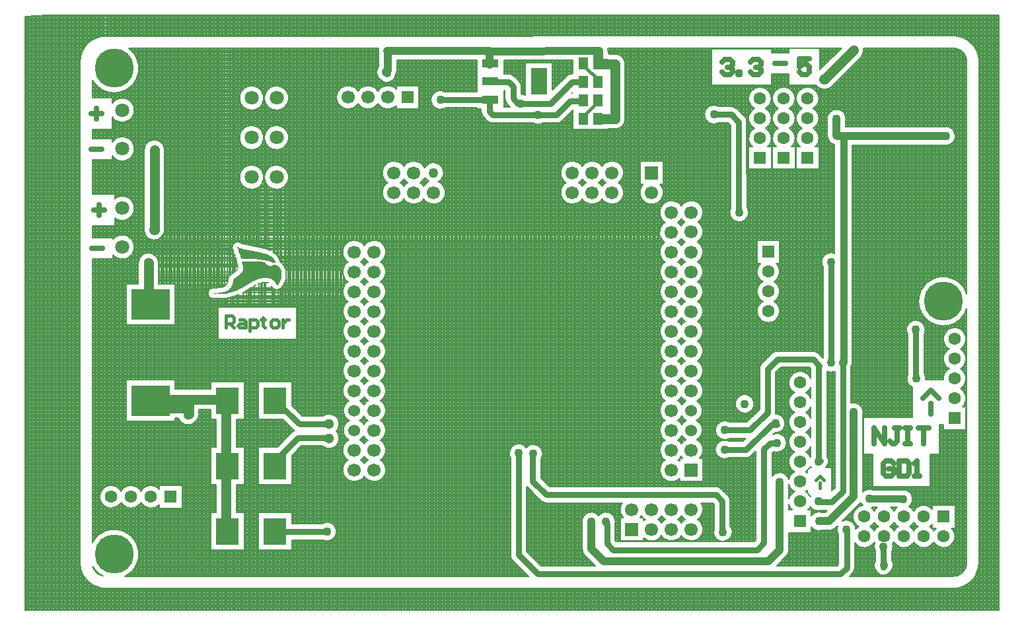
<source format=gtl>
%FSLAX44Y44*%
%MOMM*%
G71*
G01*
G75*
%ADD10C,0.2032*%
%ADD11R,2.1500X1.1000*%
%ADD12R,2.1500X1.1000*%
%ADD13R,2.1500X3.5000*%
%ADD14R,5.0000X4.0000*%
%ADD15R,1.3000X1.5000*%
%ADD16R,3.0000X3.5000*%
%ADD17C,1.0160*%
%ADD18C,1.2700*%
%ADD19C,0.7620*%
%ADD20C,0.8890*%
%ADD21C,0.0254*%
%ADD22C,0.3810*%
%ADD23C,0.4000*%
%ADD24C,0.7000*%
%ADD25C,1.8000*%
%ADD26C,1.6000*%
%ADD27R,1.6000X1.6000*%
%ADD28C,5.0000*%
%ADD29C,1.7000*%
%ADD30C,1.5240*%
%ADD31R,1.7000X1.7000*%
%ADD32C,1.2700*%
%ADD33C,1.3000*%
%ADD34C,1.1000*%
D10*
X1603174Y1186554D02*
X1603040Y1189071D01*
X1602713Y1191570D01*
X1602195Y1194036D01*
X1601490Y1196456D01*
X1600602Y1198815D01*
X1599536Y1201098D01*
X1598298Y1203294D01*
X1596896Y1205388D01*
X1595338Y1207369D01*
X1593632Y1209224D01*
X1591790Y1210944D01*
X1589821Y1212518D01*
X1587738Y1213936D01*
X1585552Y1215190D01*
X1583276Y1216274D01*
X1580925Y1217180D01*
X1578510Y1217903D01*
X1576048Y1218440D01*
X1573551Y1218786D01*
X1571036Y1218940D01*
X1569899Y1219023D01*
X1587428Y1186314D02*
X1587217Y1188752D01*
X1586660Y1191134D01*
X1585771Y1193413D01*
X1584565Y1195542D01*
X1583069Y1197478D01*
X1581313Y1199182D01*
X1579333Y1200618D01*
X1577168Y1201758D01*
X1574863Y1202578D01*
X1572464Y1203062D01*
X1570021Y1203199D01*
X1568554Y1203314D02*
X1570021Y1203199D01*
X1572768Y1090422D02*
X1572277Y1093774D01*
X1571396Y1096101D01*
X1570058Y1098199D01*
X1568320Y1099979D01*
X1566254Y1101365D01*
X1563949Y1102300D01*
X1561501Y1102745D01*
X1559014Y1102679D01*
X1556593Y1102106D01*
X1565118Y1079456D02*
X1567246Y1080495D01*
X1569121Y1081942D01*
X1570666Y1083737D01*
X1571818Y1085806D01*
X1572528Y1088066D01*
X1572768Y1090422D01*
X1558578Y1078738D02*
X1560790Y1078574D01*
X1562994Y1078816D01*
X1565118Y1079456D01*
X1455332Y1201420D02*
X1455188Y1203278D01*
X1455092Y1199022D02*
X1455332Y1201420D01*
X1451372Y1191244D02*
X1453193Y1193531D01*
X1454454Y1196169D01*
X1455092Y1199022D01*
X1405128Y1150366D02*
X1407655Y1150615D01*
X1410085Y1151352D01*
X1412325Y1152549D01*
X1414288Y1154160D01*
X1405128Y1150366D02*
X1407660Y1150616D01*
X1410095Y1151356D01*
X1412338Y1152558D01*
X1414303Y1154175D01*
X1394249Y1155558D02*
X1395860Y1153777D01*
X1397772Y1152324D01*
X1399920Y1151249D01*
X1402229Y1150589D01*
X1404620Y1150366D01*
X1398069Y1138533D02*
X1397847Y1141073D01*
X1397186Y1143536D01*
X1396106Y1145846D01*
X1394641Y1147933D01*
X1392836Y1149734D01*
X1390744Y1151193D01*
X1388431Y1152266D01*
X1385967Y1152921D01*
X1383426Y1153137D01*
X1380886Y1152907D01*
X1378425Y1152239D01*
X1376118Y1151154D01*
X1374034Y1149683D01*
X1372239Y1147873D01*
X1370785Y1145777D01*
X1369718Y1143461D01*
X1369070Y1140995D01*
X1368862Y1138453D01*
X1369098Y1135914D01*
X1369773Y1133455D01*
X1370865Y1131151D01*
X1372341Y1129071D01*
X1374156Y1127280D01*
X1376255Y1125833D01*
X1390676D02*
X1392785Y1127289D01*
X1394607Y1129091D01*
X1396086Y1131185D01*
X1397177Y1133505D01*
X1397845Y1135979D01*
X1398069Y1138533D01*
X1432654Y1112625D02*
X1432380Y1115182D01*
X1431573Y1117623D01*
X1430268Y1119839D01*
X1428525Y1121730D01*
X1426421Y1123209D01*
X1424053Y1124211D01*
X1421526Y1124689D01*
X1418955Y1124623D01*
X1416456Y1124016D01*
X1414142Y1122894D01*
X1412117Y1121308D01*
X1410473Y1119331D01*
X1409284Y1117051D01*
X1408603Y1114571D01*
X1408461Y1112003D01*
X1408866Y1109464D01*
X1432233D02*
X1432654Y1112625D01*
X1412861Y1082167D02*
X1415330Y1080279D01*
X1418209Y1079109D01*
X1412868Y1082160D02*
X1415334Y1080277D01*
X1418209Y1079109D01*
X1398069Y1113133D02*
X1397845Y1115686D01*
X1397177Y1118161D01*
X1396086Y1120480D01*
X1394607Y1122574D01*
X1392785Y1124376D01*
X1390676Y1125833D01*
Y1100433D02*
X1392785Y1101889D01*
X1394607Y1103691D01*
X1396086Y1105785D01*
X1397177Y1108105D01*
X1397845Y1110579D01*
X1398069Y1113133D01*
Y1087733D02*
X1397845Y1090286D01*
X1397177Y1092761D01*
X1396086Y1095080D01*
X1394607Y1097174D01*
X1392785Y1098976D01*
X1390676Y1100433D01*
X1408866Y1093235D02*
X1408708Y1090437D01*
X1409221Y1087681D01*
X1410376Y1085127D01*
X1412106Y1082922D01*
X1393300Y1076937D02*
X1394953Y1078715D01*
X1396288Y1080742D01*
X1397268Y1082962D01*
X1397868Y1085314D01*
X1398069Y1087733D01*
X1587448Y887987D02*
X1586600Y890368D01*
X1585565Y892673D01*
X1584349Y894889D01*
X1582959Y897000D01*
X1581406Y898993D01*
X1579698Y900856D01*
X1577847Y902577D01*
X1575864Y904144D01*
X1573763Y905548D01*
X1571556Y906779D01*
X1569257Y907830D01*
X1566882Y908694D01*
X1564446Y909365D01*
X1561964Y909840D01*
X1559451Y910115D01*
X1556925Y910188D01*
X1554401Y910059D01*
X1551896Y909729D01*
X1549424Y909200D01*
X1547003Y908475D01*
X1544648Y907558D01*
X1542374Y906457D01*
X1540194Y905177D01*
X1538124Y903727D01*
X1536176Y902117D01*
X1534364Y900356D01*
X1532697Y898456D01*
X1531189Y896429D01*
X1529846Y894287D01*
X1528679Y892046D01*
X1527695Y889718D01*
X1526900Y887319D01*
X1526300Y884864D01*
X1525897Y882369D01*
X1525695Y879850D01*
Y877322D01*
X1525897Y874803D01*
X1526300Y872308D01*
X1526900Y869853D01*
X1527695Y867454D01*
X1528679Y865126D01*
X1529846Y862885D01*
X1531189Y860743D01*
X1532697Y858716D01*
X1534364Y856816D01*
X1536176Y855055D01*
X1538124Y853445D01*
X1540194Y851995D01*
X1542374Y850715D01*
X1544648Y849614D01*
X1547003Y848697D01*
X1549424Y847972D01*
X1551896Y847443D01*
X1554401Y847113D01*
X1556925Y846984D01*
X1559451Y847057D01*
X1561964Y847332D01*
X1564446Y847807D01*
X1566882Y848478D01*
X1569258Y849342D01*
X1571556Y850393D01*
X1573763Y851624D01*
X1575865Y853028D01*
X1577847Y854595D01*
X1579698Y856316D01*
X1581406Y858179D01*
X1582959Y860172D01*
X1584349Y862283D01*
X1585565Y864499D01*
X1586600Y866805D01*
X1587448Y869185D01*
X1579144Y817477D02*
X1581253Y818933D01*
X1583075Y820735D01*
X1584554Y822829D01*
X1585645Y825149D01*
X1586313Y827623D01*
X1586537Y830177D01*
Y830177D02*
X1586315Y832717D01*
X1585654Y835180D01*
X1584574Y837490D01*
X1583109Y839577D01*
X1581304Y841378D01*
X1579212Y842837D01*
X1576899Y843911D01*
X1574435Y844565D01*
X1571894Y844781D01*
X1569354Y844551D01*
X1566893Y843883D01*
X1564586Y842798D01*
X1562502Y841327D01*
X1560707Y839517D01*
X1559253Y837421D01*
X1558186Y835105D01*
X1557538Y832639D01*
X1557330Y830097D01*
X1557566Y827558D01*
X1558241Y825099D01*
X1559332Y822795D01*
X1560809Y820715D01*
X1562624Y818924D01*
X1564723Y817477D01*
X1532563Y835946D02*
X1533492Y837890D01*
X1534062Y839968D01*
X1534254Y842115D01*
X1534002Y844570D01*
X1533258Y846923D01*
X1532052Y849076D01*
X1530434Y850939D01*
X1528472Y852436D01*
X1526247Y853504D01*
X1523852Y854098D01*
X1521386Y854194D01*
X1518951Y853789D01*
X1516650Y852897D01*
X1514577Y851558D01*
X1512820Y849826D01*
X1511449Y847773D01*
X1510524Y845485D01*
X1510082Y843057D01*
X1510142Y840590D01*
X1510701Y838186D01*
X1511736Y835946D01*
X1586537Y804777D02*
X1586313Y807330D01*
X1585645Y809805D01*
X1584554Y812124D01*
X1583075Y814218D01*
X1581253Y816020D01*
X1579144Y817477D01*
Y792077D02*
X1581253Y793533D01*
X1583075Y795335D01*
X1584554Y797429D01*
X1585645Y799749D01*
X1586313Y802223D01*
X1586537Y804777D01*
X1564723Y817477D02*
X1562614Y816020D01*
X1560792Y814218D01*
X1559313Y812124D01*
X1558222Y809805D01*
X1557554Y807330D01*
X1557329Y804777D01*
X1557554Y802223D01*
X1558222Y799749D01*
X1559313Y797429D01*
X1560792Y795335D01*
X1562614Y793533D01*
X1564723Y792077D01*
X1418209Y940107D02*
X1415755Y940863D01*
X1413197Y941084D01*
X1410649Y940761D01*
X1408227Y939908D01*
X1406040Y938563D01*
X1404185Y936787D01*
X1402747Y934659D01*
X1401790Y932276D01*
X1401358Y929745D01*
X1401469Y927179D01*
X1402118Y924695D01*
X1403277Y922404D01*
X1440942Y800354D02*
X1440782Y802280D01*
X1440307Y804153D01*
X1440228Y796331D02*
X1440762Y798311D01*
X1440942Y800354D01*
X1439091Y793782D02*
X1440228Y796331D01*
X1398922Y810144D02*
X1397257Y812039D01*
X1395185Y813478D01*
X1392828Y814377D01*
X1390323Y814683D01*
X1398922Y810144D02*
X1397257Y812039D01*
X1395185Y813478D01*
X1392828Y814377D01*
X1390323Y814683D01*
X1376255Y1125833D02*
X1374146Y1124376D01*
X1372324Y1122574D01*
X1370845Y1120480D01*
X1369754Y1118161D01*
X1369086Y1115686D01*
X1368861Y1113133D01*
X1369086Y1110579D01*
X1369754Y1108105D01*
X1370845Y1105785D01*
X1372324Y1103691D01*
X1374146Y1101889D01*
X1376255Y1100433D01*
X1360196Y1125833D02*
X1362305Y1127289D01*
X1364127Y1129091D01*
X1365606Y1131185D01*
X1366697Y1133505D01*
X1367365Y1135979D01*
X1367590Y1138533D01*
Y1138533D02*
X1367367Y1141073D01*
X1366706Y1143536D01*
X1365626Y1145846D01*
X1364161Y1147933D01*
X1362356Y1149734D01*
X1360264Y1151193D01*
X1357951Y1152266D01*
X1355487Y1152921D01*
X1352946Y1153137D01*
X1350406Y1152907D01*
X1347945Y1152239D01*
X1345638Y1151154D01*
X1343554Y1149683D01*
X1341759Y1147873D01*
X1340305Y1145777D01*
X1339238Y1143461D01*
X1338591Y1140995D01*
X1338382Y1138453D01*
X1338618Y1135914D01*
X1339293Y1133455D01*
X1340385Y1131151D01*
X1341861Y1129071D01*
X1343676Y1127280D01*
X1345775Y1125833D01*
X1367590Y1113133D02*
X1367365Y1115686D01*
X1366697Y1118161D01*
X1365606Y1120480D01*
X1364127Y1122574D01*
X1362305Y1124376D01*
X1360196Y1125833D01*
Y1100433D02*
X1362305Y1101889D01*
X1364127Y1103691D01*
X1365606Y1105785D01*
X1366697Y1108105D01*
X1367365Y1110579D01*
X1367590Y1113133D01*
X1345775Y1125833D02*
X1343666Y1124376D01*
X1341844Y1122574D01*
X1340365Y1120480D01*
X1339274Y1118161D01*
X1338606Y1115686D01*
X1338381Y1113133D01*
X1338606Y1110579D01*
X1339274Y1108105D01*
X1340365Y1105785D01*
X1341844Y1103691D01*
X1343666Y1101889D01*
X1345775Y1100433D01*
X1376255D02*
X1374194Y1099016D01*
X1372404Y1097268D01*
X1370939Y1095241D01*
X1369842Y1092993D01*
X1369144Y1090591D01*
X1368866Y1088105D01*
X1369017Y1085608D01*
X1369591Y1083174D01*
X1370573Y1080873D01*
X1371933Y1078773D01*
X1373631Y1076937D01*
X1367590Y1087733D02*
X1367365Y1090286D01*
X1366697Y1092761D01*
X1365606Y1095080D01*
X1364127Y1097174D01*
X1362305Y1098976D01*
X1360196Y1100433D01*
X1345775D02*
X1343714Y1099016D01*
X1341924Y1097268D01*
X1340459Y1095241D01*
X1339362Y1092993D01*
X1338664Y1090591D01*
X1338386Y1088105D01*
X1338537Y1085608D01*
X1339111Y1083174D01*
X1340093Y1080873D01*
X1341452Y1078773D01*
X1343151Y1076937D01*
X1329716Y1125833D02*
X1331825Y1127289D01*
X1333647Y1129091D01*
X1335126Y1131185D01*
X1336217Y1133505D01*
X1336884Y1135979D01*
X1337110Y1138533D01*
Y1138533D02*
X1336887Y1141073D01*
X1336226Y1143536D01*
X1335146Y1145846D01*
X1333681Y1147933D01*
X1331876Y1149734D01*
X1329785Y1151193D01*
X1327471Y1152266D01*
X1325007Y1152921D01*
X1322466Y1153137D01*
X1319926Y1152907D01*
X1317465Y1152239D01*
X1315158Y1151154D01*
X1313074Y1149683D01*
X1311279Y1147873D01*
X1309825Y1145777D01*
X1308758Y1143461D01*
X1308111Y1140995D01*
X1307902Y1138453D01*
X1308138Y1135914D01*
X1308813Y1133455D01*
X1309904Y1131151D01*
X1311381Y1129071D01*
X1313196Y1127280D01*
X1315295Y1125833D01*
X1337110Y1113133D02*
X1336884Y1115686D01*
X1336217Y1118161D01*
X1335126Y1120480D01*
X1333647Y1122574D01*
X1331825Y1124376D01*
X1329716Y1125833D01*
X1315295D02*
X1313186Y1124376D01*
X1311364Y1122574D01*
X1309885Y1120480D01*
X1308794Y1118161D01*
X1308126Y1115686D01*
X1307901Y1113133D01*
X1308126Y1110579D01*
X1308794Y1108105D01*
X1309885Y1105785D01*
X1311364Y1103691D01*
X1313186Y1101889D01*
X1315295Y1100433D01*
X1329716D02*
X1331825Y1101889D01*
X1333647Y1103691D01*
X1335126Y1105785D01*
X1336217Y1108105D01*
X1336884Y1110579D01*
X1337110Y1113133D01*
Y1087733D02*
X1336884Y1090286D01*
X1336217Y1092761D01*
X1335126Y1095080D01*
X1333647Y1097174D01*
X1331825Y1098976D01*
X1329716Y1100433D01*
X1315295D02*
X1313234Y1099016D01*
X1311444Y1097268D01*
X1309979Y1095241D01*
X1308882Y1092993D01*
X1308184Y1090591D01*
X1307906Y1088105D01*
X1308057Y1085608D01*
X1308631Y1083174D01*
X1309613Y1080873D01*
X1310972Y1078773D01*
X1312671Y1076937D01*
X1305488Y1108561D02*
X1305133Y1111256D01*
X1304092Y1113768D01*
X1302437Y1115925D01*
X1305488Y1108561D02*
X1305133Y1111256D01*
X1304092Y1113768D01*
X1302437Y1115925D01*
X1128014Y1198372D02*
X1127672Y1201331D01*
X1149531Y1182729D02*
X1149283Y1185256D01*
X1148545Y1187686D01*
X1147348Y1189926D01*
X1145737Y1191889D01*
X1143774Y1193500D01*
X1141535Y1194697D01*
X1139105Y1195434D01*
X1136578Y1195683D01*
X1149531Y1182729D02*
X1149283Y1185256D01*
X1148545Y1187686D01*
X1147348Y1189926D01*
X1145737Y1191889D01*
X1143774Y1193500D01*
X1141535Y1194697D01*
X1139105Y1195434D01*
X1136578Y1195683D01*
X1128014Y1198372D02*
X1127672Y1201331D01*
X1127290Y1203175D01*
X1129548Y1195683D02*
X1128014Y1196088D01*
X1293039Y1125322D02*
X1290883Y1126977D01*
X1288371Y1128018D01*
X1285676Y1128373D01*
X1293039Y1125322D02*
X1290883Y1126977D01*
X1288371Y1128018D01*
X1285676Y1128373D01*
X1269492D02*
X1267180Y1129432D01*
X1264696Y1129985D01*
X1262153Y1130006D01*
X1259660Y1129495D01*
X1257330Y1128475D01*
X1255265Y1126990D01*
X1253555Y1125106D01*
X1252277Y1122906D01*
X1251487Y1120489D01*
X1251219Y1117959D01*
X1251487Y1115429D01*
X1252277Y1113011D01*
X1253555Y1110811D01*
X1255265Y1108927D01*
X1257330Y1107443D01*
X1259660Y1106422D01*
X1262153Y1105911D01*
X1264696Y1105933D01*
X1267179Y1106485D01*
X1269492Y1107545D01*
X1136578Y1099671D02*
X1139105Y1099920D01*
X1141535Y1100657D01*
X1143774Y1101854D01*
X1145737Y1103465D01*
X1147348Y1105428D01*
X1148545Y1107667D01*
X1149283Y1110097D01*
X1149531Y1112625D01*
X1136578Y1099671D02*
X1139105Y1099920D01*
X1141535Y1100657D01*
X1143774Y1101854D01*
X1145737Y1103465D01*
X1147348Y1105428D01*
X1148545Y1107667D01*
X1149283Y1110097D01*
X1149531Y1112625D01*
X1362820Y1076937D02*
X1364473Y1078715D01*
X1365807Y1080742D01*
X1366788Y1082962D01*
X1367388Y1085314D01*
X1367590Y1087733D01*
X1332340Y1076937D02*
X1333992Y1078715D01*
X1335327Y1080742D01*
X1336308Y1082962D01*
X1336908Y1085314D01*
X1337110Y1087733D01*
X1305814Y1040638D02*
X1305488Y1043225D01*
X1307758Y992378D02*
X1307537Y994682D01*
X1306881Y996902D01*
X1305814Y998957D01*
X1284659Y1036171D02*
X1284986Y1033583D01*
Y998096D02*
X1284016Y995703D01*
X1283575Y993159D01*
X1283684Y990579D01*
X1284338Y988081D01*
X1285507Y985779D01*
X1287138Y983776D01*
X1289156Y982166D01*
X1291471Y981020D01*
X1293975Y980391D01*
X1296556Y980308D01*
X1299096Y980774D01*
X1301479Y981768D01*
X1303597Y983245D01*
X1305354Y985138D01*
X1306669Y987360D01*
X1307483Y989810D01*
X1307758Y992378D01*
X1347778Y916537D02*
X1347576Y918955D01*
X1346976Y921307D01*
X1345995Y923528D01*
X1344660Y925555D01*
X1343008Y927333D01*
X1340384Y903837D02*
X1342493Y905293D01*
X1344315Y907095D01*
X1345794Y909189D01*
X1346885Y911509D01*
X1347552Y913983D01*
X1347778Y916537D01*
X1323339Y927333D02*
X1321641Y925496D01*
X1320281Y923396D01*
X1319299Y921096D01*
X1318725Y918661D01*
X1318574Y916164D01*
X1318852Y913678D01*
X1319550Y911276D01*
X1320647Y909029D01*
X1322112Y907001D01*
X1323902Y905253D01*
X1325963Y903837D01*
X1347778Y891137D02*
X1347552Y893690D01*
X1346885Y896165D01*
X1345794Y898484D01*
X1344315Y900578D01*
X1342493Y902380D01*
X1340384Y903837D01*
Y878437D02*
X1342493Y879893D01*
X1344315Y881695D01*
X1345794Y883789D01*
X1346885Y886109D01*
X1347552Y888583D01*
X1347778Y891137D01*
X1325963Y903837D02*
X1323854Y902380D01*
X1322032Y900578D01*
X1320553Y898484D01*
X1319462Y896165D01*
X1318794Y893690D01*
X1318569Y891137D01*
X1318794Y888583D01*
X1319462Y886109D01*
X1320553Y883789D01*
X1322032Y881695D01*
X1323854Y879893D01*
X1325963Y878437D01*
X1347778Y865737D02*
X1347552Y868290D01*
X1346885Y870765D01*
X1345794Y873084D01*
X1344315Y875178D01*
X1342493Y876980D01*
X1340384Y878437D01*
X1344857Y814683D02*
X1342162Y814328D01*
X1339651Y813287D01*
X1337494Y811633D01*
X1325963Y878437D02*
X1323864Y876989D01*
X1322049Y875198D01*
X1320573Y873119D01*
X1319481Y870814D01*
X1318806Y868355D01*
X1318570Y865816D01*
X1318779Y863275D01*
X1319426Y860808D01*
X1320493Y858492D01*
X1321947Y856397D01*
X1323742Y854586D01*
X1325826Y853116D01*
X1328133Y852030D01*
X1330594Y851362D01*
X1333134Y851133D01*
X1335675Y851348D01*
X1338139Y852003D01*
X1340453Y853076D01*
X1342544Y854535D01*
X1344349Y856336D01*
X1345814Y858423D01*
X1346894Y860733D01*
X1347555Y863196D01*
X1347778Y865737D01*
X1344857Y814683D02*
X1342162Y814328D01*
X1339651Y813287D01*
X1337494Y811633D01*
X1325048Y799186D02*
X1323393Y797030D01*
X1322352Y794518D01*
X1321998Y791823D01*
X1325048Y799186D02*
X1323393Y797030D01*
X1322352Y794518D01*
X1321998Y791823D01*
X1249544Y992632D02*
X1249323Y995207D01*
X1248666Y997706D01*
X1247593Y1000057D01*
X1246135Y1002191D01*
X1244334Y1004044D01*
X1242244Y1005564D01*
X1239925Y1006705D01*
X1237446Y1007434D01*
X1234878Y1007730D01*
X1232298Y1007583D01*
X1229781Y1006999D01*
X1227400Y1005995D01*
X1225225Y1004599D01*
X1223320Y1002853D01*
X1221740Y1000808D01*
X1220172Y1002841D01*
X1218282Y1004579D01*
X1216124Y1005972D01*
X1213763Y1006979D01*
X1211264Y1007571D01*
X1208701Y1007732D01*
X1206149Y1007457D01*
X1203679Y1006753D01*
X1201365Y1005641D01*
X1199272Y1004153D01*
X1197462Y1002331D01*
X1195986Y1000230D01*
X1194888Y997909D01*
X1194199Y995436D01*
X1193938Y992881D01*
X1194114Y990320D01*
X1194721Y987825D01*
X1195743Y985469D01*
X1197148Y983320D01*
X1198897Y981440D01*
X1200939Y979884D01*
X1242997Y980186D02*
X1244886Y981723D01*
X1246504Y983544D01*
X1247807Y985601D01*
X1248764Y987840D01*
X1249348Y990205D01*
X1249544Y992632D01*
X1221740Y984456D02*
X1223599Y982115D01*
X1225883Y980186D01*
X1249544Y967740D02*
X1249348Y970167D01*
X1248764Y972532D01*
X1247807Y974771D01*
X1246504Y976828D01*
X1244886Y978649D01*
X1242997Y980186D01*
X1225883D02*
X1224146Y978793D01*
X1222633Y977159D01*
X1221376Y975321D01*
X1242207Y954786D02*
X1244307Y956304D01*
X1246116Y958159D01*
X1247582Y960296D01*
X1248661Y962652D01*
X1249322Y965158D01*
X1249544Y967740D01*
X1221850Y959397D02*
X1223222Y957626D01*
X1224842Y956078D01*
X1226673Y954786D01*
X1216887Y979726D02*
X1218737Y981052D01*
X1220367Y982641D01*
X1221740Y984456D01*
X1221376Y975321D02*
X1219363Y977760D01*
X1216887Y979726D01*
X1200939Y979884D02*
X1198890Y978388D01*
X1197120Y976571D01*
X1195678Y974483D01*
X1194607Y972183D01*
X1193936Y969736D01*
X1193684Y967211D01*
X1193858Y964680D01*
X1194453Y962214D01*
X1195453Y959882D01*
X1196829Y957750D01*
X1198542Y955879D01*
X1200545Y954321D01*
X1217281Y954490D02*
X1219043Y955891D01*
X1220577Y957539D01*
X1221850Y959397D01*
X1141016Y1030732D02*
X1143007Y1032262D01*
X1144717Y1034101D01*
X1146099Y1036199D01*
X1147115Y1038496D01*
X1147735Y1040929D01*
X1147944Y1043432D01*
X1147723Y1046007D01*
X1147066Y1048506D01*
X1145993Y1050857D01*
X1144535Y1052991D01*
X1142734Y1054844D01*
X1140644Y1056364D01*
X1138325Y1057505D01*
X1135846Y1058234D01*
X1133278Y1058530D01*
X1130698Y1058383D01*
X1128181Y1057799D01*
X1125800Y1056795D01*
X1123625Y1055399D01*
X1121720Y1053653D01*
X1120140Y1051608D01*
Y1035256D02*
X1121428Y1033538D01*
X1122946Y1032020D01*
X1124664Y1030732D01*
X1147944Y1018032D02*
X1147735Y1020535D01*
X1147115Y1022968D01*
X1146099Y1025266D01*
X1144717Y1027363D01*
X1143007Y1029202D01*
X1141016Y1030732D01*
X1124664D02*
X1122946Y1029444D01*
X1121428Y1027926D01*
X1120140Y1026208D01*
X1115616Y1030732D02*
X1117334Y1032020D01*
X1118852Y1033538D01*
X1120140Y1035256D01*
Y1026208D02*
X1118852Y1027926D01*
X1117334Y1029444D01*
X1115616Y1030732D01*
X1198744Y1018032D02*
X1198479Y1020848D01*
X1197694Y1023565D01*
X1196417Y1026087D01*
X1194691Y1028328D01*
X1172589D02*
X1171013Y1026320D01*
X1169798Y1024075D01*
X1168978Y1021658D01*
X1168577Y1019137D01*
X1168605Y1016585D01*
X1169064Y1014074D01*
X1169939Y1011676D01*
X1171205Y1009459D01*
X1172826Y1007488D01*
X1174756Y1005817D01*
X1176940Y1004495D01*
X1179315Y1003560D01*
X1181814Y1003039D01*
X1184364Y1002945D01*
X1186895Y1003283D01*
X1189332Y1004042D01*
X1191607Y1005200D01*
X1193654Y1006725D01*
X1195415Y1008572D01*
X1196840Y1010690D01*
X1197887Y1013018D01*
X1198528Y1015489D01*
X1198744Y1018032D01*
X1120140Y1009856D02*
X1121720Y1007811D01*
X1123625Y1006065D01*
X1125800Y1004669D01*
X1128181Y1003665D01*
X1130698Y1003081D01*
X1133278Y1002934D01*
X1135846Y1003230D01*
X1138325Y1003959D01*
X1140644Y1005100D01*
X1142734Y1006620D01*
X1144535Y1008473D01*
X1145993Y1010607D01*
X1147066Y1012958D01*
X1147723Y1015457D01*
X1147944Y1018032D01*
X1249544Y941832D02*
X1249322Y944414D01*
X1248661Y946920D01*
X1247582Y949276D01*
X1246116Y951413D01*
X1244307Y953268D01*
X1242207Y954786D01*
X1242616Y929132D02*
X1244607Y930662D01*
X1246317Y932501D01*
X1247699Y934598D01*
X1248715Y936896D01*
X1249335Y939329D01*
X1249544Y941832D01*
Y916432D02*
X1249335Y918935D01*
X1248715Y921368D01*
X1247699Y923665D01*
X1246317Y925763D01*
X1244607Y927602D01*
X1242616Y929132D01*
Y903732D02*
X1244607Y905262D01*
X1246317Y907101D01*
X1247699Y909199D01*
X1248715Y911496D01*
X1249335Y913929D01*
X1249544Y916432D01*
Y891032D02*
X1249335Y893535D01*
X1248715Y895968D01*
X1247699Y898266D01*
X1246317Y900363D01*
X1244607Y902202D01*
X1242616Y903732D01*
Y878332D02*
X1244607Y879862D01*
X1246317Y881701D01*
X1247699Y883799D01*
X1248715Y886096D01*
X1249335Y888529D01*
X1249544Y891032D01*
X1226673Y954786D02*
X1224791Y953452D01*
X1223133Y951847D01*
X1221740Y950008D01*
Y933656D02*
X1223028Y931938D01*
X1224546Y930420D01*
X1226264Y929132D01*
X1224546Y927844D01*
X1223028Y926326D01*
X1221740Y924608D01*
Y908256D02*
X1223028Y906538D01*
X1224546Y905020D01*
X1226264Y903732D01*
X1224546Y902444D01*
X1223028Y900926D01*
X1221740Y899208D01*
Y882856D02*
X1223028Y881138D01*
X1224546Y879620D01*
X1226264Y878332D01*
X1249544Y865632D02*
X1249335Y868135D01*
X1248715Y870568D01*
X1247699Y872866D01*
X1246317Y874963D01*
X1244607Y876802D01*
X1242616Y878332D01*
Y852932D02*
X1244607Y854462D01*
X1246317Y856301D01*
X1247699Y858399D01*
X1248715Y860696D01*
X1249335Y863129D01*
X1249544Y865632D01*
Y840232D02*
X1249335Y842735D01*
X1248715Y845168D01*
X1247699Y847466D01*
X1246317Y849563D01*
X1244607Y851402D01*
X1242616Y852932D01*
Y827532D02*
X1244607Y829062D01*
X1246317Y830901D01*
X1247699Y832999D01*
X1248715Y835296D01*
X1249335Y837729D01*
X1249544Y840232D01*
Y814832D02*
X1249335Y817335D01*
X1248715Y819768D01*
X1247699Y822066D01*
X1246317Y824163D01*
X1244607Y826002D01*
X1242616Y827532D01*
Y802132D02*
X1244607Y803662D01*
X1246317Y805501D01*
X1247699Y807598D01*
X1248715Y809896D01*
X1249335Y812329D01*
X1249544Y814832D01*
Y789432D02*
X1249335Y791935D01*
X1248715Y794368D01*
X1247699Y796665D01*
X1246317Y798763D01*
X1244607Y800602D01*
X1242616Y802132D01*
X1226264Y878332D02*
X1224546Y877044D01*
X1223028Y875526D01*
X1221740Y873808D01*
Y857456D02*
X1223028Y855738D01*
X1224546Y854220D01*
X1226264Y852932D01*
X1224546Y851644D01*
X1223028Y850126D01*
X1221740Y848408D01*
Y832056D02*
X1223028Y830338D01*
X1224546Y828820D01*
X1226264Y827532D01*
X1224546Y826244D01*
X1223028Y824726D01*
X1221740Y823008D01*
Y806656D02*
X1223028Y804938D01*
X1224546Y803420D01*
X1226264Y802132D01*
X1224546Y800844D01*
X1223028Y799326D01*
X1221740Y797608D01*
Y950008D02*
X1220469Y951706D01*
X1218973Y953210D01*
X1217281Y954490D01*
X1217216Y929132D02*
X1218934Y930420D01*
X1220452Y931938D01*
X1221740Y933656D01*
Y924608D02*
X1220452Y926326D01*
X1218934Y927844D01*
X1217216Y929132D01*
Y903732D02*
X1218934Y905020D01*
X1220452Y906538D01*
X1221740Y908256D01*
Y899208D02*
X1220452Y900926D01*
X1218934Y902444D01*
X1217216Y903732D01*
Y878332D02*
X1218934Y879620D01*
X1220452Y881138D01*
X1221740Y882856D01*
X1200545Y954321D02*
X1198616Y952762D01*
X1196968Y950909D01*
X1195646Y948812D01*
X1194684Y946526D01*
X1194109Y944114D01*
X1193937Y941640D01*
X1194172Y939172D01*
X1194808Y936775D01*
X1195827Y934515D01*
X1197202Y932451D01*
X1198897Y930641D01*
X1200864Y929132D01*
X1198873Y927602D01*
X1197163Y925763D01*
X1195781Y923665D01*
X1194765Y921368D01*
X1194145Y918935D01*
X1193936Y916432D01*
X1194145Y913929D01*
X1194765Y911496D01*
X1195781Y909199D01*
X1197163Y907101D01*
X1198873Y905262D01*
X1200864Y903732D01*
X1198873Y902202D01*
X1197163Y900363D01*
X1195781Y898266D01*
X1194765Y895968D01*
X1194145Y893535D01*
X1193936Y891032D01*
X1194145Y888529D01*
X1194765Y886096D01*
X1195781Y883799D01*
X1197163Y881701D01*
X1198873Y879862D01*
X1200864Y878332D01*
X1221740Y873808D02*
X1220452Y875526D01*
X1218934Y877044D01*
X1217216Y878332D01*
X1200864D02*
X1198873Y876802D01*
X1197163Y874963D01*
X1195781Y872866D01*
X1194765Y870568D01*
X1194145Y868135D01*
X1193936Y865632D01*
X1194145Y863129D01*
X1194765Y860696D01*
X1195781Y858399D01*
X1197163Y856301D01*
X1198873Y854462D01*
X1200864Y852932D01*
X1217216D02*
X1218934Y854220D01*
X1220452Y855738D01*
X1221740Y857456D01*
Y848408D02*
X1220452Y850126D01*
X1218934Y851644D01*
X1217216Y852932D01*
Y827532D02*
X1218934Y828820D01*
X1220452Y830338D01*
X1221740Y832056D01*
X1200864Y852932D02*
X1198873Y851402D01*
X1197163Y849563D01*
X1195781Y847466D01*
X1194765Y845168D01*
X1194145Y842735D01*
X1193936Y840232D01*
X1194145Y837729D01*
X1194765Y835296D01*
X1195781Y832999D01*
X1197163Y830901D01*
X1198873Y829062D01*
X1200864Y827532D01*
X1221740Y823008D02*
X1220452Y824726D01*
X1218934Y826244D01*
X1217216Y827532D01*
X1200864D02*
X1198873Y826002D01*
X1197163Y824163D01*
X1195781Y822066D01*
X1194765Y819768D01*
X1194145Y817335D01*
X1193936Y814832D01*
X1194145Y812329D01*
X1194765Y809896D01*
X1195781Y807598D01*
X1197163Y805501D01*
X1198873Y803662D01*
X1200864Y802132D01*
X1217216D02*
X1218934Y803420D01*
X1220452Y804938D01*
X1221740Y806656D01*
Y797608D02*
X1220452Y799326D01*
X1218934Y800844D01*
X1217216Y802132D01*
X1586537Y779377D02*
X1586313Y781930D01*
X1585645Y784405D01*
X1584554Y786724D01*
X1583075Y788818D01*
X1581253Y790620D01*
X1579144Y792077D01*
X1564723D02*
X1562707Y790697D01*
X1560948Y789000D01*
X1559498Y787033D01*
X1558395Y784853D01*
X1557671Y782518D01*
X1557347Y780097D01*
X1557431Y777654D01*
X1579144Y766677D02*
X1581253Y768133D01*
X1583075Y769935D01*
X1584554Y772029D01*
X1585645Y774349D01*
X1586313Y776823D01*
X1586537Y779377D01*
X1581768Y743181D02*
X1583421Y744959D01*
X1584756Y746986D01*
X1585736Y749206D01*
X1586336Y751558D01*
X1586537Y753977D01*
X1586313Y756530D01*
X1585645Y759005D01*
X1584554Y761324D01*
X1583075Y763418D01*
X1581253Y765220D01*
X1579144Y766677D01*
X1534762Y779631D02*
X1534510Y782083D01*
X1533767Y784434D01*
X1532563Y786586D01*
X1534599Y777654D02*
X1534762Y779631D01*
X1511736Y784848D02*
X1510914Y782564D01*
X1510565Y780163D01*
X1510702Y777740D01*
X1511319Y775393D01*
X1512393Y773217D01*
X1513878Y771298D01*
X1515717Y769714D01*
X1517834Y768529D01*
X1454077Y732468D02*
X1454582Y734431D01*
X1454751Y736451D01*
X1454491Y738946D01*
X1453722Y741335D01*
X1452478Y743513D01*
X1450810Y745388D01*
X1448792Y746879D01*
X1446510Y747922D01*
X1444062Y748472D01*
X1441553Y748505D01*
X1439091Y748020D01*
X1408103Y788960D02*
X1410544Y788009D01*
X1413132Y787606D01*
X1415746Y787768D01*
X1418264Y788489D01*
X1517997Y624945D02*
X1517736Y627445D01*
X1516965Y629837D01*
X1515715Y632019D01*
X1514042Y633895D01*
X1512017Y635385D01*
X1509729Y636425D01*
X1507274Y636970D01*
X1504761Y636996D01*
X1502296Y636502D01*
X1513521Y615546D02*
X1515405Y617459D01*
X1516821Y619740D01*
X1517700Y622276D01*
X1517997Y624945D01*
X1467656Y636502D02*
X1465332Y637270D01*
X1462902Y637555D01*
X1460464Y637346D01*
X1458118Y636650D01*
X1455960Y635497D01*
X1454077Y633934D01*
X1410390Y673459D02*
X1410127Y675783D01*
X1409352Y677991D01*
X1408103Y679969D01*
X1451631Y620585D02*
X1452701Y618651D01*
X1454105Y616944D01*
X1450648Y619470D02*
X1451631Y620585D01*
X1450655Y619477D02*
X1451631Y620585D01*
X1408847Y668005D02*
X1409996Y670625D01*
X1410390Y673459D01*
X1407170Y665171D02*
X1408847Y668005D01*
X1572386Y577088D02*
X1572184Y579507D01*
X1571585Y581859D01*
X1570604Y584079D01*
X1569269Y586106D01*
X1567617Y587884D01*
X1545082Y569878D02*
X1546532Y567777D01*
X1548325Y565960D01*
X1550407Y564483D01*
X1552714Y563391D01*
X1555177Y562718D01*
X1557719Y562484D01*
X1560262Y562696D01*
X1562731Y563348D01*
X1565047Y564420D01*
X1567142Y565878D01*
X1568951Y567679D01*
X1570419Y569768D01*
X1571501Y572080D01*
X1572163Y574545D01*
X1572386Y577088D01*
X1543178Y612323D02*
X1541341Y614021D01*
X1539242Y615381D01*
X1536941Y616362D01*
X1534507Y616937D01*
X1532010Y617087D01*
X1529524Y616810D01*
X1527122Y616112D01*
X1524874Y615014D01*
X1522847Y613549D01*
X1521099Y611760D01*
X1519682Y609698D01*
X1539592Y589788D02*
X1541498Y591079D01*
X1543178Y592653D01*
X1519682Y595278D02*
X1521172Y593128D01*
X1523022Y591278D01*
X1525172Y589788D01*
X1519682Y609698D02*
X1518028Y612042D01*
X1515947Y614016D01*
X1513521Y615546D01*
X1498538Y614404D02*
X1496895Y613049D01*
X1495466Y611469D01*
X1494282Y609698D01*
X1514192Y589788D02*
X1516342Y591278D01*
X1518192Y593128D01*
X1519682Y595278D01*
X1494282D02*
X1495772Y593128D01*
X1497622Y591278D01*
X1499772Y589788D01*
X1547947Y587884D02*
X1546373Y586204D01*
X1545082Y584298D01*
X1543592Y586448D01*
X1541742Y588298D01*
X1539592Y589788D01*
X1525172D02*
X1523022Y588298D01*
X1521172Y586448D01*
X1519682Y584298D01*
Y569878D02*
X1521138Y567768D01*
X1522941Y565946D01*
X1525034Y564467D01*
X1527354Y563377D01*
X1529829Y562709D01*
X1532382Y562484D01*
X1534935Y562709D01*
X1537410Y563377D01*
X1539730Y564467D01*
X1541823Y565946D01*
X1543626Y567768D01*
X1545082Y569878D01*
X1519682Y584298D02*
X1518192Y586448D01*
X1516342Y588298D01*
X1514192Y589788D01*
X1499772D02*
X1497622Y588298D01*
X1495772Y586448D01*
X1494282Y584298D01*
Y569878D02*
X1495738Y567768D01*
X1497541Y565946D01*
X1499634Y564467D01*
X1501954Y563377D01*
X1504429Y562709D01*
X1506982Y562484D01*
X1509535Y562709D01*
X1512010Y563377D01*
X1514330Y564467D01*
X1516423Y565946D01*
X1518226Y567768D01*
X1519682Y569878D01*
X1492396Y567273D02*
X1494282Y569878D01*
X1492852Y563985D02*
X1492396Y567273D01*
X1587448Y545434D02*
X1587247Y543545D01*
X1602971Y541971D02*
X1603155Y543665D01*
X1570362Y526138D02*
X1572776Y526346D01*
X1575137Y526892D01*
X1577397Y527765D01*
X1579511Y528948D01*
X1581438Y530418D01*
X1583138Y532144D01*
X1584578Y534093D01*
X1585729Y536225D01*
X1586568Y538498D01*
X1587078Y540867D01*
X1587249Y543284D01*
X1570602Y510392D02*
X1573091Y510524D01*
X1575562Y510844D01*
X1578003Y511351D01*
X1580398Y512041D01*
X1582734Y512910D01*
X1584997Y513954D01*
X1587175Y515165D01*
X1589255Y516539D01*
X1591225Y518066D01*
X1593073Y519737D01*
X1594790Y521544D01*
X1596365Y523476D01*
X1597789Y525521D01*
X1599055Y527668D01*
X1600154Y529905D01*
X1601080Y532219D01*
X1601829Y534596D01*
X1602396Y537023D01*
X1602777Y539486D01*
X1602971Y541971D01*
X1491161Y557816D02*
X1492090Y559760D01*
X1492660Y561838D01*
X1492852Y563985D01*
X1494282Y609698D02*
X1493098Y611469D01*
X1491669Y613049D01*
X1490026Y614404D01*
X1473138D02*
X1471495Y613049D01*
X1470066Y611469D01*
X1468882Y609698D01*
X1467397Y611842D01*
X1465555Y613687D01*
X1488792Y589788D02*
X1490942Y591278D01*
X1492792Y593128D01*
X1494282Y595278D01*
X1468882D02*
X1470372Y593128D01*
X1472222Y591278D01*
X1474372Y589788D01*
X1494282Y584298D02*
X1492792Y586448D01*
X1490942Y588298D01*
X1488792Y589788D01*
X1465555Y613687D02*
X1467656Y614404D01*
X1463392Y589788D02*
X1465542Y591278D01*
X1467392Y593128D01*
X1468882Y595278D01*
X1454105Y616944D02*
X1451588Y616351D01*
X1449214Y615323D01*
X1447060Y613893D01*
X1445191Y612104D01*
X1443667Y610015D01*
X1442536Y607689D01*
X1441832Y605201D01*
X1441579Y602627D01*
X1441783Y600049D01*
X1442439Y597547D01*
X1443526Y595200D01*
X1445010Y593082D01*
X1446845Y591259D01*
X1448972Y589788D01*
X1474372D02*
X1472222Y588298D01*
X1470372Y586448D01*
X1468882Y584298D01*
Y569878D02*
X1469610Y568724D01*
X1468814Y566009D01*
X1468670Y563184D01*
X1469186Y560402D01*
X1470334Y557816D01*
X1468882Y584298D02*
X1467392Y586448D01*
X1465542Y588298D01*
X1463392Y589788D01*
X1443918Y569160D02*
X1445445Y567189D01*
X1447285Y565507D01*
X1449385Y564162D01*
X1451683Y563194D01*
X1454112Y562631D01*
X1456602Y562490D01*
X1459079Y562774D01*
X1461472Y563476D01*
X1463710Y564574D01*
X1465730Y566037D01*
X1467470Y567822D01*
X1468882Y569878D01*
X1448972Y589788D02*
X1447032Y588470D01*
X1445329Y586859D01*
X1444888Y589408D01*
X1443916Y591804D01*
X1442457Y593940D01*
X1440577Y595717D01*
X1438363Y597053D01*
X1435916Y597889D01*
X1433347Y598186D01*
X1430773Y597931D01*
X1428313Y597134D01*
X1386926Y615467D02*
X1388414Y613552D01*
X1390253Y611972D01*
X1392371Y610789D01*
X1394682Y610053D01*
X1397093Y609793D01*
X1399508Y610018D01*
X1401830Y610721D01*
X1401358Y608181D02*
X1398964Y608576D01*
X1396539Y608487D01*
X1394181Y607915D01*
X1391984Y606884D01*
X1390037Y605436D01*
X1388418Y603628D01*
X1422198Y591020D02*
X1421440Y588738D01*
X1421148Y586352D01*
X1421334Y583955D01*
X1421990Y581642D01*
X1423089Y579504D01*
X1411151Y584813D02*
X1413431Y585037D01*
X1415623Y585702D01*
X1417643Y586782D01*
X1419413Y588235D01*
X1411151Y584813D02*
X1413433Y585038D01*
X1415627Y585704D01*
X1417649Y586786D01*
X1419420Y588242D01*
X1388418Y589365D02*
X1390037Y587557D01*
X1391984Y586109D01*
X1394181Y585079D01*
X1396539Y584507D01*
X1398964Y584417D01*
X1401358Y584813D01*
X1493105Y540109D02*
X1492884Y542413D01*
X1492228Y544633D01*
X1491161Y546688D01*
X1488475Y530587D02*
X1490421Y532507D01*
X1491886Y534815D01*
X1492797Y537393D01*
X1493105Y540109D01*
X1470334Y545827D02*
X1469411Y543597D01*
X1468949Y541229D01*
X1468967Y538816D01*
X1469462Y536455D01*
X1470416Y534239D01*
X1471791Y532256D01*
X1473266Y530324D01*
X1475149Y528787D01*
X1477337Y527729D01*
X1479711Y527206D01*
X1482142Y527248D01*
X1484496Y527853D01*
X1486646Y528986D01*
X1488475Y530587D01*
X1440867Y529697D02*
X1442522Y531854D01*
X1443563Y534365D01*
X1443918Y537061D01*
X1440867Y529697D02*
X1442522Y531854D01*
X1443563Y534365D01*
X1443918Y537061D01*
X1381024Y761597D02*
X1383001Y762945D01*
X1384732Y764598D01*
X1386170Y766512D01*
X1387276Y768635D01*
Y779958D02*
X1386103Y782186D01*
X1384565Y784180D01*
X1382707Y785880D01*
X1380585Y787236D01*
X1378262Y788207D01*
X1375806Y788764D01*
X1373292Y788891D01*
X1370793Y788585D01*
X1368383Y787853D01*
X1366135Y786719D01*
X1364115Y785216D01*
X1362384Y783387D01*
X1360992Y781289D01*
X1359982Y778982D01*
X1359382Y776537D01*
X1359212Y774025D01*
X1359476Y771520D01*
X1360166Y769099D01*
X1361262Y766832D01*
X1362731Y764786D01*
X1364529Y763024D01*
X1366603Y761597D01*
X1387276Y754558D02*
X1386170Y756681D01*
X1384732Y758595D01*
X1383001Y760248D01*
X1381024Y761597D01*
Y736197D02*
X1383001Y737545D01*
X1384732Y739198D01*
X1386170Y741112D01*
X1387276Y743235D01*
Y729158D02*
X1386170Y731281D01*
X1384732Y733195D01*
X1383001Y734848D01*
X1381024Y736197D01*
X1366603Y761597D02*
X1364494Y760140D01*
X1362672Y758338D01*
X1361193Y756244D01*
X1360102Y753925D01*
X1359434Y751450D01*
X1359209Y748897D01*
X1359434Y746343D01*
X1360102Y743869D01*
X1361193Y741549D01*
X1362672Y739455D01*
X1364494Y737653D01*
X1366603Y736197D01*
X1314870Y747014D02*
X1314606Y749531D01*
X1313824Y751937D01*
X1312558Y754129D01*
X1310865Y756009D01*
X1308818Y757496D01*
X1306506Y758526D01*
X1304031Y759052D01*
X1301501D01*
X1299026Y758526D01*
X1296714Y757496D01*
X1294667Y756009D01*
X1292974Y754129D01*
X1291708Y751937D01*
X1290927Y749531D01*
X1290662Y747014D01*
X1290927Y744497D01*
X1291708Y742091D01*
X1292974Y739899D01*
X1294667Y738019D01*
X1296714Y736532D01*
X1299026Y735502D01*
X1301501Y734976D01*
X1304031D01*
X1306506Y735502D01*
X1308818Y736532D01*
X1310865Y738019D01*
X1312558Y739899D01*
X1313824Y742091D01*
X1314606Y744497D01*
X1314870Y747014D01*
X1342700Y734330D02*
X1342825Y735943D01*
X1342700Y734330D02*
X1342825Y735943D01*
X1381024Y710797D02*
X1383001Y712145D01*
X1384732Y713798D01*
X1386170Y715712D01*
X1387276Y717835D01*
X1366603Y736197D02*
X1364494Y734740D01*
X1362672Y732938D01*
X1361193Y730844D01*
X1360102Y728525D01*
X1359434Y726050D01*
X1359209Y723497D01*
X1359434Y720943D01*
X1360102Y718469D01*
X1361193Y716149D01*
X1362672Y714055D01*
X1364494Y712253D01*
X1366603Y710797D01*
X1387276Y703758D02*
X1386170Y705881D01*
X1384732Y707795D01*
X1383001Y709448D01*
X1381024Y710797D01*
X1366603D02*
X1364494Y709340D01*
X1362672Y707538D01*
X1361193Y705444D01*
X1360102Y703125D01*
X1359434Y700650D01*
X1359209Y698097D01*
X1359434Y695543D01*
X1360102Y693069D01*
X1361193Y690749D01*
X1362672Y688655D01*
X1364494Y686853D01*
X1366603Y685397D01*
X1356454Y697081D02*
X1356203Y699531D01*
X1355461Y701880D01*
X1354260Y704030D01*
X1352648Y705892D01*
X1350693Y707389D01*
X1348475Y708460D01*
X1346086Y709060D01*
X1343625Y709163D01*
X1341194Y708766D01*
X1338894Y707886D01*
X1381024Y685397D02*
X1383001Y686745D01*
X1384732Y688398D01*
X1386170Y690312D01*
X1387276Y692435D01*
X1387150Y678648D02*
X1386042Y680681D01*
X1384627Y682513D01*
X1382940Y684098D01*
X1381024Y685397D01*
X1366603D02*
X1364494Y683940D01*
X1362672Y682138D01*
X1361193Y680044D01*
X1360102Y677725D01*
X1359434Y675250D01*
X1359209Y672697D01*
X1359434Y670143D01*
X1360102Y667669D01*
X1361193Y665349D01*
X1362672Y663255D01*
X1364494Y661453D01*
X1366603Y659997D01*
X1353859Y717856D02*
X1354470Y720004D01*
X1354675Y722227D01*
X1344835Y710336D02*
X1347267Y710868D01*
X1349504Y711963D01*
X1351417Y713557D01*
X1352897Y715559D01*
X1353859Y717856D01*
X1354675Y722227D02*
X1354376Y724902D01*
X1353493Y727445D01*
X1352069Y729730D01*
X1350175Y731644D01*
X1347906Y733092D01*
X1345372Y734002D01*
X1342700Y734330D01*
X1341208Y710200D02*
X1344835Y710336D01*
X1339573Y685959D02*
X1342111Y685185D01*
X1344756Y684984D01*
X1347381Y685362D01*
X1349861Y686304D01*
X1352076Y687764D01*
X1353920Y689671D01*
X1355305Y691934D01*
X1356163Y694444D01*
X1356454Y697081D01*
X1304725Y678031D02*
X1307421Y678385D01*
X1309933Y679426D01*
X1312089Y681081D01*
X1304725Y678031D02*
X1307421Y678385D01*
X1309933Y679426D01*
X1312089Y681081D01*
X1242616Y776732D02*
X1244607Y778262D01*
X1246317Y780101D01*
X1247699Y782198D01*
X1248715Y784496D01*
X1249335Y786929D01*
X1249544Y789432D01*
Y764032D02*
X1249335Y766535D01*
X1248715Y768968D01*
X1247699Y771265D01*
X1246317Y773363D01*
X1244607Y775202D01*
X1242616Y776732D01*
X1241767Y750824D02*
X1243982Y752324D01*
X1245899Y754192D01*
X1247455Y756368D01*
X1248603Y758785D01*
X1249307Y761367D01*
X1249544Y764032D01*
X1248664Y738632D02*
X1248455Y741061D01*
X1247834Y743419D01*
X1246820Y745636D01*
X1245442Y747647D01*
X1243741Y749394D01*
X1241767Y750824D01*
X1283462Y723751D02*
X1281150Y724810D01*
X1278666Y725363D01*
X1276123Y725384D01*
X1273631Y724873D01*
X1271300Y723853D01*
X1269235Y722368D01*
X1267525Y720484D01*
X1266247Y718285D01*
X1265457Y715866D01*
X1265189Y713337D01*
X1265457Y710807D01*
X1266247Y708389D01*
X1267525Y706189D01*
X1269235Y704305D01*
X1271300Y702821D01*
X1273631Y701800D01*
X1276123Y701289D01*
X1278666Y701311D01*
X1281149Y701863D01*
X1283462Y702923D01*
X1240846Y725932D02*
X1243061Y727318D01*
X1244985Y729085D01*
X1246553Y731175D01*
X1247712Y733516D01*
X1248424Y736030D01*
X1248664Y738632D01*
Y713232D02*
X1248424Y715834D01*
X1247712Y718347D01*
X1246553Y720689D01*
X1244985Y722778D01*
X1243061Y724546D01*
X1240846Y725932D01*
X1221740Y781256D02*
X1223028Y779538D01*
X1224546Y778020D01*
X1226264Y776732D01*
X1224546Y775444D01*
X1223028Y773926D01*
X1221740Y772208D01*
Y755856D02*
X1223247Y753891D01*
X1225054Y752198D01*
X1227113Y750824D01*
X1217216Y776732D02*
X1218934Y778020D01*
X1220452Y779538D01*
X1221740Y781256D01*
Y772208D02*
X1220452Y773926D01*
X1218934Y775444D01*
X1217216Y776732D01*
X1200864Y802132D02*
X1198873Y800602D01*
X1197163Y798763D01*
X1195781Y796665D01*
X1194765Y794368D01*
X1194145Y791935D01*
X1193936Y789432D01*
X1194145Y786929D01*
X1194765Y784496D01*
X1195781Y782198D01*
X1197163Y780101D01*
X1198873Y778262D01*
X1200864Y776732D01*
X1217216Y751332D02*
X1218934Y752620D01*
X1220452Y754138D01*
X1221740Y755856D01*
X1200864Y776732D02*
X1198873Y775202D01*
X1197163Y773363D01*
X1195781Y771265D01*
X1194765Y768968D01*
X1194145Y766535D01*
X1193936Y764032D01*
X1194145Y761529D01*
X1194765Y759096D01*
X1195781Y756798D01*
X1197163Y754701D01*
X1198873Y752862D01*
X1200864Y751332D01*
X1222248Y731305D02*
X1223828Y729161D01*
X1225779Y727349D01*
X1228034Y725932D01*
X1227113Y750824D02*
X1225234Y749475D01*
X1223597Y747838D01*
X1222248Y745959D01*
X1228034Y725932D02*
X1225779Y724515D01*
X1223828Y722703D01*
X1222248Y720559D01*
X1241767Y701040D02*
X1243741Y702470D01*
X1245442Y704217D01*
X1246820Y706228D01*
X1247834Y708445D01*
X1248455Y710803D01*
X1248664Y713232D01*
X1222248Y705905D02*
X1223597Y704026D01*
X1225234Y702389D01*
X1227113Y701040D01*
X1222248Y745959D02*
X1220873Y748018D01*
X1219181Y749826D01*
X1217216Y751332D01*
X1200864D02*
X1198873Y749802D01*
X1197163Y747963D01*
X1195781Y745865D01*
X1194765Y743568D01*
X1194145Y741135D01*
X1193936Y738632D01*
X1194145Y736129D01*
X1194765Y733696D01*
X1195781Y731398D01*
X1197163Y729301D01*
X1198873Y727462D01*
X1200864Y725932D01*
X1217216D02*
X1219181Y727439D01*
X1220873Y729246D01*
X1222248Y731305D01*
Y720559D02*
X1220873Y722618D01*
X1219181Y724426D01*
X1217216Y725932D01*
X1283208Y698859D02*
X1280896Y699918D01*
X1278412Y700471D01*
X1275869Y700492D01*
X1273376Y699981D01*
X1271046Y698961D01*
X1268981Y697476D01*
X1267271Y695592D01*
X1265993Y693392D01*
X1265203Y690975D01*
X1264935Y688445D01*
X1265203Y685915D01*
X1265993Y683497D01*
X1267271Y681297D01*
X1268981Y679413D01*
X1271046Y677929D01*
X1273376Y676908D01*
X1275869Y676397D01*
X1278412Y676419D01*
X1280896Y676971D01*
X1283208Y678031D01*
X1217216Y700532D02*
X1219181Y702038D01*
X1220873Y703846D01*
X1222248Y705905D01*
X1249544Y687832D02*
X1249307Y690497D01*
X1248603Y693079D01*
X1247455Y695496D01*
X1245899Y697672D01*
X1243982Y699540D01*
X1241767Y701040D01*
X1227113D02*
X1225054Y699666D01*
X1223247Y697973D01*
X1221740Y696008D01*
X1220452Y697726D01*
X1218934Y699244D01*
X1217216Y700532D01*
X1245491Y677536D02*
X1247217Y679777D01*
X1248494Y682299D01*
X1249279Y685016D01*
X1249544Y687832D01*
X1221740Y679656D02*
X1223389Y677536D01*
X1220091D02*
X1221740Y679656D01*
X1219336Y676781D02*
X1220091Y677536D01*
X1217216Y675132D02*
X1219336Y676781D01*
Y673483D02*
X1217216Y675132D01*
X1200864Y725932D02*
X1198873Y724402D01*
X1197163Y722563D01*
X1195781Y720465D01*
X1194765Y718168D01*
X1194145Y715735D01*
X1193936Y713232D01*
X1194145Y710729D01*
X1194765Y708296D01*
X1195781Y705999D01*
X1197163Y703901D01*
X1198873Y702062D01*
X1200864Y700532D01*
X1198873Y699002D01*
X1197163Y697163D01*
X1195781Y695066D01*
X1194765Y692768D01*
X1194145Y690335D01*
X1193936Y687832D01*
X1194145Y685329D01*
X1194765Y682896D01*
X1195781Y680599D01*
X1197163Y678501D01*
X1198873Y676662D01*
X1200864Y675132D01*
X1198878Y673607D01*
X1197172Y671774D01*
X1195791Y669685D01*
X1194775Y667396D01*
X1194151Y664971D01*
X1193936Y662476D01*
X1194136Y659980D01*
X1194746Y657551D01*
X1195749Y655257D01*
X1197117Y653159D01*
X1198813Y651317D01*
X1200790Y649780D01*
X1202994Y648591D01*
X1205364Y647782D01*
X1207835Y647376D01*
X1210339Y647384D01*
X1212807Y647805D01*
X1215172Y648629D01*
X1217369Y649832D01*
X1219336Y651381D01*
X1387150Y666745D02*
X1388209Y665171D01*
X1386329D02*
X1387150Y666745D01*
X1383511Y661777D02*
X1385049Y663367D01*
X1386329Y665171D01*
X1381024Y659997D02*
X1383511Y661777D01*
Y658216D02*
X1381024Y659997D01*
X1366603D02*
X1364578Y658609D01*
X1362813Y656903D01*
X1361360Y654924D01*
X1360258Y652731D01*
X1359539Y650383D01*
X1359603Y643931D02*
X1360345Y641651D01*
X1361450Y639523D01*
X1362889Y637605D01*
X1364622Y635948D01*
X1366603Y634597D01*
X1359539Y650383D02*
X1358618Y652676D01*
X1357251Y654735D01*
X1355494Y656473D01*
X1353420Y657817D01*
X1351117Y658713D01*
X1348680Y659122D01*
X1346210Y659027D01*
X1343811Y658433D01*
X1341583Y657364D01*
X1339619Y655865D01*
X1338000Y653998D01*
X1381024Y634597D02*
X1383511Y636377D01*
Y632816D02*
X1381024Y634597D01*
X1387358Y628968D02*
X1386926Y628326D01*
X1386591Y628968D02*
X1385215Y631023D01*
X1383511Y632816D01*
X1383648Y611101D02*
X1385493Y613130D01*
X1386926Y615467D01*
X1366603Y634597D02*
X1364613Y633238D01*
X1362874Y631571D01*
X1361432Y629641D01*
X1360327Y627500D01*
X1359590Y625206D01*
Y618587D02*
X1360537Y615812D01*
X1362020Y613283D01*
X1363979Y611101D01*
X1284224Y620806D02*
X1284351Y622427D01*
X1283996Y625122D01*
X1282956Y627634D01*
X1281301Y629791D01*
X1273300Y637792D02*
X1271143Y639447D01*
X1268631Y640487D01*
X1265936Y640842D01*
X1273300Y637792D02*
X1271143Y639447D01*
X1268631Y640487D01*
X1265936Y640842D01*
X1249544Y611632D02*
X1249255Y614575D01*
X1248397Y617405D01*
X1247005Y620014D01*
X1356160Y551652D02*
X1357616Y553423D01*
X1358698Y555445D01*
X1359364Y557639D01*
X1359590Y559921D01*
X1356167Y551659D02*
X1357620Y553429D01*
X1358700Y555449D01*
X1359365Y557641D01*
X1359590Y559921D01*
X1287112Y582781D02*
X1286779Y585600D01*
X1285798Y588264D01*
X1284224Y590627D01*
X1263396Y586198D02*
X1262935Y583652D01*
X1263026Y581065D01*
X1263664Y578557D01*
X1264822Y576242D01*
X1266445Y574226D01*
X1268459Y572601D01*
X1270773Y571441D01*
X1273281Y570800D01*
X1275867Y570707D01*
X1278415Y571166D01*
X1280806Y572156D01*
X1282932Y573632D01*
X1284696Y575526D01*
X1286017Y577752D01*
X1286835Y580207D01*
X1287112Y582781D01*
X1242616Y598932D02*
X1244607Y600462D01*
X1246317Y602301D01*
X1247699Y604398D01*
X1248715Y606696D01*
X1249335Y609129D01*
X1249544Y611632D01*
X1221740Y603456D02*
X1223028Y601738D01*
X1224546Y600220D01*
X1226264Y598932D01*
X1217216D02*
X1218934Y600220D01*
X1220452Y601738D01*
X1221740Y603456D01*
X1196340D02*
X1197628Y601738D01*
X1199146Y600220D01*
X1200864Y598932D01*
X1191816D02*
X1193534Y600220D01*
X1195052Y601738D01*
X1196340Y603456D01*
X1249544Y586232D02*
X1249335Y588735D01*
X1248715Y591168D01*
X1247699Y593465D01*
X1246317Y595563D01*
X1244607Y597402D01*
X1242616Y598932D01*
X1221740Y578056D02*
X1223320Y576011D01*
X1225225Y574265D01*
X1227400Y572869D01*
X1229781Y571865D01*
X1232298Y571281D01*
X1234878Y571134D01*
X1237446Y571430D01*
X1239925Y572159D01*
X1242244Y573300D01*
X1244334Y574820D01*
X1246135Y576673D01*
X1247593Y578807D01*
X1248666Y581158D01*
X1249323Y583657D01*
X1249544Y586232D01*
X1226264Y598932D02*
X1224546Y597644D01*
X1223028Y596126D01*
X1221740Y594408D01*
X1220452Y596126D01*
X1218934Y597644D01*
X1217216Y598932D01*
X1196340Y578056D02*
X1197870Y576065D01*
X1199709Y574355D01*
X1201806Y572973D01*
X1204104Y571957D01*
X1206537Y571337D01*
X1209040Y571128D01*
X1211543Y571337D01*
X1213976Y571957D01*
X1216273Y572973D01*
X1218371Y574355D01*
X1220210Y576065D01*
X1221740Y578056D01*
X1200864Y598932D02*
X1199146Y597644D01*
X1197628Y596126D01*
X1196340Y594408D01*
X1195052Y596126D01*
X1193534Y597644D01*
X1191816Y598932D01*
X1170940Y603456D02*
X1172589Y601336D01*
X1169291D02*
X1170940Y603456D01*
X1145675Y620014D02*
X1144455Y617805D01*
X1143620Y615423D01*
X1143192Y612936D01*
X1143185Y610412D01*
X1143599Y607922D01*
X1144421Y605536D01*
X1145629Y603320D01*
X1147189Y601336D01*
X1137252Y596243D02*
X1136998Y598706D01*
X1136248Y601067D01*
X1135034Y603226D01*
X1133406Y605092D01*
X1131432Y606588D01*
X1129194Y607650D01*
X1126788Y608235D01*
X1124312Y608318D01*
X1121872Y607895D01*
X1119568Y606984D01*
X1117499Y605624D01*
X1115750Y603871D01*
X1173344Y600581D02*
X1175464Y598932D01*
X1172589Y601336D02*
X1173344Y600581D01*
X1175464Y598932D02*
X1173344Y597283D01*
Y575181D02*
X1175424Y573558D01*
X1177754Y572322D01*
X1180265Y571510D01*
X1182878Y571147D01*
X1185514Y571245D01*
X1188093Y571799D01*
X1190536Y572794D01*
X1192769Y574199D01*
X1194724Y575971D01*
X1196340Y578056D01*
X1136578Y592260D02*
X1137082Y594223D01*
X1137252Y596243D01*
X1081883Y1170452D02*
X1079187Y1170097D01*
X1076676Y1169057D01*
X1074519Y1167402D01*
X1081883Y1170452D02*
X1079187Y1170097D01*
X1076676Y1169057D01*
X1074519Y1167402D01*
X1007797Y1166979D02*
X1005640Y1168633D01*
X1003129Y1169674D01*
X1000434Y1170029D01*
X1007797Y1166979D02*
X1005640Y1168633D01*
X1003129Y1169674D01*
X1000434Y1170029D01*
X1016435Y1154027D02*
X1016081Y1156722D01*
X1015040Y1159234D01*
X1013385Y1161391D01*
X1016435Y1154027D02*
X1016081Y1156722D01*
X1015040Y1159234D01*
X1013385Y1161391D01*
X1021700Y1142822D02*
X1019151Y1143850D01*
X1016435Y1144276D01*
X995608Y1138787D02*
X995962Y1136091D01*
X997003Y1133580D01*
X998658Y1131423D01*
X995608Y1138787D02*
X995962Y1136091D01*
X997003Y1133580D01*
X998658Y1131423D01*
X918522Y1147423D02*
X916168Y1148382D01*
X913665Y1148828D01*
X911124Y1148742D01*
X908658Y1148127D01*
X906374Y1147010D01*
X904374Y1145441D01*
X902745Y1143488D01*
X901561Y1141239D01*
X900872Y1138792D01*
X900710Y1136255D01*
X901081Y1133740D01*
X901969Y1131358D01*
X903335Y1129214D01*
X905119Y1127403D01*
X907242Y1126004D01*
X909610Y1125080D01*
X912119Y1124670D01*
X914658Y1124793D01*
X917115Y1125445D01*
X919382Y1126595D01*
X833719Y1203082D02*
X833171Y1200478D01*
X833226Y1197817D01*
X833882Y1195238D01*
X855851Y1168951D02*
X856895Y1171637D01*
X857250Y1174496D01*
X835543Y1162946D02*
X837508Y1161176D01*
X839821Y1159893D01*
X842363Y1159163D01*
X845004Y1159024D01*
X847609Y1159482D01*
X850044Y1160514D01*
X852185Y1162067D01*
X853921Y1164062D01*
X855164Y1166397D01*
X855851Y1168951D01*
X856289Y1150620D02*
X854430Y1152233D01*
X852333Y1153523D01*
X850054Y1154456D01*
X847654Y1155005D01*
X845197Y1155158D01*
X842747Y1154909D01*
X840370Y1154265D01*
X838130Y1153244D01*
X836085Y1151873D01*
X834290Y1150187D01*
X832794Y1148232D01*
X833882Y1180031D02*
X832552Y1178056D01*
X831634Y1175859D01*
X831164Y1173525D01*
X831160Y1171143D01*
X831623Y1168808D01*
X832533Y1166608D01*
X833857Y1164628D01*
X835543Y1162946D01*
X832794Y1148232D02*
X831263Y1150224D01*
X829424Y1151934D01*
X827327Y1153316D01*
X825030Y1154331D01*
X822596Y1154952D01*
X820094Y1155161D01*
X817591Y1154952D01*
X815157Y1154331D01*
X812860Y1153316D01*
X810763Y1151934D01*
X808924Y1150224D01*
X807393Y1148232D01*
X805870Y1150216D01*
X804040Y1151921D01*
X801954Y1153301D01*
X799669Y1154318D01*
X797247Y1154943D01*
X794756Y1155161D01*
X792262Y1154964D01*
X789836Y1154358D01*
X787542Y1153361D01*
X785445Y1151998D01*
X783601Y1150308D01*
X782061Y1148337D01*
X780868Y1146139D01*
X780054Y1143774D01*
X779641Y1141307D01*
Y1138806D01*
X780054Y1136339D01*
X780868Y1133974D01*
X782061Y1131776D01*
X783601Y1129805D01*
X785445Y1128115D01*
X787542Y1126753D01*
X789836Y1125755D01*
X792262Y1125150D01*
X794756Y1124953D01*
X797247Y1125170D01*
X799669Y1125796D01*
X801954Y1126812D01*
X804040Y1128192D01*
X805870Y1129897D01*
X807393Y1131881D01*
X718422Y1139190D02*
X718220Y1141693D01*
X717619Y1144131D01*
X716635Y1146441D01*
X715293Y1148564D01*
X713627Y1150444D01*
X711682Y1152032D01*
X709507Y1153288D01*
X707159Y1154178D01*
X704699Y1154680D01*
X702190Y1154781D01*
X699697Y1154479D01*
X697285Y1153780D01*
X695016Y1152703D01*
X692949Y1151277D01*
X691138Y1149537D01*
X689630Y1147530D01*
X688463Y1145306D01*
X687667Y1142924D01*
X687265Y1140446D01*
Y1137934D01*
X687667Y1135456D01*
X688463Y1133074D01*
X689630Y1130850D01*
X691138Y1128843D01*
X692949Y1127103D01*
X695016Y1125676D01*
X697285Y1124600D01*
X699697Y1123901D01*
X702190Y1123599D01*
X704699Y1123700D01*
X707159Y1124202D01*
X709507Y1125093D01*
X711682Y1126348D01*
X713627Y1127936D01*
X715293Y1129816D01*
X716635Y1131938D01*
X717619Y1134249D01*
X718220Y1136687D01*
X718422Y1139190D01*
X1061689Y1107037D02*
X1064369Y1107399D01*
X1066866Y1108439D01*
X1069011Y1110087D01*
X1061693Y1107037D02*
X1064372Y1107399D01*
X1066868Y1108439D01*
X1069011Y1110087D01*
X1031656Y1106943D02*
X1034020Y1105862D01*
X1036560Y1105310D01*
X1039159Y1105314D01*
X1041698Y1105872D01*
X1044059Y1106959D01*
X1120140Y1051608D02*
X1118610Y1053599D01*
X1116771Y1055309D01*
X1114673Y1056691D01*
X1112376Y1057707D01*
X1109943Y1058327D01*
X1107440Y1058536D01*
X1104937Y1058327D01*
X1102504Y1057707D01*
X1100207Y1056691D01*
X1098109Y1055309D01*
X1096270Y1053599D01*
X1094740Y1051608D01*
Y1035256D02*
X1096028Y1033538D01*
X1097546Y1032020D01*
X1099264Y1030732D01*
X1090216D02*
X1091934Y1032020D01*
X1093452Y1033538D01*
X1094740Y1035256D01*
Y1051608D02*
X1093175Y1053638D01*
X1091288Y1055374D01*
X1089136Y1056766D01*
X1086779Y1057773D01*
X1084285Y1058368D01*
X1081727Y1058533D01*
X1079178Y1058262D01*
X1076711Y1057565D01*
X1074398Y1056460D01*
X1072305Y1054980D01*
X1070492Y1053167D01*
X1069012Y1051074D01*
X1067907Y1048761D01*
X1067210Y1046294D01*
X1066939Y1043745D01*
X1067104Y1041187D01*
X1067699Y1038693D01*
X1068707Y1036336D01*
X1070098Y1034184D01*
X1071834Y1032298D01*
X1073864Y1030732D01*
X965127Y1122023D02*
X965482Y1119327D01*
X966523Y1116816D01*
X968178Y1114659D01*
X972750Y1110087D02*
X974901Y1108435D01*
X977406Y1107395D01*
X980095Y1107037D01*
X972750Y1110087D02*
X974905Y1108433D01*
X977414Y1107393D01*
X980108Y1107037D01*
X965127Y1122023D02*
X965482Y1119327D01*
X966523Y1116816D01*
X968178Y1114659D01*
X910179Y1031919D02*
X912169Y1033188D01*
X913896Y1034796D01*
X915302Y1036691D01*
X916341Y1038810D01*
X916979Y1041082D01*
X917194Y1043432D01*
X916960Y1045883D01*
X916266Y1048246D01*
X915138Y1050435D01*
X913616Y1052371D01*
X911755Y1053983D01*
X909622Y1055215D01*
X907296Y1056021D01*
X904858Y1056371D01*
X902399Y1056255D01*
X900005Y1055674D01*
X897765Y1054652D01*
X895759Y1053224D01*
X894059Y1051442D01*
X892728Y1049371D01*
Y1037493D02*
X894186Y1035263D01*
X896071Y1033379D01*
X898301Y1031919D01*
X892728Y1049371D02*
X891551Y1051591D01*
X890022Y1053586D01*
X888183Y1055299D01*
X886086Y1056684D01*
X883789Y1057702D01*
X881354Y1058325D01*
X878850Y1058536D01*
X876345Y1058328D01*
X873910Y1057709D01*
X871611Y1056694D01*
X869512Y1055311D01*
X867671Y1053600D01*
X866140Y1051608D01*
X1099264Y1030732D02*
X1097546Y1029444D01*
X1096028Y1027926D01*
X1094740Y1026208D01*
X1093452Y1027926D01*
X1091934Y1029444D01*
X1090216Y1030732D01*
X1094740Y1009856D02*
X1096270Y1007865D01*
X1098109Y1006155D01*
X1100207Y1004773D01*
X1102504Y1003757D01*
X1104937Y1003137D01*
X1107440Y1002928D01*
X1109943Y1003137D01*
X1112376Y1003757D01*
X1114673Y1004773D01*
X1116771Y1006155D01*
X1118610Y1007865D01*
X1120140Y1009856D01*
X1073864Y1030732D02*
X1071834Y1029166D01*
X1070098Y1027280D01*
X1068707Y1025128D01*
X1067699Y1022771D01*
X1067104Y1020277D01*
X1066939Y1017719D01*
X1067210Y1015170D01*
X1067907Y1012703D01*
X1069012Y1010390D01*
X1070492Y1008297D01*
X1072305Y1006484D01*
X1074398Y1005004D01*
X1076711Y1003899D01*
X1079178Y1003202D01*
X1081727Y1002931D01*
X1084285Y1003096D01*
X1086779Y1003691D01*
X1089136Y1004698D01*
X1091288Y1006090D01*
X1093175Y1007826D01*
X1094740Y1009856D01*
X887016Y1030732D02*
X888807Y1032083D01*
X890378Y1033685D01*
X891694Y1035502D01*
X892728Y1037493D01*
X919344Y1018032D02*
X919135Y1020538D01*
X918513Y1022974D01*
X917495Y1025273D01*
X916110Y1027372D01*
X914396Y1029212D01*
X912400Y1030742D01*
X910179Y1031919D01*
X898301D02*
X896310Y1030887D01*
X894493Y1029570D01*
X892891Y1027999D01*
X891540Y1026208D01*
X866140Y1035256D02*
X867428Y1033538D01*
X868946Y1032020D01*
X870664Y1030732D01*
X861616D02*
X863334Y1032020D01*
X864852Y1033538D01*
X866140Y1035256D01*
Y1051608D02*
X864575Y1053638D01*
X862688Y1055374D01*
X860536Y1056766D01*
X858179Y1057773D01*
X855685Y1058368D01*
X853127Y1058533D01*
X850578Y1058262D01*
X848111Y1057565D01*
X845798Y1056460D01*
X843705Y1054980D01*
X841892Y1053167D01*
X840412Y1051074D01*
X839307Y1048761D01*
X838610Y1046294D01*
X838339Y1043745D01*
X838504Y1041187D01*
X839099Y1038693D01*
X840107Y1036336D01*
X841498Y1034184D01*
X843234Y1032298D01*
X845264Y1030732D01*
X891540Y1026208D02*
X890252Y1027926D01*
X888734Y1029444D01*
X887016Y1030732D01*
X870664D02*
X868946Y1029444D01*
X867428Y1027926D01*
X866140Y1026208D01*
X864852Y1027926D01*
X863334Y1029444D01*
X861616Y1030732D01*
X845264D02*
X843234Y1029166D01*
X841498Y1027280D01*
X840107Y1025128D01*
X839099Y1022771D01*
X838504Y1020277D01*
X838339Y1017719D01*
X838610Y1015170D01*
X839307Y1012703D01*
X840412Y1010390D01*
X841892Y1008297D01*
X843705Y1006484D01*
X845798Y1005004D01*
X848111Y1003899D01*
X850578Y1003202D01*
X853127Y1002931D01*
X855685Y1003096D01*
X858179Y1003691D01*
X860536Y1004698D01*
X862688Y1006090D01*
X864575Y1007826D01*
X866140Y1009856D01*
X891540D02*
X893120Y1007811D01*
X895025Y1006065D01*
X897200Y1004669D01*
X899581Y1003665D01*
X902098Y1003081D01*
X904678Y1002934D01*
X907246Y1003230D01*
X909725Y1003959D01*
X912044Y1005100D01*
X914134Y1006620D01*
X915935Y1008473D01*
X917393Y1010607D01*
X918466Y1012958D01*
X919123Y1015457D01*
X919344Y1018032D01*
X866140Y1009856D02*
X867670Y1007865D01*
X869509Y1006155D01*
X871607Y1004773D01*
X873904Y1003757D01*
X876337Y1003137D01*
X878840Y1002928D01*
X881343Y1003137D01*
X883776Y1003757D01*
X886074Y1004773D01*
X888171Y1006155D01*
X890010Y1007865D01*
X891540Y1009856D01*
X832794Y1131881D02*
X834290Y1129926D01*
X836085Y1128241D01*
X838130Y1126869D01*
X840370Y1125848D01*
X842747Y1125204D01*
X845197Y1124956D01*
X847654Y1125108D01*
X850054Y1125658D01*
X852333Y1126590D01*
X854430Y1127880D01*
X856289Y1129494D01*
X807393Y1131881D02*
X808924Y1129890D01*
X810763Y1128179D01*
X812860Y1126797D01*
X815157Y1125782D01*
X817591Y1125162D01*
X820094Y1124953D01*
X822596Y1125162D01*
X825030Y1125782D01*
X827327Y1126797D01*
X829424Y1128179D01*
X831263Y1129890D01*
X832794Y1131881D01*
X718422Y1088390D02*
X718220Y1090893D01*
X717619Y1093331D01*
X716635Y1095641D01*
X715293Y1097764D01*
X713627Y1099644D01*
X711682Y1101232D01*
X709507Y1102487D01*
X707159Y1103378D01*
X704699Y1103880D01*
X702190Y1103981D01*
X699697Y1103679D01*
X697285Y1102980D01*
X695016Y1101904D01*
X692949Y1100477D01*
X691138Y1098737D01*
X689630Y1096730D01*
X688463Y1094506D01*
X687667Y1092124D01*
X687265Y1089646D01*
Y1087134D01*
X687667Y1084656D01*
X688463Y1082274D01*
X689630Y1080050D01*
X691138Y1078043D01*
X692949Y1076303D01*
X695016Y1074876D01*
X697285Y1073800D01*
X699697Y1073101D01*
X702190Y1072799D01*
X704699Y1072900D01*
X707159Y1073402D01*
X709507Y1074293D01*
X711682Y1075548D01*
X713627Y1077136D01*
X715293Y1079016D01*
X716635Y1081139D01*
X717619Y1083449D01*
X718220Y1085887D01*
X718422Y1088390D01*
Y1037590D02*
X718220Y1040093D01*
X717619Y1042531D01*
X716635Y1044842D01*
X715293Y1046964D01*
X713627Y1048844D01*
X711682Y1050432D01*
X709507Y1051687D01*
X707159Y1052578D01*
X704699Y1053080D01*
X702190Y1053181D01*
X699697Y1052879D01*
X697285Y1052180D01*
X695016Y1051104D01*
X692949Y1049677D01*
X691138Y1047937D01*
X689630Y1045930D01*
X688463Y1043706D01*
X687667Y1041324D01*
X687265Y1038846D01*
Y1036334D01*
X687667Y1033856D01*
X688463Y1031474D01*
X689630Y1029250D01*
X691138Y1027243D01*
X692949Y1025503D01*
X695016Y1024077D01*
X697285Y1023000D01*
X699697Y1022301D01*
X702190Y1021999D01*
X704699Y1022100D01*
X707159Y1022602D01*
X709507Y1023493D01*
X711682Y1024748D01*
X713627Y1026336D01*
X715293Y1028216D01*
X716635Y1030339D01*
X717619Y1032649D01*
X718220Y1035087D01*
X718422Y1037590D01*
X843144Y941832D02*
X842923Y944407D01*
X842266Y946906D01*
X841193Y949257D01*
X839735Y951391D01*
X837934Y953244D01*
X835844Y954764D01*
X833525Y955905D01*
X831046Y956634D01*
X828478Y956930D01*
X825898Y956783D01*
X823381Y956199D01*
X821000Y955195D01*
X818825Y953799D01*
X816920Y952053D01*
X815340Y950008D01*
X836216Y929132D02*
X838207Y930662D01*
X839917Y932501D01*
X841299Y934598D01*
X842315Y936896D01*
X842935Y939329D01*
X843144Y941832D01*
X815340Y933656D02*
X816628Y931938D01*
X818146Y930420D01*
X819864Y929132D01*
X843144Y916432D02*
X842935Y918935D01*
X842315Y921368D01*
X841299Y923665D01*
X839917Y925763D01*
X838207Y927602D01*
X836216Y929132D01*
X819864D02*
X818146Y927844D01*
X816628Y926326D01*
X815340Y924608D01*
X836216Y903732D02*
X838207Y905262D01*
X839917Y907101D01*
X841299Y909199D01*
X842315Y911496D01*
X842935Y913929D01*
X843144Y916432D01*
Y891032D02*
X842935Y893535D01*
X842315Y895968D01*
X841299Y898266D01*
X839917Y900363D01*
X838207Y902202D01*
X836216Y903732D01*
X815340Y908256D02*
X816628Y906538D01*
X818146Y905020D01*
X819864Y903732D01*
X818146Y902444D01*
X816628Y900926D01*
X815340Y899208D01*
X810816Y929132D02*
X812534Y930420D01*
X814052Y931938D01*
X815340Y933656D01*
Y950008D02*
X813774Y952038D01*
X811888Y953773D01*
X809736Y955165D01*
X807379Y956173D01*
X804885Y956768D01*
X802327Y956933D01*
X799778Y956662D01*
X797311Y955965D01*
X794998Y954860D01*
X792905Y953380D01*
X791092Y951567D01*
X789612Y949474D01*
X788507Y947161D01*
X787810Y944694D01*
X787539Y942145D01*
X787704Y939587D01*
X788299Y937093D01*
X789306Y934736D01*
X790698Y932584D01*
X792434Y930697D01*
X794464Y929132D01*
X815340Y924608D02*
X814052Y926326D01*
X812534Y927844D01*
X810816Y929132D01*
Y903732D02*
X812534Y905020D01*
X814052Y906538D01*
X815340Y908256D01*
Y899208D02*
X814052Y900926D01*
X812534Y902444D01*
X810816Y903732D01*
X794464Y929132D02*
X792473Y927602D01*
X790763Y925763D01*
X789381Y923665D01*
X788365Y921368D01*
X787745Y918935D01*
X787536Y916432D01*
X787745Y913929D01*
X788365Y911496D01*
X789381Y909199D01*
X790763Y907101D01*
X792473Y905262D01*
X794464Y903732D01*
X792473Y902202D01*
X790763Y900363D01*
X789381Y898266D01*
X788365Y895968D01*
X787745Y893535D01*
X787536Y891032D01*
X787745Y888529D01*
X788365Y886096D01*
X789381Y883799D01*
X790763Y881701D01*
X792473Y879862D01*
X794464Y878332D01*
X836216D02*
X838207Y879862D01*
X839917Y881701D01*
X841299Y883799D01*
X842315Y886096D01*
X842935Y888529D01*
X843144Y891032D01*
X815340Y882856D02*
X816628Y881138D01*
X818146Y879620D01*
X819864Y878332D01*
X843144Y865632D02*
X842935Y868135D01*
X842315Y870568D01*
X841299Y872866D01*
X839917Y874963D01*
X838207Y876802D01*
X836216Y878332D01*
Y852932D02*
X838207Y854462D01*
X839917Y856301D01*
X841299Y858399D01*
X842315Y860696D01*
X842935Y863129D01*
X843144Y865632D01*
X819864Y878332D02*
X818146Y877044D01*
X816628Y875526D01*
X815340Y873808D01*
Y857456D02*
X816628Y855738D01*
X818146Y854220D01*
X819864Y852932D01*
X810816Y878332D02*
X812534Y879620D01*
X814052Y881138D01*
X815340Y882856D01*
Y873808D02*
X814052Y875526D01*
X812534Y877044D01*
X810816Y878332D01*
Y852932D02*
X812534Y854220D01*
X814052Y855738D01*
X815340Y857456D01*
X794464Y878332D02*
X792473Y876802D01*
X790763Y874963D01*
X789381Y872866D01*
X788365Y870568D01*
X787745Y868135D01*
X787536Y865632D01*
X787745Y863129D01*
X788365Y860696D01*
X789381Y858399D01*
X790763Y856301D01*
X792473Y854462D01*
X794464Y852932D01*
X714883Y918210D02*
X714040Y921471D01*
Y904535D02*
X714883Y907796D01*
X713786Y921980D02*
X713000Y923303D01*
X711200Y926126D02*
X709989Y927667D01*
X712770Y901740D02*
X713353Y903150D01*
X712770Y923757D02*
X711608Y925533D01*
X711476Y899401D02*
X712262Y900724D01*
X710084Y897171D02*
X711246Y898947D01*
X686672Y1139190D02*
X686470Y1141693D01*
X685869Y1144131D01*
X684885Y1146441D01*
X683542Y1148564D01*
X681877Y1150444D01*
X679932Y1152032D01*
X677757Y1153288D01*
X675409Y1154178D01*
X672949Y1154680D01*
X670440Y1154781D01*
X667947Y1154479D01*
X665535Y1153780D01*
X663266Y1152703D01*
X661199Y1151277D01*
X659388Y1149537D01*
X657880Y1147530D01*
X656713Y1145306D01*
X655917Y1142924D01*
X655515Y1140446D01*
Y1137934D01*
X655917Y1135456D01*
X656713Y1133074D01*
X657880Y1130850D01*
X659388Y1128843D01*
X661199Y1127103D01*
X663266Y1125676D01*
X665535Y1124600D01*
X667947Y1123901D01*
X670440Y1123599D01*
X672949Y1123700D01*
X675409Y1124202D01*
X677757Y1125093D01*
X679932Y1126348D01*
X681877Y1127936D01*
X683542Y1129816D01*
X684885Y1131938D01*
X685869Y1134249D01*
X686470Y1136687D01*
X686672Y1139190D01*
Y1088390D02*
X686470Y1090893D01*
X685869Y1093331D01*
X684885Y1095641D01*
X683542Y1097764D01*
X681877Y1099644D01*
X679932Y1101232D01*
X677757Y1102487D01*
X675409Y1103378D01*
X672949Y1103880D01*
X670440Y1103981D01*
X667947Y1103679D01*
X665535Y1102980D01*
X663266Y1101904D01*
X661199Y1100477D01*
X659388Y1098737D01*
X657880Y1096730D01*
X656713Y1094506D01*
X655917Y1092124D01*
X655515Y1089646D01*
Y1087134D01*
X655917Y1084656D01*
X656713Y1082274D01*
X657880Y1080050D01*
X659388Y1078043D01*
X661199Y1076303D01*
X663266Y1074876D01*
X665535Y1073800D01*
X667947Y1073101D01*
X670440Y1072799D01*
X672949Y1072900D01*
X675409Y1073402D01*
X677757Y1074293D01*
X679932Y1075548D01*
X681877Y1077136D01*
X683542Y1079016D01*
X684885Y1081139D01*
X685869Y1083449D01*
X686470Y1085887D01*
X686672Y1088390D01*
X559235Y1072747D02*
X558987Y1075274D01*
X558249Y1077704D01*
X557052Y1079943D01*
X555441Y1081907D01*
X553478Y1083518D01*
X551239Y1084715D01*
X548809Y1085452D01*
X546282Y1085701D01*
X543754Y1085452D01*
X541324Y1084715D01*
X539085Y1083518D01*
X537122Y1081907D01*
X535511Y1079943D01*
X534314Y1077704D01*
X533576Y1075274D01*
X533327Y1072747D01*
X526396Y1177290D02*
X526297Y1179787D01*
X526001Y1182268D01*
X525510Y1184719D01*
X524828Y1187122D01*
X523957Y1189465D01*
X522904Y1191731D01*
X521675Y1193907D01*
X520278Y1195979D01*
X518722Y1197934D01*
X517016Y1199760D01*
X515171Y1201446D01*
X513199Y1202981D01*
X466759Y1162696D02*
X468026Y1160485D01*
X469467Y1158383D01*
X471073Y1156404D01*
X472833Y1154561D01*
X474735Y1152866D01*
X476768Y1151329D01*
X478918Y1149962D01*
X481172Y1148772D01*
X483514Y1147767D01*
X485929Y1146954D01*
X488402Y1146339D01*
X490916Y1145925D01*
X493456Y1145714D01*
X496004Y1145709D01*
X498545Y1145910D01*
X501061Y1146314D01*
X503536Y1146920D01*
X505954Y1147723D01*
X508300Y1148718D01*
X510558Y1149900D01*
X512714Y1151259D01*
X514753Y1152787D01*
X516662Y1154475D01*
X518429Y1156311D01*
X520042Y1158284D01*
X521492Y1160380D01*
X522767Y1162586D01*
X523861Y1164888D01*
X524766Y1167270D01*
X525475Y1169717D01*
X525986Y1172214D01*
X526293Y1174744D01*
X526396Y1177290D01*
X483424Y1218698D02*
X480844Y1218558D01*
X478284Y1218215D01*
X475759Y1217673D01*
X473284Y1216934D01*
X470874Y1216003D01*
X468545Y1214886D01*
X466311Y1213590D01*
X464186Y1212122D01*
X462182Y1210492D01*
X460312Y1208710D01*
X458588Y1206787D01*
X457020Y1204734D01*
X455618Y1202565D01*
X454390Y1200293D01*
X453344Y1197931D01*
X452487Y1195494D01*
X451824Y1192998D01*
X451359Y1190457D01*
X451095Y1187888D01*
X451032Y1185305D01*
X520737Y1123547D02*
X520541Y1126014D01*
X519957Y1128420D01*
X519000Y1130703D01*
X517694Y1132805D01*
X516072Y1134675D01*
X514174Y1136265D01*
X512049Y1137534D01*
X509750Y1138452D01*
X507335Y1138995D01*
X504864Y1139148D01*
X502400Y1138909D01*
X500005Y1138284D01*
X497739Y1137287D01*
X495659Y1135945D01*
X493818Y1134291D01*
X492261Y1132366D01*
Y1114727D02*
X493818Y1112802D01*
X495659Y1111148D01*
X497739Y1109806D01*
X500005Y1108810D01*
X502400Y1108184D01*
X504864Y1107945D01*
X507335Y1108099D01*
X509750Y1108641D01*
X512049Y1109559D01*
X514174Y1110828D01*
X516072Y1112418D01*
X517694Y1114288D01*
X519000Y1116391D01*
X519957Y1118673D01*
X520541Y1121079D01*
X520737Y1123547D01*
Y1074017D02*
X520541Y1076484D01*
X519957Y1078890D01*
X519000Y1081173D01*
X517694Y1083275D01*
X516072Y1085145D01*
X514174Y1086735D01*
X512049Y1088005D01*
X509750Y1088922D01*
X507335Y1089465D01*
X504864Y1089618D01*
X502400Y1089379D01*
X500005Y1088754D01*
X497739Y1087757D01*
X495659Y1086415D01*
X493818Y1084761D01*
X492261Y1082836D01*
Y1065197D02*
X493818Y1063272D01*
X495659Y1061618D01*
X497739Y1060276D01*
X500005Y1059279D01*
X502400Y1058654D01*
X504864Y1058415D01*
X507335Y1058569D01*
X509750Y1059111D01*
X512049Y1060029D01*
X514174Y1061298D01*
X516072Y1062888D01*
X517694Y1064758D01*
X519000Y1066861D01*
X519957Y1069144D01*
X520541Y1071549D01*
X520737Y1074017D01*
X686672Y1037590D02*
X686470Y1040093D01*
X685869Y1042531D01*
X684885Y1044842D01*
X683542Y1046964D01*
X681877Y1048844D01*
X679932Y1050432D01*
X677757Y1051687D01*
X675409Y1052578D01*
X672949Y1053080D01*
X670440Y1053181D01*
X667947Y1052879D01*
X665535Y1052180D01*
X663266Y1051104D01*
X661199Y1049677D01*
X659388Y1047937D01*
X657880Y1045930D01*
X656713Y1043706D01*
X655917Y1041324D01*
X655515Y1038846D01*
Y1036334D01*
X655917Y1033856D01*
X656713Y1031474D01*
X657880Y1029250D01*
X659388Y1027243D01*
X661199Y1025503D01*
X663266Y1024077D01*
X665535Y1023000D01*
X667947Y1022301D01*
X670440Y1021999D01*
X672949Y1022100D01*
X675409Y1022602D01*
X677757Y1023493D01*
X679932Y1024748D01*
X681877Y1026336D01*
X683542Y1028216D01*
X684885Y1030339D01*
X685869Y1032649D01*
X686470Y1035087D01*
X686672Y1037590D01*
X691977Y945124D02*
X690453Y945632D01*
X689322Y946047D02*
X687936Y946437D01*
X694703Y943886D02*
X691977Y945124D01*
X690453Y945632D02*
X689322Y946047D01*
X685904Y946945D02*
X684888Y947199D01*
X684496Y947317D02*
X682669Y947767D01*
X687936Y946437D02*
X686920Y946691D01*
X685904Y946945D01*
X705912Y934172D02*
X705104Y935524D01*
X704242Y936709D01*
X709467Y928161D02*
X707263Y929862D01*
X707263Y929894D02*
X706420Y933156D01*
X700337Y940621D02*
X698205Y942132D01*
X704242Y936709D02*
X702999Y938203D01*
X702115Y939097D02*
X700769Y940191D01*
X671493Y950053D02*
X669544Y950341D01*
X667087Y950841D02*
X665905Y951069D01*
X663365Y951577D02*
X662536Y951771D01*
X665905Y951069D02*
X664635Y951323D01*
X663365Y951577D01*
X679162Y948587D02*
X676656Y949071D01*
X676456D02*
X675303Y949291D01*
X682669Y947767D02*
X681399Y948021D01*
X681194Y948079D02*
X679367Y948529D01*
X675303Y949291D02*
X674033Y949545D01*
X669256Y950365D02*
X667087Y950841D01*
X674033Y949545D02*
X672763Y949799D01*
X671493Y950053D01*
X555427Y961210D02*
X557044Y963175D01*
X558245Y965418D01*
X558985Y967852D01*
X559235Y970385D01*
X555441Y961225D02*
X557052Y963188D01*
X558249Y965427D01*
X558987Y967857D01*
X559235Y970385D01*
X533327Y973469D02*
X532859Y970888D01*
X532920Y968265D01*
X533508Y965708D01*
X534600Y963323D01*
X536149Y961206D01*
X538093Y959445D01*
X540353Y958111D01*
X542834Y957261D01*
X545436Y956927D01*
X548052Y957125D01*
X550574Y957845D01*
X552900Y959059D01*
X554933Y960717D01*
X660504Y952279D02*
X659488Y952533D01*
X658703Y952744D01*
X662536Y951771D02*
X661520Y952025D01*
X660504Y952279D01*
X657478Y953196D02*
X655507Y954283D01*
X653288Y954659D01*
X652780D02*
X650175Y954134D01*
X647976Y952642D01*
X646525Y950416D01*
X646050Y947801D01*
X658703Y952744D02*
X657572Y953159D01*
X646050Y947547D02*
X646291Y945632D01*
X647065Y943864D01*
X651934Y929894D02*
X651892Y929005D01*
X650376Y933875D02*
X650831Y931758D01*
X651934Y929894D01*
X652375Y925102D02*
X652629Y924340D01*
X651892Y927735D02*
X652375Y925102D01*
X648462Y938742D02*
X649534Y937337D01*
X647066Y942975D02*
X647404Y940740D01*
X648462Y938742D01*
X650113Y935682D02*
X650376Y933875D01*
X551615Y925481D02*
X551766Y927459D01*
X551520Y929981D01*
X550794Y932409D01*
X549614Y934652D01*
X548025Y936626D01*
X546085Y938257D01*
X543867Y939484D01*
X541455Y940261D01*
X538938Y940560D01*
X536411Y940368D01*
X533968Y939693D01*
X531701Y938561D01*
X529694Y937013D01*
X528022Y935108D01*
X526749Y932917D01*
X525921Y930522D01*
X525569Y928012D01*
X525708Y925481D01*
X691284Y902429D02*
X692300Y902175D01*
X708973Y895799D02*
X710084Y897171D01*
X683597Y902089D02*
X685396Y902429D01*
X681840Y901667D02*
X682856Y901921D01*
X680686Y901295D02*
X681448Y901549D01*
X679924Y901041D02*
X680686Y901295D01*
X675051Y898814D02*
X676361Y899368D01*
X696347Y898070D02*
X697711Y895537D01*
X700008Y893806D01*
X702818Y893191D01*
X653001Y923186D02*
X653255Y922170D01*
X652629Y924340D02*
X652883Y923578D01*
X653012Y920255D02*
X652526Y919522D01*
X651273Y918093D02*
X650283Y917348D01*
Y917348D02*
X648911Y916237D01*
X673821Y898098D02*
X675051Y898814D01*
X671618Y896874D02*
X672351Y897360D01*
X670319Y896090D02*
X671618Y896874D01*
X648479Y915807D02*
X647133Y914713D01*
X646712Y914295D02*
X645147Y913406D01*
X643069Y911919D01*
X669049Y895328D02*
X670319Y896090D01*
X703580Y893191D02*
X706239Y893738D01*
X708465Y895291D01*
X667779Y894566D02*
X669049Y895328D01*
X666509Y893804D02*
X667779Y894566D01*
X665239Y893042D02*
X666509Y893804D01*
X663969Y892280D02*
X665239Y893042D01*
X662645Y891494D02*
X663969Y892280D01*
X659852Y889970D02*
X661175Y890756D01*
X653870Y887101D02*
X655279Y887684D01*
X652600Y886593D02*
X653870Y887101D01*
X651222Y886055D02*
X652600Y886593D01*
X650460Y885801D02*
X651222Y886055D01*
X647804Y884903D02*
X649806Y885577D01*
X646650Y884531D02*
X647412Y884785D01*
X645888Y884277D02*
X646650Y884531D01*
X644502Y883887D02*
X645888Y884277D01*
X643069Y911919D02*
X641558Y909788D01*
X640723Y906863D01*
X640462Y904875D01*
X640437Y904714D02*
X639987Y902887D01*
X639296Y901205D02*
X638612Y900099D01*
X636990Y898652D02*
X636144Y898078D01*
X635294Y897682D01*
X635173Y897626D02*
X634018Y897279D01*
X633256Y897025D01*
X632864Y896907D02*
X631848Y896653D01*
X631019Y896459D01*
X629866Y896239D01*
X628650D02*
X626789Y895976D01*
X625294Y895731D01*
X621538D02*
X618935Y895207D01*
X616736Y893717D01*
X615286Y891493D01*
X614808Y888880D01*
X615378Y886286D01*
X616907Y884115D01*
X643045Y883573D02*
X644502Y883887D01*
X642216Y883379D02*
X643045Y883573D01*
X641062Y883007D02*
X641824Y883261D01*
X638556Y882523D02*
X641062Y883007D01*
X637203Y882303D02*
X638356Y882523D01*
X616907Y884115D02*
X619133Y882562D01*
X621792Y882015D01*
X635254D02*
X637203Y882303D01*
X520737Y997817D02*
X520543Y1000270D01*
X519966Y1002663D01*
X519019Y1004935D01*
X517727Y1007030D01*
X516122Y1008896D01*
X514243Y1010486D01*
X512137Y1011760D01*
X509858Y1012688D01*
X507460Y1013246D01*
X505005Y1013420D01*
X502553Y1013206D01*
X500165Y1012609D01*
X497901Y1011643D01*
X495817Y1010334D01*
Y985299D02*
X497901Y983990D01*
X500165Y983025D01*
X502553Y982427D01*
X505005Y982213D01*
X507460Y982387D01*
X509858Y982945D01*
X512137Y983873D01*
X514243Y985148D01*
X516122Y986738D01*
X517727Y988603D01*
X519019Y990698D01*
X519966Y992970D01*
X520543Y995363D01*
X520737Y997817D01*
Y948287D02*
X520532Y950807D01*
X519923Y953262D01*
X518925Y955586D01*
X517565Y957718D01*
X515878Y959602D01*
X513909Y961189D01*
X511709Y962438D01*
X509337Y963314D01*
X506854Y963795D01*
X504326Y963870D01*
X501819Y963535D01*
X499399Y962799D01*
X497130Y961682D01*
X495071Y960213D01*
X493277Y958431D01*
Y938142D02*
X495071Y936360D01*
X497130Y934891D01*
X499399Y933774D01*
X501819Y933039D01*
X504326Y932703D01*
X506854Y932778D01*
X509337Y933259D01*
X511709Y934136D01*
X513909Y935384D01*
X515878Y936971D01*
X517565Y938855D01*
X518925Y940987D01*
X519923Y943311D01*
X520532Y945766D01*
X520737Y948287D01*
X843144Y840232D02*
X842935Y842735D01*
X842315Y845168D01*
X841299Y847466D01*
X839917Y849563D01*
X838207Y851402D01*
X836216Y852932D01*
Y827532D02*
X838207Y829062D01*
X839917Y830901D01*
X841299Y832999D01*
X842315Y835296D01*
X842935Y837729D01*
X843144Y840232D01*
Y814832D02*
X842935Y817335D01*
X842315Y819768D01*
X841299Y822066D01*
X839917Y824163D01*
X838207Y826002D01*
X836216Y827532D01*
Y802132D02*
X838207Y803662D01*
X839917Y805501D01*
X841299Y807598D01*
X842315Y809896D01*
X842935Y812329D01*
X843144Y814832D01*
Y789432D02*
X842935Y791935D01*
X842315Y794368D01*
X841299Y796665D01*
X839917Y798763D01*
X838207Y800602D01*
X836216Y802132D01*
Y776732D02*
X838207Y778262D01*
X839917Y780101D01*
X841299Y782198D01*
X842315Y784496D01*
X842935Y786929D01*
X843144Y789432D01*
Y764032D02*
X842935Y766535D01*
X842315Y768968D01*
X841299Y771265D01*
X839917Y773363D01*
X838207Y775202D01*
X836216Y776732D01*
Y751332D02*
X838207Y752862D01*
X839917Y754701D01*
X841299Y756798D01*
X842315Y759096D01*
X842935Y761529D01*
X843144Y764032D01*
Y738632D02*
X842935Y741135D01*
X842315Y743568D01*
X841299Y745865D01*
X839917Y747963D01*
X838207Y749802D01*
X836216Y751332D01*
Y725932D02*
X838207Y727462D01*
X839917Y729301D01*
X841299Y731398D01*
X842315Y733696D01*
X842935Y736129D01*
X843144Y738632D01*
Y713232D02*
X842935Y715735D01*
X842315Y718168D01*
X841299Y720465D01*
X839917Y722563D01*
X838207Y724402D01*
X836216Y725932D01*
Y700532D02*
X838207Y702062D01*
X839917Y703901D01*
X841299Y705999D01*
X842315Y708296D01*
X842935Y710729D01*
X843144Y713232D01*
X1044034Y683111D02*
X1043788Y685535D01*
X1043062Y687862D01*
X1041885Y689996D01*
X1040303Y691850D01*
X1038383Y693351D01*
X1036201Y694436D01*
X1033846Y695062D01*
X1031413Y695204D01*
X1029000Y694855D01*
X1026707Y694030D01*
X1024625Y692763D01*
X1022840Y691104D01*
X1021057Y693023D01*
X1018902Y694513D01*
X1016478Y695506D01*
X1013896Y695953D01*
X1011279Y695834D01*
X1008749Y695155D01*
X1006424Y693947D01*
X1004414Y692267D01*
X1002812Y690194D01*
X1001693Y687825D01*
X1001111Y685271D01*
X1001091Y682652D01*
X1001636Y680089D01*
X1002719Y677704D01*
X1041654Y675904D02*
X1042956Y678118D01*
X1043761Y680557D01*
X1044034Y683111D01*
X843144Y687832D02*
X842935Y690335D01*
X842315Y692768D01*
X841299Y695066D01*
X839917Y697163D01*
X838207Y699002D01*
X836216Y700532D01*
Y675132D02*
X838207Y676662D01*
X839917Y678501D01*
X841299Y680599D01*
X842315Y682896D01*
X842935Y685329D01*
X843144Y687832D01*
X819864Y852932D02*
X818146Y851644D01*
X816628Y850126D01*
X815340Y848408D01*
Y832056D02*
X816628Y830338D01*
X818146Y828820D01*
X819864Y827532D01*
X818146Y826244D01*
X816628Y824726D01*
X815340Y823008D01*
Y806656D02*
X816628Y804938D01*
X818146Y803420D01*
X819864Y802132D01*
X818146Y800844D01*
X816628Y799326D01*
X815340Y797608D01*
Y848408D02*
X814052Y850126D01*
X812534Y851644D01*
X810816Y852932D01*
Y827532D02*
X812534Y828820D01*
X814052Y830338D01*
X815340Y832056D01*
Y823008D02*
X814052Y824726D01*
X812534Y826244D01*
X810816Y827532D01*
X794464Y852932D02*
X792473Y851402D01*
X790763Y849563D01*
X789381Y847466D01*
X788365Y845168D01*
X787745Y842735D01*
X787536Y840232D01*
X787745Y837729D01*
X788365Y835296D01*
X789381Y832999D01*
X790763Y830901D01*
X792473Y829062D01*
X794464Y827532D01*
X810816Y802132D02*
X812534Y803420D01*
X814052Y804938D01*
X815340Y806656D01*
X794464Y827532D02*
X792473Y826002D01*
X790763Y824163D01*
X789381Y822066D01*
X788365Y819768D01*
X787745Y817335D01*
X787536Y814832D01*
X787745Y812329D01*
X788365Y809896D01*
X789381Y807598D01*
X790763Y805501D01*
X792473Y803662D01*
X794464Y802132D01*
X815340Y797608D02*
X814052Y799326D01*
X812534Y800844D01*
X810816Y802132D01*
X794464D02*
X792473Y800602D01*
X790763Y798763D01*
X789381Y796665D01*
X788365Y794368D01*
X787745Y791935D01*
X787536Y789432D01*
X787745Y786929D01*
X788365Y784496D01*
X789381Y782198D01*
X790763Y780101D01*
X792473Y778262D01*
X794464Y776732D01*
X815340Y781256D02*
X816628Y779538D01*
X818146Y778020D01*
X819864Y776732D01*
X818146Y775444D01*
X816628Y773926D01*
X815340Y772208D01*
Y755856D02*
X816628Y754138D01*
X818146Y752620D01*
X819864Y751332D01*
X817899Y749826D01*
X816207Y748018D01*
X814832Y745959D01*
X810816Y776732D02*
X812534Y778020D01*
X814052Y779538D01*
X815340Y781256D01*
Y772208D02*
X814052Y773926D01*
X812534Y775444D01*
X810816Y776732D01*
X809967Y750824D02*
X812026Y752198D01*
X813833Y753891D01*
X815340Y755856D01*
X814832Y745959D02*
X813483Y747838D01*
X811846Y749475D01*
X809967Y750824D01*
X794464Y776732D02*
X792412Y775146D01*
X790661Y773232D01*
X789264Y771047D01*
X788261Y768655D01*
X787682Y766127D01*
X787544Y763537D01*
X787851Y760962D01*
X788595Y758477D01*
X789752Y756156D01*
X791290Y754067D01*
X793162Y752272D01*
X795313Y750824D01*
X814832Y731305D02*
X816207Y729246D01*
X817899Y727439D01*
X819864Y725932D01*
X809046D02*
X811301Y727349D01*
X813252Y729161D01*
X814832Y731305D01*
X795313Y750824D02*
X793273Y749336D01*
X791527Y747511D01*
X790133Y745406D01*
X789132Y743087D01*
X788557Y740628D01*
X788426Y738106D01*
X788743Y735601D01*
X789498Y733191D01*
X790667Y730953D01*
X792214Y728956D01*
X794089Y727265D01*
X796234Y725932D01*
X819864D02*
X817899Y724426D01*
X816207Y722618D01*
X814832Y720559D01*
X813252Y722703D01*
X811301Y724515D01*
X809046Y725932D01*
X796234D02*
X794089Y724599D01*
X792214Y722908D01*
X790667Y720911D01*
X789498Y718673D01*
X788743Y716263D01*
X788426Y713758D01*
X788557Y711236D01*
X789132Y708777D01*
X790133Y706458D01*
X791527Y704353D01*
X793273Y702528D01*
X795313Y701040D01*
X814832Y705905D02*
X816207Y703846D01*
X817899Y702038D01*
X819864Y700532D01*
X809967Y701040D02*
X811846Y702389D01*
X813483Y704026D01*
X814832Y705905D01*
X819864Y700532D02*
X818146Y699244D01*
X816628Y697726D01*
X815340Y696008D01*
X813833Y697973D01*
X812026Y699666D01*
X809967Y701040D01*
X795313D02*
X793162Y699592D01*
X791290Y697797D01*
X789752Y695708D01*
X788595Y693387D01*
X787851Y690902D01*
X787544Y688327D01*
X787682Y685737D01*
X788261Y683208D01*
X789264Y680817D01*
X790661Y678632D01*
X792412Y676718D01*
X794464Y675132D01*
X783232Y721106D02*
X782965Y723736D01*
X782176Y726260D01*
X780897Y728573D01*
X779179Y730582D01*
X777092Y732206D01*
X774722Y733378D01*
X772166Y734051D01*
X769526Y734196D01*
X766911Y733809D01*
X764426Y732905D01*
X762174Y731520D01*
X779405Y711851D02*
X781030Y713835D01*
X782237Y716098D01*
X782981Y718553D01*
X783232Y721106D01*
X783159Y702669D02*
X782913Y705196D01*
X782185Y707629D01*
X781000Y709875D01*
X779405Y711851D01*
X761192Y693017D02*
X763206Y691497D01*
X765473Y690392D01*
X767911Y689741D01*
X770427Y689570D01*
X772930Y689884D01*
X775327Y690672D01*
X777528Y691904D01*
X779452Y693535D01*
X781028Y695505D01*
X782197Y697740D01*
X782917Y700158D01*
X783159Y702669D01*
X1115750Y603871D02*
X1113957Y605659D01*
X1111832Y607035D01*
X1109468Y607939D01*
X1106966Y608331D01*
X1104439Y608195D01*
X1101994Y607535D01*
X1099741Y606382D01*
X1097776Y604785D01*
X1096187Y602814D01*
X1095042Y600556D01*
X1094392Y598110D01*
X1094266Y595581D01*
X1094668Y593082D01*
Y560937D02*
X1094893Y558655D01*
X1095559Y556461D01*
X1096641Y554439D01*
X1098097Y552668D01*
X1094668Y560937D02*
X1094892Y558657D01*
X1095557Y556465D01*
X1096637Y554445D01*
X1098090Y552675D01*
X1041402Y623064D02*
X1043559Y621409D01*
X1046071Y620369D01*
X1048766Y620014D01*
X1041402Y623064D02*
X1043559Y621409D01*
X1046071Y620369D01*
X1048766Y620014D01*
X1002719Y553317D02*
X1003074Y550621D01*
X1004115Y548110D01*
X1005770Y545953D01*
X1002719Y553317D02*
X1003074Y550621D01*
X1004115Y548110D01*
X1005770Y545953D01*
X815340Y679656D02*
X816628Y677938D01*
X818146Y676420D01*
X819864Y675132D01*
X810816D02*
X812534Y676420D01*
X814052Y677938D01*
X815340Y679656D01*
X843144Y662432D02*
X842935Y664935D01*
X842315Y667368D01*
X841299Y669666D01*
X839917Y671763D01*
X838207Y673602D01*
X836216Y675132D01*
X815340Y654256D02*
X816920Y652211D01*
X818825Y650465D01*
X821000Y649069D01*
X823381Y648065D01*
X825898Y647481D01*
X828478Y647334D01*
X831046Y647630D01*
X833525Y648359D01*
X835844Y649500D01*
X837934Y651020D01*
X839735Y652873D01*
X841193Y655007D01*
X842266Y657358D01*
X842923Y659857D01*
X843144Y662432D01*
X819864Y675132D02*
X818146Y673844D01*
X816628Y672326D01*
X815340Y670608D01*
X814052Y672326D01*
X812534Y673844D01*
X810816Y675132D01*
X794464D02*
X792434Y673567D01*
X790698Y671680D01*
X789306Y669528D01*
X788299Y667171D01*
X787704Y664677D01*
X787539Y662119D01*
X787810Y659570D01*
X788507Y657103D01*
X789612Y654790D01*
X791092Y652697D01*
X792905Y650884D01*
X794998Y649404D01*
X797311Y648299D01*
X799778Y647602D01*
X802327Y647331D01*
X804885Y647496D01*
X807379Y648091D01*
X809736Y649099D01*
X811888Y650490D01*
X813774Y652226D01*
X815340Y654256D01*
X762371Y572516D02*
X764664Y571692D01*
X767076Y571345D01*
X769508Y571487D01*
X771863Y572114D01*
X774044Y573200D01*
X775964Y574700D01*
X777544Y576554D01*
X778721Y578688D01*
X779447Y581014D01*
X779692Y583438D01*
X779405Y586059D01*
X778557Y588556D01*
X777188Y590810D01*
X775363Y592714D01*
X773170Y594178D01*
X770712Y595132D01*
X768105Y595531D01*
X765474Y595356D01*
X762943Y594615D01*
X760632Y593344D01*
X723394Y714504D02*
X725754Y712735D01*
X723068Y710795D01*
X725754Y712735D02*
X723068Y710795D01*
X600900Y726320D02*
X602148Y728596D01*
X602917Y731074D01*
X603177Y733657D01*
X577292Y728980D02*
X578298Y726719D01*
X579710Y724687D01*
X581480Y722956D01*
X583543Y721590D01*
X585826Y720635D01*
X588248Y720127D01*
X590723Y720083D01*
X593161Y720506D01*
X595477Y721379D01*
X597587Y722672D01*
X599416Y724339D01*
X600900Y726320D01*
X552578Y637723D02*
X550741Y639421D01*
X548642Y640781D01*
X546341Y641762D01*
X543907Y642337D01*
X541410Y642487D01*
X538924Y642210D01*
X536522Y641512D01*
X534274Y640414D01*
X532247Y638949D01*
X530499Y637160D01*
X529082Y635098D01*
Y635098D02*
X527626Y637208D01*
X525823Y639030D01*
X523730Y640509D01*
X521410Y641599D01*
X518935Y642267D01*
X516382Y642492D01*
X513829Y642267D01*
X511354Y641599D01*
X509034Y640509D01*
X506941Y639030D01*
X505138Y637208D01*
X503682Y635098D01*
X529082Y620678D02*
X530499Y618616D01*
X532247Y616827D01*
X534274Y615362D01*
X536522Y614264D01*
X538924Y613566D01*
X541410Y613289D01*
X543907Y613439D01*
X546341Y614014D01*
X548642Y614995D01*
X550741Y616355D01*
X552578Y618053D01*
X503682Y620678D02*
X505138Y618568D01*
X506941Y616746D01*
X509034Y615267D01*
X511354Y614177D01*
X513829Y613509D01*
X516382Y613284D01*
X518935Y613509D01*
X521410Y614177D01*
X523730Y615267D01*
X525823Y616746D01*
X527626Y618568D01*
X529082Y620678D01*
X503682Y635098D02*
X502233Y637199D01*
X500439Y639016D01*
X498357Y640493D01*
X496050Y641584D01*
X493587Y642258D01*
X491045Y642492D01*
X488502Y642280D01*
X486034Y641628D01*
X483717Y640557D01*
X481622Y639098D01*
X479813Y637297D01*
X478345Y635208D01*
X477264Y632896D01*
X476601Y630431D01*
X476378Y627888D01*
X476601Y625345D01*
X477263Y622880D01*
X478345Y620568D01*
X479813Y618479D01*
X481622Y616678D01*
X483717Y615219D01*
X486034Y614148D01*
X488502Y613496D01*
X491045Y613284D01*
X493587Y613518D01*
X496050Y614191D01*
X498357Y615283D01*
X500439Y616760D01*
X502233Y618577D01*
X503682Y620678D01*
X526396Y554482D02*
X526293Y557028D01*
X525986Y559558D01*
X525475Y562055D01*
X524766Y564502D01*
X523861Y566884D01*
X522767Y569186D01*
X521492Y571392D01*
X520042Y573488D01*
X518429Y575461D01*
X516662Y577297D01*
X514753Y578985D01*
X512714Y580513D01*
X510558Y581872D01*
X508300Y583054D01*
X505954Y584049D01*
X503536Y584852D01*
X501061Y585458D01*
X498545Y585862D01*
X496004Y586063D01*
X493456Y586058D01*
X490916Y585847D01*
X488402Y585433D01*
X485929Y584818D01*
X483514Y584005D01*
X481172Y583000D01*
X478918Y581810D01*
X476768Y580443D01*
X474735Y578906D01*
X472833Y577211D01*
X471073Y575368D01*
X469467Y573389D01*
X468026Y571287D01*
X466759Y569076D01*
X508732Y526119D02*
X510943Y527316D01*
X513051Y528686D01*
X515043Y530219D01*
X516908Y531906D01*
X518633Y533735D01*
X520206Y535695D01*
X521619Y537775D01*
X522862Y539960D01*
X523928Y542237D01*
X524809Y544592D01*
X525500Y547009D01*
X525997Y549474D01*
X526296Y551970D01*
X526396Y554482D01*
X451032Y542678D02*
X451173Y540099D01*
X451516Y537539D01*
X452058Y535013D01*
X452797Y532538D01*
X453728Y530129D01*
X454845Y527800D01*
X456141Y525566D01*
X457609Y523440D01*
X459238Y521436D01*
X461020Y519567D01*
X462944Y517842D01*
X464996Y516274D01*
X467165Y514872D01*
X469438Y513644D01*
X471800Y512599D01*
X474237Y511742D01*
X476733Y511079D01*
X479274Y510614D01*
X481843Y510349D01*
X484425Y510287D01*
X484425D02*
X485701Y510411D01*
X467338Y538826D02*
X468712Y536632D01*
X470260Y534557D01*
X471973Y532616D01*
X473839Y530822D01*
X475846Y529187D01*
X477980Y527721D01*
X480226Y526435D01*
X467338Y538826D02*
X468221Y536291D01*
X469488Y533925D01*
X471109Y531786D01*
X473043Y529926D01*
X475245Y528390D01*
X477659Y527217D01*
X480226Y526435D01*
X1601357Y1196848D02*
X1628394D01*
X1601990Y1194816D02*
X1628394D01*
X1600574Y1198880D02*
X1628394D01*
X1602841Y1190752D02*
X1628394D01*
X1602482Y1192784D02*
X1628394D01*
X1603070Y1188720D02*
X1628394D01*
X1601216Y1197245D02*
Y1245108D01*
X1603172Y1186688D02*
X1628394D01*
X1603155Y1184656D02*
X1628394D01*
X1603155Y1182624D02*
X1628394D01*
X1603155Y1180592D02*
X1628394D01*
X1603155Y1178560D02*
X1628394D01*
X1603155Y1176528D02*
X1628394D01*
X1603155Y1174496D02*
X1628394D01*
X1603155Y1172464D02*
X1628394D01*
X1603155Y1170432D02*
X1628394D01*
X1603155Y1168400D02*
X1628394D01*
X1585655Y1215136D02*
X1628394D01*
X1580959Y1217168D02*
X1628394D01*
X1591641Y1211072D02*
X1628394D01*
X1589001Y1213104D02*
X1628394D01*
X1593088Y1209761D02*
Y1245108D01*
X1591056Y1211560D02*
Y1245108D01*
X1593814Y1209040D02*
X1628394D01*
X1589024Y1213088D02*
Y1245108D01*
X1597191Y1204976D02*
X1628394D01*
X1595640Y1207008D02*
X1628394D01*
X1599631Y1200912D02*
X1628394D01*
X1598511Y1202944D02*
X1628394D01*
X1599184Y1201764D02*
Y1245108D01*
X1597152Y1205031D02*
Y1245108D01*
X1595120Y1207622D02*
Y1245108D01*
X1603155Y1166368D02*
X1628394D01*
X1603155Y1164336D02*
X1628394D01*
X1603155Y1162304D02*
X1628394D01*
X1603155Y1160272D02*
X1628394D01*
X1603155Y1158240D02*
X1628394D01*
X1603155Y1156208D02*
X1628394D01*
X1603155Y1154176D02*
X1628394D01*
X1603155Y1152144D02*
X1628394D01*
X1603155Y1150112D02*
X1628394D01*
X1603155Y1148080D02*
X1628394D01*
X1603155Y1146048D02*
X1628394D01*
X1603155Y1144016D02*
X1628394D01*
X1603155Y1141984D02*
X1628394D01*
X1603155Y1139952D02*
X1628394D01*
X1603155Y1137920D02*
X1628394D01*
X1603155Y1135888D02*
X1628394D01*
X1603155Y1133856D02*
X1628394D01*
X1603155Y1131824D02*
X1628394D01*
X1603155Y1129792D02*
X1628394D01*
X1603155Y1127760D02*
X1628394D01*
X1603155Y1125728D02*
X1628394D01*
X1603155Y1123696D02*
X1628394D01*
X1603155Y1121664D02*
X1628394D01*
X1603155Y1119632D02*
X1628394D01*
X1603155Y1117600D02*
X1628394D01*
X1603155Y1115568D02*
X1628394D01*
X1603155Y1113536D02*
X1628394D01*
X1603155Y1111504D02*
X1628394D01*
X1603155Y1109472D02*
X1628394D01*
X1603155Y1107440D02*
X1628394D01*
X1603155Y1105408D02*
X1628394D01*
X1603155Y1103376D02*
X1628394D01*
X1572768Y1218855D02*
Y1245108D01*
X1570736Y1218978D02*
Y1245108D01*
X1568704Y1219022D02*
Y1245108D01*
X1566672Y1219022D02*
Y1245108D01*
X1564640Y1219021D02*
Y1245108D01*
X1562608Y1219020D02*
Y1245108D01*
X1560576Y1219020D02*
Y1245108D01*
X1558544Y1219019D02*
Y1245108D01*
X1556512Y1219018D02*
Y1245108D01*
X1586992Y1214389D02*
Y1245108D01*
X1584960Y1215493D02*
Y1245108D01*
X1582928Y1216421D02*
Y1245108D01*
X1580896Y1217190D02*
Y1245108D01*
X1578864Y1217810D02*
Y1245108D01*
X1576832Y1218290D02*
Y1245108D01*
X1574800Y1218637D02*
Y1245108D01*
X1554480Y1219018D02*
Y1245108D01*
X1552448Y1219017D02*
Y1245108D01*
X1550416Y1219016D02*
Y1245108D01*
X1548384Y1219016D02*
Y1245108D01*
X1546352Y1219015D02*
Y1245108D01*
X1544320Y1219015D02*
Y1245108D01*
X1542288Y1219014D02*
Y1245108D01*
X1540256Y1219013D02*
Y1245108D01*
X1538224Y1219013D02*
Y1245108D01*
X1536192Y1219012D02*
Y1245108D01*
X1534160Y1219011D02*
Y1245108D01*
X1532128Y1219011D02*
Y1245108D01*
X1530096Y1219010D02*
Y1245108D01*
X1528064Y1219009D02*
Y1245108D01*
X1526032Y1219009D02*
Y1245108D01*
X1524000Y1219008D02*
Y1245108D01*
X1521968Y1219007D02*
Y1245108D01*
X1519936Y1219007D02*
Y1245108D01*
X1517904Y1219006D02*
Y1245108D01*
X1515872Y1219006D02*
Y1245108D01*
X1513840Y1219005D02*
Y1245108D01*
X1511808Y1219004D02*
Y1245108D01*
X1509776Y1219004D02*
Y1245108D01*
X1507744Y1219003D02*
Y1245108D01*
X1562608Y1102608D02*
Y1203312D01*
X1560576Y1102780D02*
Y1203312D01*
X1505712Y1219002D02*
Y1245108D01*
X1503680Y1219002D02*
Y1245108D01*
X1558544Y1102608D02*
Y1203311D01*
X1501648Y1219001D02*
Y1245108D01*
X1499616Y1219000D02*
Y1245108D01*
X1497584Y1219000D02*
Y1245108D01*
X1495552Y1218999D02*
Y1245108D01*
X1493520Y1218998D02*
Y1245108D01*
X1491488Y1218998D02*
Y1245108D01*
X1489456Y1218997D02*
Y1245108D01*
X1487424Y1218997D02*
Y1245108D01*
X1485392Y1218996D02*
Y1245108D01*
X1483360Y1218995D02*
Y1245108D01*
X1481328Y1218995D02*
Y1245108D01*
X1479296Y1218994D02*
Y1245108D01*
X1477264Y1218993D02*
Y1245108D01*
X1475232Y1218993D02*
Y1245108D01*
X1473200Y1218992D02*
Y1245108D01*
X1471168Y1218991D02*
Y1245108D01*
X1469136Y1218991D02*
Y1245108D01*
X1603155Y1101344D02*
X1628394D01*
X1603155Y1099312D02*
X1628394D01*
X1603155Y1097280D02*
X1628394D01*
X1603155Y1095248D02*
X1628394D01*
X1603155Y1093216D02*
X1628394D01*
X1603155Y1091184D02*
X1628394D01*
X1572768Y1090422D02*
Y1203020D01*
X1603155Y1089152D02*
X1628394D01*
X1603155Y1087120D02*
X1628394D01*
X1584960Y893827D02*
Y1194920D01*
X1582928Y897044D02*
Y1197635D01*
X1586992Y889340D02*
Y1189905D01*
X1587448Y887987D02*
Y1185873D01*
X1576832Y903411D02*
Y1201901D01*
X1574800Y904885D02*
Y1202595D01*
X1580896Y899582D02*
Y1199522D01*
X1578864Y901666D02*
Y1200899D01*
X1570736Y1097255D02*
Y1203195D01*
X1566295Y1101344D02*
X1587448D01*
X1570720Y1097280D02*
X1587448D01*
X1569057Y1099312D02*
X1587448D01*
X1568704Y1099645D02*
Y1203290D01*
X1566672Y1101133D02*
Y1203314D01*
X1564640Y1102077D02*
Y1203313D01*
X1556512Y1102106D02*
Y1203310D01*
X1572429Y1093216D02*
X1587448D01*
X1571783Y1095248D02*
X1587448D01*
X1572743Y1091184D02*
X1587448D01*
X1572699Y1089152D02*
X1587448D01*
X1572768Y906131D02*
Y1090422D01*
X1603155Y1085088D02*
X1628394D01*
X1603155Y1083056D02*
X1628394D01*
X1603155Y1081024D02*
X1628394D01*
X1603155Y1078992D02*
X1628394D01*
X1603155Y1076960D02*
X1628394D01*
X1603155Y1074928D02*
X1628394D01*
X1603155Y1072896D02*
X1628394D01*
X1603155Y1070864D02*
X1628394D01*
X1603155Y1068832D02*
X1628394D01*
X1603155Y1066800D02*
X1628394D01*
X1603155Y1064768D02*
X1628394D01*
X1603155Y1062736D02*
X1628394D01*
X1603155Y1060704D02*
X1628394D01*
X1603155Y1058672D02*
X1628394D01*
X1603155Y1056640D02*
X1628394D01*
X1603155Y1054608D02*
X1628394D01*
X1572292Y1087120D02*
X1587448D01*
X1571479Y1085088D02*
X1587448D01*
X1603155Y1052576D02*
X1628394D01*
X1603155Y1050544D02*
X1628394D01*
X1570154Y1083056D02*
X1587448D01*
X1568026Y1081024D02*
X1587448D01*
X1563737Y1078992D02*
X1587448D01*
X1570736Y907179D02*
Y1083838D01*
X1568704Y908051D02*
Y1081565D01*
X1566672Y908760D02*
Y1080161D01*
X1564640Y909320D02*
Y1079275D01*
X1562608Y909737D02*
Y1078744D01*
X1560576Y910017D02*
Y1078572D01*
X1558544Y910164D02*
Y1078738D01*
X1556512Y910181D02*
Y1078738D01*
X1554480Y1102106D02*
Y1203310D01*
X1552448Y1102106D02*
Y1203309D01*
X1550416Y1102106D02*
Y1203308D01*
X1548384Y1102106D02*
Y1203308D01*
X1546352Y1102106D02*
Y1203307D01*
X1544320Y1102106D02*
Y1203307D01*
X1542288Y1102106D02*
Y1203306D01*
X1540256Y1102106D02*
Y1203305D01*
X1538224Y1102106D02*
Y1203305D01*
X1536192Y1102106D02*
Y1203304D01*
X1534160Y1102106D02*
Y1203303D01*
X1532128Y1102106D02*
Y1203303D01*
X1530096Y1102106D02*
Y1203302D01*
X1528064Y1102106D02*
Y1203301D01*
X1526032Y1102106D02*
Y1203301D01*
X1524000Y1102106D02*
Y1203300D01*
X1521968Y1102106D02*
Y1203299D01*
X1519936Y1102106D02*
Y1203299D01*
X1517904Y1102106D02*
Y1203298D01*
X1515872Y1102106D02*
Y1203298D01*
X1513840Y1102106D02*
Y1203297D01*
X1511808Y1102106D02*
Y1203296D01*
X1509776Y1102106D02*
Y1203296D01*
X1507744Y1102106D02*
Y1203295D01*
X1505712Y1102106D02*
Y1203294D01*
X1503680Y1102106D02*
Y1203294D01*
X1501648Y1102106D02*
Y1203293D01*
X1499616Y1102106D02*
Y1203292D01*
X1497584Y1102106D02*
Y1203292D01*
X1495552Y1102106D02*
Y1203291D01*
X1493520Y1102106D02*
Y1203290D01*
X1491488Y1102106D02*
Y1203290D01*
X1489456Y1102106D02*
Y1203289D01*
X1554480Y910066D02*
Y1078738D01*
X1552448Y909819D02*
Y1078738D01*
X1550416Y909437D02*
Y1078738D01*
X1548384Y908914D02*
Y1078738D01*
X1546352Y908243D02*
Y1078738D01*
X1544320Y907413D02*
Y1078738D01*
X1542288Y906411D02*
Y1078738D01*
X1540256Y905217D02*
Y1078738D01*
X1538224Y903803D02*
Y1078738D01*
X1536192Y902131D02*
Y1078738D01*
X1534160Y900140D02*
Y1078738D01*
X1532128Y897730D02*
Y1078738D01*
X1530096Y894716D02*
Y1078738D01*
X1528064Y890652D02*
Y1078738D01*
X1526032Y883356D02*
Y1078738D01*
X1524000Y854076D02*
Y1078738D01*
X1487424Y1102106D02*
Y1203289D01*
X1485392Y1102106D02*
Y1203288D01*
X1483360Y1102106D02*
Y1203287D01*
X1481328Y1102106D02*
Y1203287D01*
X1479296Y1102106D02*
Y1203286D01*
X1477264Y1102106D02*
Y1203285D01*
X1475232Y1102106D02*
Y1203285D01*
X1473200Y1102106D02*
Y1203284D01*
X1521968Y854217D02*
Y1078738D01*
X1519936Y854015D02*
Y1078738D01*
X1517904Y853450D02*
Y1078738D01*
X1515872Y852464D02*
Y1078738D01*
X1471168Y1102106D02*
Y1203283D01*
X1469136Y1102106D02*
Y1203283D01*
X1513840Y850916D02*
Y1078738D01*
X1511808Y848404D02*
Y1078738D01*
X1467104Y1218990D02*
Y1245108D01*
X1465072Y1218989D02*
Y1245108D01*
X1463040Y1218989D02*
Y1245108D01*
X1461008Y1218988D02*
Y1245108D01*
X1455236Y1202944D02*
X1573240D01*
X1458976Y1218988D02*
Y1245108D01*
X1456944Y1218987D02*
Y1245108D01*
X1454912Y1218986D02*
Y1245108D01*
X1452880Y1218986D02*
Y1245108D01*
X1455076Y1198880D02*
X1581663D01*
X1454668Y1196848D02*
X1583606D01*
X1453899Y1194816D02*
X1585022D01*
X1452688Y1192784D02*
X1586054D01*
X1455188Y1203278D02*
X1568554Y1203314D01*
X1455321Y1200912D02*
X1578842D01*
X1450848Y1218985D02*
Y1245108D01*
X1448816Y1218984D02*
Y1245108D01*
X1446784Y1218984D02*
Y1245108D01*
X1444752Y1218983D02*
Y1245108D01*
X1442720Y1218982D02*
Y1245108D01*
X1440688Y1218982D02*
Y1245108D01*
X1438656Y1218981D02*
Y1245108D01*
X1436624Y1218980D02*
Y1245108D01*
X1434592Y1218980D02*
Y1245108D01*
X1432560Y1218979D02*
Y1245108D01*
X1414303Y1154175D02*
X1451372Y1191244D01*
X1430528Y1218979D02*
Y1245108D01*
X1428496Y1218978D02*
Y1245108D01*
X1426464Y1218977D02*
Y1245108D01*
X1127355Y1202944D02*
X1426432D01*
X1446816Y1186688D02*
X1587419D01*
X1444784Y1184656D02*
X1587448D01*
X1442752Y1182624D02*
X1587448D01*
X1440720Y1180592D02*
X1587448D01*
X1450880Y1190752D02*
X1586774D01*
X1448848Y1188720D02*
X1587222D01*
X1438688Y1178560D02*
X1587448D01*
X1436656Y1176528D02*
X1587448D01*
X1434624Y1174496D02*
X1587448D01*
X1432592Y1172464D02*
X1587448D01*
X1430560Y1170432D02*
X1587448D01*
X1428528Y1168400D02*
X1587448D01*
X1426496Y1166368D02*
X1587448D01*
X1424464Y1164336D02*
X1587448D01*
X1422432Y1162304D02*
X1587448D01*
X1420400Y1160272D02*
X1587448D01*
X1418368Y1158240D02*
X1587448D01*
X1416336Y1156208D02*
X1587448D01*
X1414304Y1154176D02*
X1587448D01*
X1411678Y1152144D02*
X1587448D01*
X1394516Y1148080D02*
X1587448D01*
X1392365Y1150112D02*
X1587448D01*
X1397001Y1144016D02*
X1587448D01*
X1395987Y1146048D02*
X1587448D01*
X1398000Y1139952D02*
X1587448D01*
X1397656Y1141984D02*
X1587448D01*
X1398057Y1137920D02*
X1587448D01*
X1397828Y1135888D02*
X1587448D01*
X1397300Y1133856D02*
X1587448D01*
X1396437Y1131824D02*
X1587448D01*
X1395165Y1129792D02*
X1587448D01*
X1393326Y1127760D02*
X1587448D01*
X1424432Y1218977D02*
Y1245108D01*
X1422400Y1218976D02*
Y1245108D01*
X1420368Y1218975D02*
Y1245108D01*
X1418336Y1218975D02*
Y1245108D01*
X1416304Y1218974D02*
Y1245108D01*
X1414272Y1218973D02*
Y1245108D01*
X1412240Y1218973D02*
Y1245108D01*
X1410208Y1218972D02*
Y1245108D01*
X1408176Y1218971D02*
Y1245108D01*
X1424432Y1200944D02*
Y1203269D01*
X1422400Y1198912D02*
Y1203268D01*
X1420368Y1196880D02*
Y1203267D01*
X1418336Y1194848D02*
Y1203267D01*
X1416304Y1192816D02*
Y1203266D01*
X1414272Y1190784D02*
Y1203266D01*
X1412240Y1188752D02*
Y1203265D01*
X1410208Y1186720D02*
Y1203264D01*
X1406144Y1218971D02*
Y1245108D01*
X1404112Y1218970D02*
Y1245108D01*
X1402080Y1218970D02*
Y1245108D01*
X1400048Y1218969D02*
Y1245108D01*
X1398016Y1218968D02*
Y1245108D01*
X1395984Y1218968D02*
Y1245108D01*
X1393952Y1218967D02*
Y1245108D01*
X1391920Y1218966D02*
Y1245108D01*
X1399549Y1176061D02*
X1426758Y1203269D01*
X1127290Y1203175D02*
X1426758Y1203269D01*
X1408176Y1184688D02*
Y1203263D01*
X1406144Y1182656D02*
Y1203263D01*
X1389888Y1218966D02*
Y1245108D01*
X1387856Y1218965D02*
Y1245108D01*
X1404112Y1180624D02*
Y1203262D01*
X1385824Y1218964D02*
Y1245108D01*
X1399549Y1200912D02*
X1424400D01*
X1399549Y1198880D02*
X1422368D01*
X1399549Y1196848D02*
X1420336D01*
X1399549Y1194816D02*
X1418304D01*
X1399549Y1192784D02*
X1416272D01*
X1399549Y1190752D02*
X1414240D01*
X1399549Y1188720D02*
X1412208D01*
X1399549Y1186688D02*
X1410176D01*
X1399549Y1184656D02*
X1408144D01*
X1399549Y1182624D02*
X1406112D01*
X1402080Y1178592D02*
Y1203262D01*
X1400048Y1176560D02*
Y1203261D01*
X1399549Y1176061D02*
Y1202759D01*
Y1180592D02*
X1404080D01*
X1399549Y1178560D02*
X1402048D01*
X1359012Y1202759D02*
X1399549D01*
X1388758Y1152144D02*
X1398070D01*
X1149531Y1154176D02*
X1395444D01*
X1389888Y1151649D02*
Y1155558D01*
X1359012D02*
X1394249D01*
X1387856Y1152461D02*
Y1155558D01*
X1385824Y1152945D02*
Y1155558D01*
X1398016Y1139781D02*
Y1152176D01*
X1393952Y1148697D02*
Y1155558D01*
X1391920Y1150441D02*
Y1155558D01*
X1395984Y1146053D02*
Y1153665D01*
X1391920Y1125041D02*
Y1126625D01*
X1467104Y1102106D02*
Y1203282D01*
X1465072Y1102106D02*
Y1203281D01*
X1463040Y1102106D02*
Y1203281D01*
X1461008Y1102106D02*
Y1203280D01*
X1458976Y1102106D02*
Y1203280D01*
X1456944Y1102106D02*
Y1203279D01*
X1454912Y1102106D02*
Y1197851D01*
X1452880Y1102106D02*
Y1193055D01*
X1450848Y1102106D02*
Y1190720D01*
X1448816Y1102106D02*
Y1188688D01*
X1446784Y1102106D02*
Y1186656D01*
X1444752Y1102106D02*
Y1184624D01*
X1442720Y1102106D02*
Y1182592D01*
X1440688Y1102106D02*
Y1180560D01*
X1438656Y1102106D02*
Y1178528D01*
X1436624Y1102106D02*
Y1176496D01*
X1434592Y1102106D02*
Y1174464D01*
X1428496Y1121755D02*
Y1168368D01*
X1426464Y1123185D02*
Y1166336D01*
X1425441Y1123696D02*
X1587448D01*
X1390857Y1125728D02*
X1587448D01*
X1424432Y1124089D02*
Y1164304D01*
X1422400Y1124586D02*
Y1162272D01*
X1420368Y1124727D02*
Y1160240D01*
X1418336Y1124525D02*
Y1158208D01*
X1430419Y1119632D02*
X1587448D01*
X1428599Y1121664D02*
X1587448D01*
X1432290Y1115568D02*
X1587448D01*
X1431584Y1117600D02*
X1587448D01*
X1432560Y1114126D02*
Y1172432D01*
X1430528Y1119476D02*
Y1170400D01*
X1432619Y1113536D02*
X1587448D01*
X1440307Y1076960D02*
X1587448D01*
X1440307Y1074928D02*
X1587448D01*
X1440307Y1072896D02*
X1587448D01*
X1440307Y1070864D02*
X1587448D01*
X1440307Y1078738D02*
X1558578D01*
X1440307Y1068832D02*
X1587448D01*
X1440307Y1066800D02*
X1587448D01*
X1440307Y1064768D02*
X1587448D01*
X1440307Y1062736D02*
X1587448D01*
X1440307Y1060704D02*
X1587448D01*
X1440307Y1058672D02*
X1587448D01*
X1440307Y1056640D02*
X1587448D01*
X1440688Y802777D02*
Y1078738D01*
X1440307Y804153D02*
Y1078738D01*
Y1054608D02*
X1587448D01*
X1440307Y1052576D02*
X1587448D01*
X1432601Y1111504D02*
X1587448D01*
X1432236Y1109472D02*
X1587448D01*
X1432233Y1107440D02*
X1587448D01*
X1432233Y1105408D02*
X1587448D01*
X1432560Y1102106D02*
Y1111123D01*
X1432233Y1102106D02*
Y1109464D01*
Y1103376D02*
X1587448D01*
X1432233Y1102106D02*
X1556593D01*
X1440307Y1050544D02*
X1587448D01*
X1395165Y1078992D02*
X1418209D01*
X1393326Y1076960D02*
X1418209D01*
X1398069Y1074928D02*
X1418209D01*
X1398069Y1072896D02*
X1418209D01*
X1416304Y1123960D02*
Y1156176D01*
X1414272Y1122974D02*
Y1154144D01*
X1412240Y1121426D02*
Y1152493D01*
X1410208Y1118914D02*
Y1151404D01*
X1398016Y1114381D02*
Y1137284D01*
X1397369Y1117600D02*
X1409515D01*
X1397865Y1115568D02*
X1408809D01*
X1398064Y1113536D02*
X1408480D01*
X1408176Y939883D02*
Y1150730D01*
X1406144Y938643D02*
Y1150406D01*
X1408866Y1093235D02*
Y1109464D01*
X1397978Y1111504D02*
X1408497D01*
X1404112Y936699D02*
Y1150376D01*
X1400048Y809018D02*
Y1151200D01*
X1402080Y933168D02*
Y1150618D01*
X1398016Y1088981D02*
Y1111884D01*
X1395318Y1121664D02*
X1412500D01*
X1393550Y1123696D02*
X1415657D01*
X1397603Y1109472D02*
X1408863D01*
X1396543Y1119632D02*
X1410680D01*
X1395984Y1120654D02*
Y1131012D01*
X1393952Y1123297D02*
Y1128369D01*
X1396914Y1107440D02*
X1408866D01*
X1395859Y1105408D02*
X1408866D01*
X1394332Y1103376D02*
X1408866D01*
X1392086Y1101344D02*
X1408866D01*
X1395984Y1095254D02*
Y1105612D01*
X1393952Y1097897D02*
Y1102969D01*
X1391920Y1099641D02*
Y1101225D01*
X1398069Y1070864D02*
X1418209D01*
X1398069Y1068832D02*
X1418209D01*
X1398069Y1066800D02*
X1418209D01*
X1398000Y1089152D02*
X1408862D01*
X1398057Y1087120D02*
X1409414D01*
X1412106Y1082922D02*
X1412861Y1082167D01*
X1398016Y1076937D02*
Y1086484D01*
X1418209Y940107D02*
Y1079109D01*
X1416304Y940742D02*
Y1079781D01*
X1398069Y1064768D02*
X1418209D01*
X1398069Y1062736D02*
X1418209D01*
X1412240Y941027D02*
Y1082788D01*
X1410208Y940648D02*
Y1085414D01*
X1414272Y941058D02*
Y1080962D01*
X1398069Y1047729D02*
Y1076937D01*
X1397828Y1085088D02*
X1410400D01*
X1392365Y1099312D02*
X1408866D01*
X1397300Y1083056D02*
X1411974D01*
X1396437Y1081024D02*
X1414188D01*
X1395987Y1095248D02*
X1408866D01*
X1394516Y1097280D02*
X1408866D01*
X1397656Y1091184D02*
X1408684D01*
X1397001Y1093216D02*
X1408862D01*
X1398069Y1060704D02*
X1418209D01*
X1398069Y1058672D02*
X1418209D01*
X1398069Y1056640D02*
X1418209D01*
X1398069Y1054608D02*
X1418209D01*
X1395984Y1076937D02*
Y1080212D01*
X1398069Y1052576D02*
X1418209D01*
X1393300Y1076937D02*
X1398069D01*
X1603155Y1048512D02*
X1628394D01*
X1603155Y1046480D02*
X1628394D01*
X1603155Y1044448D02*
X1628394D01*
X1603155Y1042416D02*
X1628394D01*
X1603155Y1040384D02*
X1628394D01*
X1603155Y1038352D02*
X1628394D01*
X1603155Y1036320D02*
X1628394D01*
X1603155Y1034288D02*
X1628394D01*
X1603155Y1032256D02*
X1628394D01*
X1603155Y1030224D02*
X1628394D01*
X1603155Y1028192D02*
X1628394D01*
X1603155Y1026160D02*
X1628394D01*
X1603155Y1024128D02*
X1628394D01*
X1603155Y1022096D02*
X1628394D01*
X1603155Y1020064D02*
X1628394D01*
X1603155Y1018032D02*
X1628394D01*
X1603155Y1016000D02*
X1628394D01*
X1603155Y1013968D02*
X1628394D01*
X1603155Y1011936D02*
X1628394D01*
X1603155Y1009904D02*
X1628394D01*
X1603155Y1007872D02*
X1628394D01*
X1603155Y1005840D02*
X1628394D01*
X1603155Y1003808D02*
X1628394D01*
X1603155Y1001776D02*
X1628394D01*
X1603155Y999744D02*
X1628394D01*
X1603155Y997712D02*
X1628394D01*
X1603155Y995680D02*
X1628394D01*
X1603155Y993648D02*
X1628394D01*
X1603155Y991616D02*
X1628394D01*
X1603155Y989584D02*
X1628394D01*
X1603155Y987552D02*
X1628394D01*
X1603155Y985520D02*
X1628394D01*
X1603155Y983488D02*
X1628394D01*
X1603155Y981456D02*
X1628394D01*
X1603155Y979424D02*
X1628394D01*
X1603155Y977392D02*
X1628394D01*
X1603155Y975360D02*
X1628394D01*
X1603155Y973328D02*
X1628394D01*
X1603155Y971296D02*
X1628394D01*
X1603155Y969264D02*
X1628394D01*
X1603155Y967232D02*
X1628394D01*
X1603155Y965200D02*
X1628394D01*
X1603155Y963168D02*
X1628394D01*
X1603155Y961136D02*
X1628394D01*
X1603155Y959104D02*
X1628394D01*
X1603155Y957072D02*
X1628394D01*
X1603155Y955040D02*
X1628394D01*
X1603155Y953008D02*
X1628394D01*
X1603155Y950976D02*
X1628394D01*
X1603155Y948944D02*
X1628394D01*
X1603155Y946912D02*
X1628394D01*
X1603155Y944880D02*
X1628394D01*
X1603155Y942848D02*
X1628394D01*
X1603155Y940816D02*
X1628394D01*
X1603155Y938784D02*
X1628394D01*
X1603155Y936752D02*
X1628394D01*
X1603155Y934720D02*
X1628394D01*
X1603155Y932688D02*
X1628394D01*
X1603155Y930656D02*
X1628394D01*
X1603155Y928624D02*
X1628394D01*
X1603155Y926592D02*
X1628394D01*
X1603155Y924560D02*
X1628394D01*
X1603155Y922528D02*
X1628394D01*
X1603155Y920496D02*
X1628394D01*
X1603155Y918464D02*
X1628394D01*
X1603155Y916432D02*
X1628394D01*
X1603155Y914400D02*
X1628394D01*
X1603155Y912368D02*
X1628394D01*
X1603155Y910336D02*
X1628394D01*
X1603155Y908304D02*
X1628394D01*
X1603155Y906272D02*
X1628394D01*
X1603155Y904240D02*
X1628394D01*
X1603155Y902208D02*
X1628394D01*
X1603155Y900176D02*
X1628394D01*
X1603155Y898144D02*
X1628394D01*
X1603155Y896112D02*
X1628394D01*
X1603155Y894080D02*
X1628394D01*
X1603155Y892048D02*
X1628394D01*
X1583573Y896112D02*
X1587448D01*
X1582099Y898144D02*
X1587448D01*
X1585867Y892048D02*
X1587448D01*
X1584819Y894080D02*
X1587448D01*
X1440307Y1048512D02*
X1587448D01*
X1440307Y1046480D02*
X1587448D01*
X1440307Y1044448D02*
X1587448D01*
X1440307Y1042416D02*
X1587448D01*
X1440307Y1040384D02*
X1587448D01*
X1440307Y1038352D02*
X1587448D01*
X1440307Y1036320D02*
X1587448D01*
X1440307Y1034288D02*
X1587448D01*
X1440307Y1032256D02*
X1587448D01*
X1440307Y1030224D02*
X1587448D01*
X1568028Y908304D02*
X1587448D01*
X1440307Y1028192D02*
X1587448D01*
X1575732Y904240D02*
X1587448D01*
X1572515Y906272D02*
X1587448D01*
X1580354Y900176D02*
X1587448D01*
X1578270Y902208D02*
X1587448D01*
X1603155Y890016D02*
X1628394D01*
X1603155Y887984D02*
X1628394D01*
X1603155Y885952D02*
X1628394D01*
X1603155Y883920D02*
X1628394D01*
X1603155Y881888D02*
X1628394D01*
X1603155Y879856D02*
X1628394D01*
X1603155Y877824D02*
X1628394D01*
X1603155Y875792D02*
X1628394D01*
X1603155Y873760D02*
X1628394D01*
X1603155Y871728D02*
X1628394D01*
X1603155Y869696D02*
X1628394D01*
X1603155Y867664D02*
X1628394D01*
X1603155Y865632D02*
X1628394D01*
X1603155Y863600D02*
X1628394D01*
X1603155Y861568D02*
X1628394D01*
X1603155Y859536D02*
X1628394D01*
X1586101Y865632D02*
X1587448D01*
X1585099Y863600D02*
X1587448D01*
X1603155Y857504D02*
X1628394D01*
X1603155Y855472D02*
X1628394D01*
X1583905Y861568D02*
X1587448D01*
X1582491Y859536D02*
X1587448D01*
X1580819Y857504D02*
X1587448D01*
X1578828Y855472D02*
X1587448D01*
X1603155Y853440D02*
X1628394D01*
X1576418D02*
X1587448D01*
X1603155Y851408D02*
X1628394D01*
X1573404D02*
X1587448D01*
X1528064Y852675D02*
Y866520D01*
X1526032Y853579D02*
Y873816D01*
X1529904Y851408D02*
X1541144D01*
X1526421Y853440D02*
X1538130D01*
X1603155Y849376D02*
X1628394D01*
X1603155Y847344D02*
X1628394D01*
X1603155Y845312D02*
X1628394D01*
X1603155Y843280D02*
X1628394D01*
X1603155Y841248D02*
X1628394D01*
X1603155Y839216D02*
X1628394D01*
X1603155Y837184D02*
X1628394D01*
X1603155Y835152D02*
X1628394D01*
X1603155Y833120D02*
X1628394D01*
X1603155Y831088D02*
X1628394D01*
X1603155Y829056D02*
X1628394D01*
X1603155Y827024D02*
X1628394D01*
X1603155Y824992D02*
X1628394D01*
X1586238Y833120D02*
X1587448D01*
X1586509Y831088D02*
X1587448D01*
X1603155Y822960D02*
X1628394D01*
X1603155Y820928D02*
X1628394D01*
X1569340Y849376D02*
X1587448D01*
X1562044Y847344D02*
X1587448D01*
X1533824Y845312D02*
X1587448D01*
X1581457Y841248D02*
X1587448D01*
X1578382Y843280D02*
X1587448D01*
X1584747Y837184D02*
X1587448D01*
X1583404Y839216D02*
X1587448D01*
X1586494Y829056D02*
X1587448D01*
X1585664Y835152D02*
X1587448D01*
X1586193Y827024D02*
X1587448D01*
X1585586Y824992D02*
X1587448D01*
X1584630Y822960D02*
X1587448D01*
X1583236Y820928D02*
X1587448D01*
X1603155Y818896D02*
X1628394D01*
X1603155Y816864D02*
X1628394D01*
X1603155Y814832D02*
X1628394D01*
X1603155Y812800D02*
X1628394D01*
X1603155Y810768D02*
X1628394D01*
X1603155Y808736D02*
X1628394D01*
X1603155Y806704D02*
X1628394D01*
X1603155Y804672D02*
X1628394D01*
X1603155Y802640D02*
X1628394D01*
X1603155Y800608D02*
X1628394D01*
X1603155Y798576D02*
X1628394D01*
X1603155Y796544D02*
X1628394D01*
X1603155Y794512D02*
X1628394D01*
X1603155Y792480D02*
X1628394D01*
X1603155Y790448D02*
X1628394D01*
X1603155Y788416D02*
X1628394D01*
X1581208Y818896D02*
X1587448D01*
X1580129Y816864D02*
X1587448D01*
X1584136Y812800D02*
X1587448D01*
X1582524Y814832D02*
X1587448D01*
X1585990Y808736D02*
X1587448D01*
X1585252Y810768D02*
X1587448D01*
X1586410Y806704D02*
X1587448D01*
X1586537Y804672D02*
X1587448D01*
X1586380Y802640D02*
X1587448D01*
X1585930Y800608D02*
X1587448D01*
X1585156Y798576D02*
X1587448D01*
X1583996Y796544D02*
X1587448D01*
X1582322Y794512D02*
X1587448D01*
X1579812Y792480D02*
X1587448D01*
X1583404Y788416D02*
X1587448D01*
X1581457Y790448D02*
X1587448D01*
X1576832Y843935D02*
Y853761D01*
X1578864Y843031D02*
Y855506D01*
X1574800Y844497D02*
Y852287D01*
X1572768Y844757D02*
Y851041D01*
X1570736Y844732D02*
Y849993D01*
X1568704Y844419D02*
Y849121D01*
X1534160Y843616D02*
Y857032D01*
X1566672Y843800D02*
Y848412D01*
X1564640Y842829D02*
Y847852D01*
X1584960Y836779D02*
Y863345D01*
X1582928Y839789D02*
Y860128D01*
X1584960Y811379D02*
Y823575D01*
X1580896Y841707D02*
Y857590D01*
X1562608Y841415D02*
Y847435D01*
X1560576Y839357D02*
Y847155D01*
X1558544Y836008D02*
Y847008D01*
Y810608D02*
Y824346D01*
X1534197Y843280D02*
X1565485D01*
X1534222Y841248D02*
X1562410D01*
X1533901Y839216D02*
X1560463D01*
X1533204Y837184D02*
X1559120D01*
X1532128Y848966D02*
Y859442D01*
X1530096Y851245D02*
Y862456D01*
X1533065Y847344D02*
X1552504D01*
X1531833Y849376D02*
X1545208D01*
X1532563Y835152D02*
X1558203D01*
X1532563Y833120D02*
X1557629D01*
X1532563Y831088D02*
X1557358D01*
X1532563Y824992D02*
X1558281D01*
X1532563Y829056D02*
X1557372D01*
X1532563Y827024D02*
X1557674D01*
X1582928Y814389D02*
Y820564D01*
X1580896Y816307D02*
Y818646D01*
X1532563Y818896D02*
X1562659D01*
X1532563Y816864D02*
X1563737D01*
X1532563Y822960D02*
X1559237D01*
X1532563Y820928D02*
X1560631D01*
X1562608Y816015D02*
Y818938D01*
X1532563Y814832D02*
X1561343D01*
X1582928Y788989D02*
Y795164D01*
X1580896Y790907D02*
Y793246D01*
X1560576Y813957D02*
Y820996D01*
X1562608Y790615D02*
Y793538D01*
X1560576Y788557D02*
Y795596D01*
X1532563Y812800D02*
X1559731D01*
X1532563Y810768D02*
X1558615D01*
X1532563Y808736D02*
X1557876D01*
X1532563Y800608D02*
X1557937D01*
X1532563Y806704D02*
X1557457D01*
X1532563Y804672D02*
X1557330D01*
X1532563Y802640D02*
X1557487D01*
X1440716D02*
X1511736D01*
X1532563Y794512D02*
X1561545D01*
X1532563Y792480D02*
X1564055D01*
X1532563Y790448D02*
X1562410D01*
X1532563Y788416D02*
X1560463D01*
X1532563Y798576D02*
X1558711D01*
X1440939Y800608D02*
X1511736D01*
X1532563Y796544D02*
X1559871D01*
X1440806Y798576D02*
X1511736D01*
X1440307Y1026160D02*
X1587448D01*
X1440307Y1024128D02*
X1587448D01*
X1440307Y1022096D02*
X1587448D01*
X1440307Y1020064D02*
X1587448D01*
X1440307Y1018032D02*
X1587448D01*
X1440307Y1016000D02*
X1587448D01*
X1440307Y1013968D02*
X1587448D01*
X1440307Y1011936D02*
X1587448D01*
X1440307Y1009904D02*
X1587448D01*
X1440307Y1007872D02*
X1587448D01*
X1440307Y1005840D02*
X1587448D01*
X1440307Y1003808D02*
X1587448D01*
X1440307Y1001776D02*
X1587448D01*
X1440307Y999744D02*
X1587448D01*
X1440307Y997712D02*
X1587448D01*
X1440307Y995680D02*
X1587448D01*
X1440307Y993648D02*
X1587448D01*
X1398069Y1050544D02*
X1418209D01*
X1398069Y1048512D02*
X1418209D01*
X1440307Y991616D02*
X1587448D01*
X1305488Y1046480D02*
X1418209D01*
X1305661Y1042416D02*
X1418209D01*
X1305488Y1044448D02*
X1418209D01*
X1305814Y1040384D02*
X1418209D01*
X1305814Y1038352D02*
X1418209D01*
X1440307Y989584D02*
X1587448D01*
X1440307Y987552D02*
X1587448D01*
X1440307Y985520D02*
X1587448D01*
X1440307Y983488D02*
X1587448D01*
X1440307Y981456D02*
X1587448D01*
X1440307Y979424D02*
X1587448D01*
X1440307Y977392D02*
X1587448D01*
X1440307Y975360D02*
X1587448D01*
X1440307Y973328D02*
X1587448D01*
X1440307Y971296D02*
X1587448D01*
X1440307Y969264D02*
X1587448D01*
X1440307Y967232D02*
X1587448D01*
X1440307Y965200D02*
X1587448D01*
X1440307Y963168D02*
X1587448D01*
X1440307Y961136D02*
X1587448D01*
X1440307Y959104D02*
X1587448D01*
X1440307Y957072D02*
X1587448D01*
X1440307Y955040D02*
X1587448D01*
X1440307Y953008D02*
X1587448D01*
X1440307Y950976D02*
X1587448D01*
X1440307Y948944D02*
X1587448D01*
X1440307Y946912D02*
X1587448D01*
X1440307Y944880D02*
X1587448D01*
X1440307Y942848D02*
X1587448D01*
X1440307Y940816D02*
X1587448D01*
X1440307Y938784D02*
X1587448D01*
X1440307Y936752D02*
X1587448D01*
X1440307Y934720D02*
X1587448D01*
X1440307Y932688D02*
X1587448D01*
X1440307Y930656D02*
X1587448D01*
X1440307Y928624D02*
X1587448D01*
X1440307Y926592D02*
X1587448D01*
X1440307Y924560D02*
X1587448D01*
X1440307Y922528D02*
X1587448D01*
X1440307Y920496D02*
X1587448D01*
X1440307Y918464D02*
X1587448D01*
X1440307Y916432D02*
X1587448D01*
X1440307Y914400D02*
X1587448D01*
X1440307Y912368D02*
X1587448D01*
X1440307Y910336D02*
X1587448D01*
X1305814Y1036320D02*
X1418209D01*
X1305814Y1034288D02*
X1418209D01*
X1305814Y1032256D02*
X1418209D01*
X1305814Y1030224D02*
X1418209D01*
X1305814Y1028192D02*
X1418209D01*
X1368861Y1047729D02*
X1398069D01*
X1305814Y1026160D02*
X1418209D01*
X1305814Y1024128D02*
X1418209D01*
X1305814Y1022096D02*
X1418209D01*
X1305814Y1020064D02*
X1418209D01*
X1305814Y1018032D02*
X1418209D01*
X1307299Y995680D02*
X1418209D01*
X1306519Y997712D02*
X1418209D01*
X1307691Y993648D02*
X1418209D01*
X1307734Y991616D02*
X1418209D01*
X1307431Y989584D02*
X1418209D01*
X1306754Y987552D02*
X1418209D01*
X1305814Y1016000D02*
X1418209D01*
X1305814Y1013968D02*
X1418209D01*
X1305814Y1011936D02*
X1418209D01*
X1305814Y1009904D02*
X1418209D01*
X1305814Y1007872D02*
X1418209D01*
X1305814Y1005840D02*
X1418209D01*
X1305814Y1003808D02*
X1418209D01*
X1305814Y1001776D02*
X1418209D01*
X1305814Y999744D02*
X1418209D01*
X1305628Y985520D02*
X1418209D01*
X1303868Y983488D02*
X1418209D01*
X1300871Y981456D02*
X1418209D01*
X1246058Y977392D02*
X1418209D01*
X1244012Y979424D02*
X1418209D01*
X1248472Y973328D02*
X1418209D01*
X1247481Y975360D02*
X1418209D01*
X1347778Y955040D02*
X1418209D01*
X1347778Y953008D02*
X1418209D01*
X1347778Y950976D02*
X1418209D01*
X1347778Y948944D02*
X1418209D01*
X1347778Y946912D02*
X1418209D01*
X1347778Y944880D02*
X1418209D01*
X1415983Y940816D02*
X1418209D01*
X1347778Y942848D02*
X1418209D01*
X1347778Y940816D02*
X1410892D01*
X1347778Y938784D02*
X1406335D01*
X1347778Y936752D02*
X1404156D01*
X1347778Y934720D02*
X1402780D01*
X1347778Y932688D02*
X1401915D01*
X1347778Y930656D02*
X1401450D01*
X1347778Y928624D02*
X1401339D01*
X1249119Y971296D02*
X1418209D01*
X1249467Y969264D02*
X1418209D01*
X1249536Y967232D02*
X1418209D01*
X1249329Y965200D02*
X1418209D01*
X1248835Y963168D02*
X1418209D01*
X1248024Y961136D02*
X1418209D01*
X1246832Y959104D02*
X1418209D01*
X1245132Y957072D02*
X1418209D01*
X1347231Y920496D02*
X1403277D01*
X1346492Y922528D02*
X1403198D01*
X1347650Y918464D02*
X1403277D01*
X1347777Y916432D02*
X1403277D01*
X1345376Y924560D02*
X1402170D01*
X1343764Y926592D02*
X1401572D01*
X1347620Y914400D02*
X1403277D01*
X1347170Y912368D02*
X1403277D01*
X1440307Y908304D02*
X1546520D01*
X1440307Y906272D02*
X1542033D01*
X1440307Y904240D02*
X1538816D01*
X1440307Y902208D02*
X1536278D01*
X1440307Y900176D02*
X1534194D01*
X1440307Y898144D02*
X1532449D01*
X1440307Y896112D02*
X1530975D01*
X1440307Y894080D02*
X1529729D01*
X1440307Y892048D02*
X1528681D01*
X1440307Y890016D02*
X1527809D01*
X1440307Y887984D02*
X1527100D01*
X1440307Y885952D02*
X1526540D01*
X1440307Y883920D02*
X1526123D01*
X1440307Y881888D02*
X1525843D01*
X1440307Y879856D02*
X1525695D01*
X1440307Y877824D02*
X1525679D01*
X1440307Y875792D02*
X1525794D01*
X1440307Y873760D02*
X1526041D01*
X1440307Y871728D02*
X1526423D01*
X1440307Y869696D02*
X1526946D01*
X1440307Y867664D02*
X1527617D01*
X1346396Y910336D02*
X1403277D01*
X1345236Y908304D02*
X1403277D01*
X1343562Y906272D02*
X1403277D01*
X1341052Y904240D02*
X1403277D01*
X1440307Y861568D02*
X1530643D01*
X1440307Y859536D02*
X1532057D01*
X1440307Y857504D02*
X1533729D01*
X1440307Y855472D02*
X1535720D01*
X1440307Y865632D02*
X1528447D01*
X1440307Y863600D02*
X1529449D01*
X1440307Y853440D02*
X1517878D01*
X1440307Y851408D02*
X1514394D01*
X1440307Y849376D02*
X1512466D01*
X1440307Y847344D02*
X1511233D01*
X1440307Y837184D02*
X1511095D01*
X1440307Y835152D02*
X1511736D01*
X1440307Y845312D02*
X1510475D01*
X1440307Y843280D02*
X1510102D01*
X1440307Y841248D02*
X1510076D01*
X1440307Y839216D02*
X1510398D01*
X1440307Y833120D02*
X1511736D01*
X1440307Y831088D02*
X1511736D01*
X1440307Y829056D02*
X1511736D01*
X1440307Y827024D02*
X1511736D01*
X1440307Y824992D02*
X1511736D01*
X1440307Y822960D02*
X1511736D01*
X1440307Y820928D02*
X1511736D01*
X1440307Y818896D02*
X1511736D01*
X1440307Y816864D02*
X1511736D01*
X1440307Y814832D02*
X1511736D01*
X1440307Y812800D02*
X1511736D01*
X1440307Y810768D02*
X1511736D01*
X1440307Y808736D02*
X1511736D01*
X1440307Y806704D02*
X1511736D01*
X1440307Y804672D02*
X1511736D01*
X1440303Y796544D02*
X1511736D01*
X1439491Y794512D02*
X1511736D01*
X1439091Y792480D02*
X1511736D01*
X1439091Y790448D02*
X1511736D01*
X1439091Y788416D02*
X1511736D01*
X1408103D02*
X1409303D01*
X1347478Y894080D02*
X1403277D01*
X1346904Y896112D02*
X1403277D01*
X1347749Y892048D02*
X1403277D01*
X1347734Y890016D02*
X1403277D01*
X1391920Y814559D02*
Y1047729D01*
X1347650Y867664D02*
X1403277D01*
X1347777Y865632D02*
X1403277D01*
X1347620Y863600D02*
X1403277D01*
X1398016Y811288D02*
Y1047729D01*
X1395984Y813010D02*
Y1047729D01*
X1403277Y805866D02*
Y922404D01*
X1402080Y806986D02*
Y924798D01*
X1393952Y814030D02*
Y1047729D01*
X1389888Y814683D02*
Y1047729D01*
X1387856Y814683D02*
Y1047729D01*
X1385824Y814683D02*
Y1047729D01*
X1344644Y900176D02*
X1403277D01*
X1342697Y902208D02*
X1403277D01*
X1347433Y887984D02*
X1403277D01*
X1345986Y898144D02*
X1403277D01*
X1346826Y885952D02*
X1403277D01*
X1345870Y883920D02*
X1403277D01*
X1344476Y881888D02*
X1403277D01*
X1342448Y879856D02*
X1403277D01*
X1343764Y875792D02*
X1403277D01*
X1341369Y877824D02*
X1403277D01*
X1346492Y871728D02*
X1403277D01*
X1345376Y873760D02*
X1403277D01*
X1347231Y869696D02*
X1403277D01*
X1347170Y861568D02*
X1403277D01*
X1346396Y859536D02*
X1403277D01*
X1345236Y857504D02*
X1403277D01*
X1343562Y855472D02*
X1403277D01*
X1341052Y853440D02*
X1403277D01*
X1335996Y851408D02*
X1403277D01*
X1249233Y843280D02*
X1403277D01*
X1344857Y814683D02*
X1390323D01*
X1249510Y841248D02*
X1403277D01*
X1398460Y810768D02*
X1403277D01*
X1396296Y812800D02*
X1403277D01*
X1398922Y810144D02*
X1403249Y805817D01*
X1402362Y806704D02*
X1403277D01*
X1400330Y808736D02*
X1403277D01*
X1385756Y793855D02*
X1387276Y792335D01*
X1347796Y792480D02*
X1387130D01*
X1345764Y790448D02*
X1387276D01*
X1247765Y847344D02*
X1403277D01*
X1246462Y849376D02*
X1403277D01*
X1249510Y839216D02*
X1403277D01*
X1248664Y845312D02*
X1403277D01*
X1249233Y837184D02*
X1403277D01*
X1248664Y835152D02*
X1403277D01*
X1247765Y833120D02*
X1403277D01*
X1246462Y831088D02*
X1403277D01*
X1244600Y829056D02*
X1403277D01*
X1243355Y827024D02*
X1403277D01*
X1247170Y822960D02*
X1403277D01*
X1245616Y824992D02*
X1403277D01*
X1248259Y820928D02*
X1403277D01*
X1248987Y818896D02*
X1403277D01*
X1249407Y816864D02*
X1403277D01*
X1249544Y814832D02*
X1403277D01*
X1383792Y1218964D02*
Y1245108D01*
X1381760Y1218963D02*
Y1245108D01*
X1379728Y1218962D02*
Y1245108D01*
X1377696Y1218962D02*
Y1245108D01*
X1375664Y1218961D02*
Y1245108D01*
X1373632Y1218961D02*
Y1245108D01*
X1371600Y1218960D02*
Y1245108D01*
X1369568Y1218959D02*
Y1245108D01*
X1367536Y1218959D02*
Y1245108D01*
X1365504Y1218958D02*
Y1245108D01*
X1363472Y1218957D02*
Y1245108D01*
X1361440Y1218957D02*
Y1245108D01*
X1359408Y1218956D02*
Y1245108D01*
X1357376Y1218955D02*
Y1245108D01*
Y1197081D02*
Y1203248D01*
X1359012Y1197081D02*
Y1202759D01*
Y1155558D02*
Y1169873D01*
X1355344Y1218955D02*
Y1245108D01*
Y1197081D02*
Y1203247D01*
X1337398Y1200912D02*
X1359012D01*
X1337398Y1198880D02*
X1359012D01*
X1353312Y1218954D02*
Y1245108D01*
X1351280Y1218953D02*
Y1245108D01*
X1349248Y1218953D02*
Y1245108D01*
X1347216Y1218952D02*
Y1245108D01*
X1337398Y1197081D02*
X1359012D01*
X1337398Y1169873D02*
X1359012D01*
X1357376Y1152461D02*
Y1169873D01*
X1355344Y1152945D02*
Y1169873D01*
X1353312Y1197081D02*
Y1203246D01*
X1351280Y1197081D02*
Y1203245D01*
X1349248Y1197081D02*
Y1203245D01*
X1347216Y1197081D02*
Y1203244D01*
X1383792Y1153133D02*
Y1155558D01*
X1381760Y1153037D02*
Y1155558D01*
X1379728Y1152650D02*
Y1155558D01*
X1377696Y1151949D02*
Y1155558D01*
X1375664Y1150878D02*
Y1155558D01*
X1373632Y1149330D02*
Y1155558D01*
X1371600Y1147047D02*
Y1155558D01*
X1365504Y1146053D02*
Y1155558D01*
X1369568Y1143020D02*
Y1155558D01*
X1365507Y1146048D02*
X1370944D01*
X1367176Y1141984D02*
X1369275D01*
X1366521Y1144016D02*
X1369930D01*
X1367536Y1139781D02*
Y1155558D01*
X1367520Y1139952D02*
X1368931D01*
X1367577Y1137920D02*
X1368874D01*
X1367348Y1135888D02*
X1369103D01*
X1337398Y1168400D02*
X1359012D01*
X1337398Y1166368D02*
X1359012D01*
X1337398Y1164336D02*
X1359012D01*
X1337398Y1162304D02*
X1359012D01*
X1353312Y1153133D02*
Y1169873D01*
X1337398Y1160272D02*
X1359012D01*
X1337398Y1158240D02*
X1359012D01*
X1337398Y1156208D02*
X1359012D01*
X1363472Y1148697D02*
Y1155558D01*
X1358278Y1152144D02*
X1378173D01*
X1364037Y1148080D02*
X1372414D01*
X1361885Y1150112D02*
X1374566D01*
X1351280Y1153037D02*
Y1169873D01*
X1349248Y1152650D02*
Y1169873D01*
X1361440Y1150441D02*
Y1155558D01*
X1359408Y1151649D02*
Y1155558D01*
X1345184Y1218952D02*
Y1245108D01*
X1343152Y1218951D02*
Y1245108D01*
X1341120Y1218950D02*
Y1245108D01*
X1339088Y1218950D02*
Y1245108D01*
X1337056Y1218949D02*
Y1245108D01*
X1335024Y1218948D02*
Y1245108D01*
X1332992Y1218948D02*
Y1245108D01*
X1330960Y1218947D02*
Y1245108D01*
X1328928Y1218947D02*
Y1245108D01*
X1345184Y1197081D02*
Y1203244D01*
X1326896Y1218946D02*
Y1245108D01*
X1343152Y1197081D02*
Y1203243D01*
X1341120Y1197081D02*
Y1203242D01*
X1324864Y1218945D02*
Y1245108D01*
X1322832Y1218944D02*
Y1245108D01*
X1320800Y1218944D02*
Y1245108D01*
X1318768Y1218943D02*
Y1245108D01*
X1316736Y1218943D02*
Y1245108D01*
X1314704Y1218942D02*
Y1245108D01*
X1312672Y1218941D02*
Y1245108D01*
X1310640Y1218941D02*
Y1245108D01*
X1308608Y1218940D02*
Y1245108D01*
X1306576Y1218939D02*
Y1245108D01*
X1304544Y1218939D02*
Y1245108D01*
X1302512Y1218938D02*
Y1245108D01*
X1300480Y1218938D02*
Y1245108D01*
X1298448Y1218937D02*
Y1245108D01*
X1296416Y1218936D02*
Y1245108D01*
X1294384Y1218935D02*
Y1245108D01*
X1292352Y1218935D02*
Y1245108D01*
X1290320Y1218934D02*
Y1245108D01*
X1288288Y1218934D02*
Y1245108D01*
X1286256Y1218933D02*
Y1245108D01*
X1347216Y1151949D02*
Y1169873D01*
X1345184Y1150878D02*
Y1169873D01*
X1343152Y1149330D02*
Y1169873D01*
X1341120Y1147047D02*
Y1169873D01*
X1339088Y1197081D02*
Y1203242D01*
X1337398Y1197081D02*
Y1202505D01*
Y1155304D02*
Y1169873D01*
X1335024Y1146053D02*
Y1155304D01*
X1339088Y1143020D02*
Y1169873D01*
X1335027Y1146048D02*
X1340464D01*
X1336696Y1141984D02*
X1338795D01*
X1336041Y1144016D02*
X1339450D01*
X1337056Y1139781D02*
Y1155304D01*
X1337040Y1139952D02*
X1338451D01*
X1337097Y1137920D02*
X1338394D01*
X1336868Y1135888D02*
X1338623D01*
X1328928Y1151649D02*
Y1155304D01*
X1326896Y1152461D02*
Y1155304D01*
X1327798Y1152144D02*
X1347693D01*
X1324864Y1152945D02*
Y1155304D01*
X1322832Y1153133D02*
Y1155304D01*
X1320800Y1153037D02*
Y1155304D01*
X1318768Y1152650D02*
Y1155304D01*
X1316736Y1151949D02*
Y1155304D01*
X1332992Y1148697D02*
Y1155304D01*
X1330960Y1150441D02*
Y1155304D01*
X1333557Y1148080D02*
X1341934D01*
X1331405Y1150112D02*
X1344086D01*
X1314704Y1150878D02*
Y1155304D01*
X1312672Y1149330D02*
Y1155304D01*
X1310640Y1147047D02*
Y1155304D01*
X1308608Y1143020D02*
Y1155304D01*
X1364685Y1129792D02*
X1371766D01*
X1371600Y1121647D02*
Y1130019D01*
X1362846Y1127760D02*
X1373605D01*
X1373632Y1123930D02*
Y1127735D01*
X1363070Y1123696D02*
X1373381D01*
X1366820Y1133856D02*
X1369630D01*
X1365957Y1131824D02*
X1370493D01*
X1364838Y1121664D02*
X1371613D01*
X1363472Y1123297D02*
Y1128369D01*
X1369568Y1117620D02*
Y1134045D01*
X1366889Y1117600D02*
X1369561D01*
X1366064Y1119632D02*
X1370387D01*
X1367536Y1114381D02*
Y1137284D01*
X1365504Y1120654D02*
Y1131012D01*
X1367385Y1115568D02*
X1369066D01*
X1367584Y1113536D02*
X1368867D01*
X1361440Y1125041D02*
Y1126625D01*
X1360377Y1125728D02*
X1376074D01*
X1335477Y1131824D02*
X1340013D01*
X1334205Y1129792D02*
X1341286D01*
X1332366Y1127760D02*
X1343125D01*
X1329897Y1125728D02*
X1345594D01*
X1343152Y1123930D02*
Y1127735D01*
X1341120Y1121647D02*
Y1130019D01*
X1332590Y1123696D02*
X1342901D01*
X1335583Y1119632D02*
X1339907D01*
X1334358Y1121664D02*
X1341133D01*
X1365379Y1105408D02*
X1371072D01*
X1363852Y1103376D02*
X1372599D01*
X1373632Y1098530D02*
Y1102335D01*
X1364037Y1097280D02*
X1372414D01*
X1367498Y1111504D02*
X1368953D01*
X1367123Y1109472D02*
X1369328D01*
X1371600Y1096247D02*
Y1104619D01*
X1366434Y1107440D02*
X1370017D01*
X1369568Y1092220D02*
Y1108645D01*
X1366521Y1093216D02*
X1369930D01*
X1365507Y1095248D02*
X1370944D01*
X1367536Y1088981D02*
Y1111884D01*
X1365504Y1095254D02*
Y1105612D01*
X1367176Y1091184D02*
X1369275D01*
X1367520Y1089152D02*
X1368931D01*
X1361606Y1101344D02*
X1374845D01*
X1331125D02*
X1344365D01*
X1361440Y1099641D02*
Y1101225D01*
X1361885Y1099312D02*
X1374566D01*
X1335954Y1107440D02*
X1339537D01*
X1334899Y1105408D02*
X1340592D01*
X1333372Y1103376D02*
X1342119D01*
X1331405Y1099312D02*
X1344086D01*
X1363472Y1097897D02*
Y1102969D01*
X1343152Y1098530D02*
Y1102335D01*
X1341120Y1096247D02*
Y1104619D01*
X1333557Y1097280D02*
X1341934D01*
X1336041Y1093216D02*
X1339450D01*
X1335027Y1095248D02*
X1340464D01*
X1336340Y1133856D02*
X1339151D01*
X1339088Y1117620D02*
Y1134045D01*
X1335024Y1120654D02*
Y1131012D01*
X1332992Y1123297D02*
Y1128369D01*
X1310640Y1121647D02*
Y1130019D01*
X1330960Y1125041D02*
Y1126625D01*
X1312672Y1123930D02*
Y1127735D01*
X1337056Y1114381D02*
Y1137284D01*
X1336905Y1115568D02*
X1338586D01*
X1336409Y1117600D02*
X1339082D01*
X1306576Y997595D02*
Y1155304D01*
X1304544Y1112892D02*
Y1155304D01*
X1308608Y1117620D02*
Y1134045D01*
X1294384Y1123978D02*
Y1155304D01*
X1289195Y1127760D02*
X1312645D01*
X1294666Y1123696D02*
X1312421D01*
X1292610Y1125728D02*
X1315114D01*
X1292352Y1125951D02*
Y1155304D01*
X1290320Y1127280D02*
Y1155304D01*
X1288288Y1128040D02*
Y1155304D01*
X1286256Y1128356D02*
Y1155304D01*
X1302512Y1115849D02*
Y1155304D01*
X1296698Y1121664D02*
X1310652D01*
X1300762Y1117600D02*
X1308602D01*
X1298730Y1119632D02*
X1309427D01*
X1300480Y1117882D02*
Y1155304D01*
X1298448Y1119914D02*
Y1155304D01*
X1296416Y1121946D02*
Y1155304D01*
X1293039Y1125322D02*
X1302437Y1115925D01*
X1337104Y1113536D02*
X1338387D01*
X1337018Y1111504D02*
X1338473D01*
X1336643Y1109472D02*
X1338848D01*
X1332992Y1097897D02*
Y1102969D01*
X1310640Y1096247D02*
Y1104619D01*
X1330960Y1099641D02*
Y1101225D01*
X1312672Y1098530D02*
Y1102335D01*
X1339088Y1092220D02*
Y1108645D01*
X1337056Y1088981D02*
Y1111884D01*
X1336696Y1091184D02*
X1338795D01*
X1337040Y1089152D02*
X1338451D01*
X1335024Y1095254D02*
Y1105612D01*
X1308608Y1092220D02*
Y1108645D01*
X1305448Y1109472D02*
X1308368D01*
X1302777Y1115568D02*
X1308106D01*
X1305488Y1107440D02*
X1309057D01*
X1305488Y1105408D02*
X1310112D01*
X1305063Y1111504D02*
X1307993D01*
X1304222Y1113536D02*
X1307907D01*
X1305488Y1103376D02*
X1311639D01*
X1305488Y1101344D02*
X1313885D01*
X1305488Y1099312D02*
X1313606D01*
X1305488Y1097280D02*
X1311454D01*
X1305488Y1043225D02*
Y1108561D01*
Y1095248D02*
X1309984D01*
X1305488Y1093216D02*
X1308970D01*
X1305488Y1091184D02*
X1308315D01*
X1284224Y1218932D02*
Y1245108D01*
X1282192Y1218932D02*
Y1245108D01*
X1280160Y1218931D02*
Y1245108D01*
X1278128Y1218930D02*
Y1245108D01*
X1276096Y1218930D02*
Y1245108D01*
X1274064Y1218929D02*
Y1245108D01*
X1272032Y1218929D02*
Y1245108D01*
X1270000Y1218928D02*
Y1245108D01*
X1267968Y1218927D02*
Y1245108D01*
X1265936Y1218926D02*
Y1245108D01*
X1263904Y1218926D02*
Y1245108D01*
X1261872Y1218925D02*
Y1245108D01*
X1259840Y1218925D02*
Y1245108D01*
X1257808Y1218924D02*
Y1245108D01*
X1255776Y1218923D02*
Y1245108D01*
X1253744Y1218923D02*
Y1245108D01*
X1251712Y1218922D02*
Y1245108D01*
X1249680Y1218921D02*
Y1245108D01*
X1247648Y1218921D02*
Y1245108D01*
X1245616Y1218920D02*
Y1245108D01*
X1243584Y1218920D02*
Y1245108D01*
X1241552Y1218919D02*
Y1245108D01*
X1239520Y1218918D02*
Y1245108D01*
X1237488Y1218918D02*
Y1245108D01*
X1235456Y1218917D02*
Y1245108D01*
X1233424Y1218916D02*
Y1245108D01*
X1231392Y1218916D02*
Y1245108D01*
X1229360Y1218915D02*
Y1245108D01*
X1227328Y1218914D02*
Y1245108D01*
X1225296Y1218914D02*
Y1245108D01*
X1223264Y1218913D02*
Y1245108D01*
X1221232Y1218912D02*
Y1245108D01*
X1219200Y1218912D02*
Y1245108D01*
X1217168Y1218911D02*
Y1245108D01*
X1215136Y1218911D02*
Y1245108D01*
X1213104Y1218910D02*
Y1245108D01*
X1211072Y1218909D02*
Y1245108D01*
X1209040Y1218909D02*
Y1245108D01*
X1207008Y1218908D02*
Y1245108D01*
X1204976Y1218907D02*
Y1245108D01*
X1202944Y1218907D02*
Y1245108D01*
X1260206Y1202505D02*
X1337398D01*
X1149387Y1184656D02*
X1260206D01*
X1149531Y1182624D02*
X1260206D01*
X1149531Y1180592D02*
X1260206D01*
X1200912Y1218906D02*
Y1245108D01*
X1198880Y1218905D02*
Y1245108D01*
X1196848Y1218905D02*
Y1245108D01*
X1194816Y1218904D02*
Y1245108D01*
X1127763Y1200912D02*
X1260206D01*
X1128004Y1198880D02*
X1260206D01*
X1141236Y1194816D02*
X1260206D01*
X1128014Y1196848D02*
X1260206D01*
X1146748Y1190752D02*
X1260206D01*
X1144744Y1192784D02*
X1260206D01*
X1148912Y1186688D02*
X1260206D01*
X1148063Y1188720D02*
X1260206D01*
X1149531Y1178560D02*
X1260206D01*
X1149531Y1176528D02*
X1260206D01*
X1149531Y1174496D02*
X1260206D01*
X1149531Y1172464D02*
X1260206D01*
X1149531Y1170432D02*
X1260206D01*
X1149531Y1168400D02*
X1260206D01*
X1149531Y1166368D02*
X1260206D01*
X1149531Y1164336D02*
X1260206D01*
X1192784Y1218903D02*
Y1245108D01*
X1190752Y1218903D02*
Y1245108D01*
X1188720Y1218902D02*
Y1245108D01*
X1186688Y1218902D02*
Y1245108D01*
X1184656Y1218901D02*
Y1245108D01*
X1182624Y1218900D02*
Y1245108D01*
X1180592Y1218900D02*
Y1245108D01*
X1178560Y1218899D02*
Y1245108D01*
X1176528Y1218898D02*
Y1245108D01*
X1174496Y1218898D02*
Y1245108D01*
X1172464Y1218897D02*
Y1245108D01*
X1170432Y1218896D02*
Y1245108D01*
X1168400Y1218896D02*
Y1245108D01*
X1166368Y1218895D02*
Y1245108D01*
X1164336Y1218894D02*
Y1245108D01*
X1162304Y1218894D02*
Y1245108D01*
X1160272Y1218893D02*
Y1245108D01*
X1158240Y1218893D02*
Y1245108D01*
X1156208Y1218892D02*
Y1245108D01*
X1154176Y1218891D02*
Y1245108D01*
X1152144Y1218891D02*
Y1245108D01*
X1150112Y1218890D02*
Y1245108D01*
X1148080Y1218889D02*
Y1245108D01*
X1146048Y1218889D02*
Y1245108D01*
X1144016Y1218888D02*
Y1245108D01*
X1141984Y1218887D02*
Y1245108D01*
X1139952Y1218887D02*
Y1245108D01*
X1137920Y1218886D02*
Y1245108D01*
X1135888Y1218885D02*
Y1245108D01*
X1133856Y1218885D02*
Y1245108D01*
X1131824Y1218884D02*
Y1245108D01*
X1129792Y1218884D02*
Y1245108D01*
X1127760Y1218883D02*
Y1245108D01*
X1137920Y1195613D02*
Y1203178D01*
X1135888Y1195683D02*
Y1203177D01*
X1133856Y1195683D02*
Y1203177D01*
X1129548Y1195683D02*
X1136578D01*
X1131824D02*
Y1203176D01*
X1129792Y1195683D02*
Y1203176D01*
X1127760Y1200925D02*
Y1203175D01*
X1148080Y1188687D02*
Y1203181D01*
X1149531Y1167743D02*
Y1182729D01*
X1146048Y1191567D02*
Y1203181D01*
X1144016Y1193334D02*
Y1203180D01*
X1141984Y1194501D02*
Y1203179D01*
X1139952Y1195235D02*
Y1203179D01*
X1125728Y1218882D02*
Y1245108D01*
X1123696Y1218882D02*
Y1245108D01*
X1121664Y1218881D02*
Y1245108D01*
X1119632Y1218880D02*
Y1245108D01*
X1117600Y1218880D02*
Y1245108D01*
X1115568Y1218879D02*
Y1245108D01*
X1113536Y1218878D02*
Y1245108D01*
X1111504Y1218878D02*
Y1245108D01*
X1128014Y1196088D02*
Y1198372D01*
X1109472Y1218877D02*
Y1245108D01*
X1107440Y1218876D02*
Y1245108D01*
X1105408Y1218876D02*
Y1245108D01*
X1103376Y1218875D02*
Y1245108D01*
X1284224Y1128373D02*
Y1155304D01*
X1282192Y1128373D02*
Y1155304D01*
X1260206D02*
X1337398D01*
X1267968Y1129136D02*
Y1155304D01*
X1265936Y1129777D02*
Y1155304D01*
X1260206D02*
Y1202505D01*
X1259840Y1129551D02*
Y1203217D01*
X1263904Y1130049D02*
Y1155304D01*
X1261872Y1129975D02*
Y1155304D01*
X1280160Y1128373D02*
Y1155304D01*
X1278128Y1128373D02*
Y1155304D01*
X1276096Y1128373D02*
Y1155304D01*
X1274064Y1128373D02*
Y1155304D01*
X1257808Y1128733D02*
Y1203216D01*
X1255776Y1127421D02*
Y1203215D01*
X1272032Y1128373D02*
Y1155304D01*
X1270000Y1128373D02*
Y1155304D01*
X1149531Y1152144D02*
X1317213D01*
X1149531Y1150112D02*
X1313606D01*
X1149531Y1148080D02*
X1311454D01*
X1149531Y1146048D02*
X1309984D01*
X1149531Y1162304D02*
X1260206D01*
X1149531Y1160272D02*
X1260206D01*
X1149531Y1158240D02*
X1260206D01*
X1149531Y1156208D02*
X1260206D01*
X1253744Y1125357D02*
Y1203215D01*
X1251712Y1121376D02*
Y1203214D01*
X1247648Y999959D02*
Y1203213D01*
X1149531Y1144016D02*
X1308970D01*
X1245616Y1002792D02*
Y1203212D01*
X1243584Y1004654D02*
Y1203212D01*
X1241552Y1005957D02*
Y1203211D01*
X1239520Y1006856D02*
Y1203210D01*
X1149531Y1141984D02*
X1308315D01*
X1149531Y1133856D02*
X1308671D01*
X1265869Y1129792D02*
X1310806D01*
X1149531Y1131824D02*
X1309534D01*
X1149531Y1139952D02*
X1307971D01*
X1149531Y1137920D02*
X1307914D01*
X1269492Y1128373D02*
X1285676D01*
X1149531Y1135888D02*
X1308143D01*
X1284659Y1036171D02*
Y1104247D01*
X1281362Y1107545D02*
X1284659Y1104247D01*
X1269492Y1107545D02*
X1281362D01*
X1284224Y996361D02*
Y1104682D01*
X1269312Y1107440D02*
X1281467D01*
X1149531Y1129792D02*
X1260778D01*
X1149531Y1127760D02*
X1256221D01*
X1149531Y1125728D02*
X1254042D01*
X1149531Y1123696D02*
X1252666D01*
X1149531Y1121664D02*
X1251801D01*
X1149531Y1119632D02*
X1251336D01*
X1149531Y1117600D02*
X1251225D01*
X1149531Y1115568D02*
X1251458D01*
X1147335Y1105408D02*
X1283499D01*
X1145648Y1103376D02*
X1284659D01*
X1142946Y1101344D02*
X1284659D01*
X1127788Y1099312D02*
X1284659D01*
X1149531Y1113536D02*
X1252056D01*
X1149483Y1111504D02*
X1253084D01*
X1149142Y1109472D02*
X1254693D01*
X1148449Y1107440D02*
X1257335D01*
X1237488Y1007425D02*
Y1203210D01*
X1235456Y1007702D02*
Y1203209D01*
X1233424Y1007702D02*
Y1203208D01*
X1231392Y1007425D02*
Y1203208D01*
X1213104Y1007179D02*
Y1203202D01*
X1211072Y1007599D02*
Y1203201D01*
X1209040Y1007736D02*
Y1203201D01*
X1207008Y1007599D02*
Y1203200D01*
X1229360Y1006856D02*
Y1203207D01*
X1227328Y1005957D02*
Y1203206D01*
X1225296Y1004654D02*
Y1203206D01*
X1223264Y1002792D02*
Y1203205D01*
X1221232Y1001547D02*
Y1203204D01*
X1219200Y1003808D02*
Y1203204D01*
X1217168Y1005362D02*
Y1203203D01*
X1215136Y1006451D02*
Y1203203D01*
X1196848Y1058536D02*
Y1203197D01*
X1194816Y1058536D02*
Y1203196D01*
X1192784Y1058536D02*
Y1203195D01*
X1190752Y1058536D02*
Y1203195D01*
X1188720Y1058536D02*
Y1203194D01*
X1186688Y1058536D02*
Y1203194D01*
X1184656Y1058536D02*
Y1203193D01*
X1182624Y1058536D02*
Y1203192D01*
X1204976Y1007179D02*
Y1203199D01*
X1202944Y1006451D02*
Y1203199D01*
X1200912Y1005362D02*
Y1203198D01*
X1198880Y1003808D02*
Y1203197D01*
X1180592Y1058536D02*
Y1203192D01*
X1178560Y1058536D02*
Y1203191D01*
X1176528Y1058536D02*
Y1203190D01*
X1174496Y1058536D02*
Y1203190D01*
X1172464Y1058536D02*
Y1203189D01*
X1170432Y1058536D02*
Y1203188D01*
X1149531Y1112625D02*
Y1167743D01*
X1127788Y1099671D02*
X1136578D01*
X1133856Y1058502D02*
Y1099671D01*
X1127788Y1098521D02*
Y1099671D01*
X1146048Y1050759D02*
Y1103786D01*
X1144016Y1053592D02*
Y1102019D01*
X1141984Y1055454D02*
Y1100853D01*
X1139952Y1056757D02*
Y1100118D01*
X1137920Y1057656D02*
Y1099740D01*
X1135888Y1058225D02*
Y1099671D01*
X1131824Y1058502D02*
Y1099671D01*
X1129792Y1058225D02*
Y1099671D01*
X1127760Y1057656D02*
Y1098521D01*
X1108788D02*
X1127788D01*
X1111504Y1057979D02*
Y1098521D01*
X1109472Y1058399D02*
Y1098521D01*
X1101580D02*
X1108788D01*
X1101580D02*
X1108788D01*
X1107440Y1058536D02*
Y1098521D01*
X1105408Y1058399D02*
Y1098521D01*
X1125728Y1056757D02*
Y1098521D01*
X1123696Y1055454D02*
Y1098521D01*
X1121664Y1053592D02*
Y1098521D01*
X1119632Y1052347D02*
Y1098521D01*
X1117600Y1054608D02*
Y1098521D01*
X1115568Y1056162D02*
Y1098521D01*
X1113536Y1057251D02*
Y1098521D01*
X1103376Y1057979D02*
Y1098521D01*
X1366820Y1083056D02*
X1369630D01*
X1365957Y1081024D02*
X1370493D01*
X1364685Y1078992D02*
X1371766D01*
X1371600Y1076937D02*
Y1079219D01*
X1368861Y1076937D02*
X1373631D01*
X1367577Y1087120D02*
X1368874D01*
X1367536Y1076937D02*
Y1086484D01*
X1369568Y1076937D02*
Y1083245D01*
X1367348Y1085088D02*
X1369103D01*
X1368861Y1047729D02*
Y1076937D01*
X1362846Y1076960D02*
X1373605D01*
X1367590Y1074928D02*
X1368861D01*
X1367590Y1072896D02*
X1368861D01*
X1365504Y1076937D02*
Y1080212D01*
X1367590Y1047729D02*
Y1076937D01*
X1362820D02*
X1367590D01*
X1335477Y1081024D02*
X1340013D01*
X1334205Y1078992D02*
X1341286D01*
X1341120Y1076937D02*
Y1079219D01*
X1338381Y1076937D02*
X1343151D01*
X1337097Y1087120D02*
X1338394D01*
X1336868Y1085088D02*
X1338623D01*
X1339088Y1076937D02*
Y1083245D01*
X1336340Y1083056D02*
X1339151D01*
X1338381Y1047729D02*
Y1076937D01*
X1332366Y1076960D02*
X1343125D01*
X1337110Y1074928D02*
X1338381D01*
X1337110Y1072896D02*
X1338381D01*
X1337056Y1076937D02*
Y1086484D01*
X1337110Y1047729D02*
Y1076937D01*
X1332340D02*
X1337110D01*
X1367590Y1070864D02*
X1368861D01*
X1367590Y1068832D02*
X1368861D01*
X1367590Y1066800D02*
X1368861D01*
X1367590Y1064768D02*
X1368861D01*
X1367590Y1062736D02*
X1368861D01*
X1367590Y1060704D02*
X1368861D01*
X1367590Y1058672D02*
X1368861D01*
X1367590Y1056640D02*
X1368861D01*
X1367590Y1054608D02*
X1368861D01*
X1367590Y1052576D02*
X1368861D01*
X1367590Y1050544D02*
X1368861D01*
X1367590Y1048512D02*
X1368861D01*
X1347216Y956541D02*
Y1047729D01*
X1345184Y956541D02*
Y1047729D01*
X1343152Y956541D02*
Y1047729D01*
X1341120Y956541D02*
Y1047729D01*
X1337110Y1070864D02*
X1338381D01*
X1337110Y1068832D02*
X1338381D01*
X1337110Y1066800D02*
X1338381D01*
X1337110Y1064768D02*
X1338381D01*
X1337110Y1062736D02*
X1338381D01*
X1337110Y1060704D02*
X1338381D01*
X1337110Y1058672D02*
X1338381D01*
X1337110Y1056640D02*
X1338381D01*
Y1047729D02*
X1367590D01*
X1337110Y1054608D02*
X1338381D01*
X1339088Y956541D02*
Y1047729D01*
X1318569Y956541D02*
X1347778D01*
X1337110Y1052576D02*
X1338381D01*
X1337110Y1050544D02*
X1338381D01*
X1337110Y1048512D02*
X1338381D01*
X1307901Y1047729D02*
X1337110D01*
X1305488Y1083056D02*
X1308671D01*
X1335024Y1076937D02*
Y1080212D01*
X1305488Y1081024D02*
X1309534D01*
X1310640Y1076937D02*
Y1079219D01*
X1307901Y1076937D02*
X1312671D01*
X1305488Y1089152D02*
X1307971D01*
X1305488Y1087120D02*
X1307914D01*
X1308608Y1076937D02*
Y1083245D01*
X1305488Y1085088D02*
X1308143D01*
X1337056Y956541D02*
Y1047729D01*
X1335024Y956541D02*
Y1047729D01*
X1332992Y956541D02*
Y1047729D01*
X1330960Y956541D02*
Y1047729D01*
X1328928Y956541D02*
Y1047729D01*
X1307901D02*
Y1076937D01*
X1326896Y956541D02*
Y1047729D01*
X1324864Y956541D02*
Y1047729D01*
X1305488Y1078992D02*
X1310806D01*
X1305488Y1076960D02*
X1312645D01*
X1305488Y1074928D02*
X1307901D01*
X1305488Y1072896D02*
X1307901D01*
X1305488Y1070864D02*
X1307901D01*
X1305488Y1068832D02*
X1307901D01*
X1305488Y1066800D02*
X1307901D01*
X1305488Y1064768D02*
X1307901D01*
X1305488Y1062736D02*
X1307901D01*
X1305488Y1060704D02*
X1307901D01*
X1305488Y1058672D02*
X1307901D01*
X1305488Y1056640D02*
X1307901D01*
X1305488Y1054608D02*
X1307901D01*
X1305488Y1052576D02*
X1307901D01*
X1305488Y1050544D02*
X1307901D01*
X1305488Y1048512D02*
X1307901D01*
X1305814Y998957D02*
Y1040638D01*
X1284986Y998096D02*
Y1033583D01*
X1249233Y995680D02*
X1284009D01*
X1249510Y993648D02*
X1283617D01*
X1249510Y991616D02*
X1283574D01*
X1322832Y956541D02*
Y1047729D01*
X1320800Y956541D02*
Y1047729D01*
X1318768Y956541D02*
Y1047729D01*
X1249233Y944880D02*
X1318569D01*
X1249233Y989584D02*
X1283877D01*
X1249510Y942848D02*
X1318569D01*
X1249510Y940816D02*
X1318569D01*
X1246462Y1001776D02*
X1284986D01*
X1244600Y1003808D02*
X1284986D01*
X1246462Y983488D02*
X1287440D01*
X1244600Y981456D02*
X1290437D01*
X1248664Y997712D02*
X1284789D01*
X1247765Y999744D02*
X1284986D01*
X1248664Y987552D02*
X1284554D01*
X1247765Y985520D02*
X1285680D01*
X1247765Y948944D02*
X1318569D01*
X1246462Y950976D02*
X1318569D01*
X1249233Y938784D02*
X1318569D01*
X1248664Y946912D02*
X1318569D01*
X1247648Y975067D02*
Y985305D01*
X1245616Y977900D02*
Y982472D01*
X1247648Y949159D02*
Y960413D01*
X1245616Y951992D02*
Y957580D01*
X1383792Y814683D02*
Y1047729D01*
X1381760Y814683D02*
Y1047729D01*
X1379728Y814683D02*
Y1047729D01*
X1377696Y814683D02*
Y1047729D01*
X1375664Y814683D02*
Y1047729D01*
X1373632Y814683D02*
Y1047729D01*
X1371600Y814683D02*
Y1047729D01*
X1369568Y814683D02*
Y1047729D01*
X1367536Y814683D02*
Y1047729D01*
X1365504Y814683D02*
Y1047729D01*
X1363472Y814683D02*
Y1047729D01*
X1361440Y814683D02*
Y1047729D01*
X1359408Y814683D02*
Y1047729D01*
X1357376Y814683D02*
Y1047729D01*
X1355344Y814683D02*
Y1047729D01*
X1353312Y814683D02*
Y1047729D01*
X1351280Y814683D02*
Y1047729D01*
X1347778Y927333D02*
Y956541D01*
X1343008Y927333D02*
X1347778D01*
X1347216Y920547D02*
Y927333D01*
X1345184Y924845D02*
Y927333D01*
X1341120Y903389D02*
Y904284D01*
X1349248Y814683D02*
Y1047729D01*
X1347216Y895147D02*
Y912526D01*
X1345184Y899445D02*
Y908229D01*
X1343152Y901800D02*
Y905873D01*
X1324864Y903146D02*
Y904527D01*
X1347216Y869747D02*
Y887126D01*
X1345184Y874045D02*
Y882829D01*
X1347216Y814683D02*
Y861726D01*
X1343152Y876400D02*
Y880473D01*
X1341120Y877989D02*
Y878884D01*
X1345184Y814683D02*
Y857429D01*
X1343152Y814542D02*
Y855073D01*
X1377696Y788375D02*
Y793855D01*
X1349171D02*
X1385756D01*
X1375664Y788783D02*
Y793855D01*
X1373632Y788900D02*
Y793855D01*
X1341120Y813989D02*
Y853484D01*
X1339088Y812938D02*
Y852384D01*
X1371600Y788732D02*
Y793855D01*
X1337056Y811195D02*
Y851658D01*
X1249407Y812800D02*
X1338885D01*
X1335024Y809163D02*
Y851250D01*
X1324864Y877746D02*
Y879127D01*
X1248987Y810768D02*
X1336629D01*
X1248259Y808736D02*
X1334597D01*
X1332992Y807131D02*
Y851134D01*
X1330960Y805099D02*
Y851301D01*
X1325048Y799186D02*
X1337494Y811633D01*
X1247170Y806704D02*
X1332565D01*
X1326896Y801035D02*
Y852551D01*
X1324864Y798998D02*
Y853727D01*
X1328928Y803067D02*
Y851763D01*
X1245616Y804672D02*
X1330533D01*
X1318569Y927333D02*
Y956541D01*
Y927333D02*
X1323339D01*
X1248664Y936752D02*
X1318569D01*
X1320800Y924294D02*
Y927333D01*
X1248259Y922528D02*
X1319855D01*
X1318768Y918937D02*
Y927333D01*
X1249407Y918464D02*
X1318697D01*
X1249544Y916432D02*
X1318570D01*
X1249407Y914400D02*
X1318727D01*
X1320800Y898894D02*
Y908779D01*
X1318768Y893537D02*
Y914137D01*
X1322832Y901448D02*
Y906225D01*
X1249233Y894080D02*
X1318869D01*
X1249510Y892048D02*
X1318598D01*
X1249510Y890016D02*
X1318613D01*
X1318768Y868137D02*
Y888737D01*
X1249233Y887984D02*
X1318914D01*
X1247170Y924560D02*
X1320971D01*
X1245616Y926592D02*
X1322583D01*
X1248987Y920496D02*
X1319116D01*
X1248987Y912368D02*
X1319177D01*
X1247765Y934720D02*
X1318569D01*
X1247648Y923759D02*
Y934505D01*
X1246462Y932688D02*
X1318569D01*
X1245616Y926592D02*
Y931672D01*
X1248259Y910336D02*
X1319951D01*
X1247170Y908304D02*
X1321111D01*
X1246462Y900176D02*
X1321703D01*
X1245616Y906272D02*
X1322785D01*
X1247648Y898359D02*
Y909105D01*
X1245616Y901192D02*
Y906272D01*
X1248664Y896112D02*
X1319443D01*
X1247765Y898144D02*
X1320360D01*
X1320800Y873494D02*
Y883379D01*
X1248664Y885952D02*
X1319521D01*
X1322832Y876048D02*
Y880825D01*
X1248259Y871728D02*
X1319855D01*
X1249407Y867664D02*
X1318697D01*
X1248987Y869696D02*
X1319116D01*
X1249544Y865632D02*
X1318570D01*
X1249407Y863600D02*
X1318727D01*
X1322832Y795907D02*
Y855425D01*
X1248664Y794512D02*
X1322351D01*
X1248987Y861568D02*
X1319177D01*
X1248259Y859536D02*
X1319951D01*
X1249233Y792480D02*
X1322018D01*
X1249510Y790448D02*
X1321998D01*
X1246462Y881888D02*
X1321871D01*
X1245616Y875792D02*
X1322583D01*
X1247170Y873760D02*
X1320971D01*
X1245616Y855472D02*
X1322785D01*
X1247765Y883920D02*
X1320477D01*
X1247648Y872959D02*
Y883705D01*
X1247170Y857504D02*
X1321111D01*
X1245616Y875792D02*
Y880872D01*
X1247648Y847559D02*
Y858305D01*
Y822159D02*
Y832905D01*
X1247765Y796544D02*
X1323129D01*
X1246462Y798576D02*
X1324484D01*
X1245616Y850392D02*
Y855472D01*
Y824992D02*
Y830072D01*
X1247648Y796759D02*
Y807505D01*
X1245616Y799592D02*
Y804672D01*
X1198744Y1056640D02*
X1284659D01*
X1198744Y1054608D02*
X1284659D01*
X1198744Y1052576D02*
X1284659D01*
X1198744Y1050544D02*
X1284659D01*
X1198744Y1048512D02*
X1284659D01*
X1198744Y1046480D02*
X1284659D01*
X1198744Y1044448D02*
X1284659D01*
X1198744Y1042416D02*
X1284659D01*
X1198744Y1040384D02*
X1284659D01*
X1198744Y1038352D02*
X1284659D01*
X1198744Y1036320D02*
X1284659D01*
X1241767Y1005840D02*
X1284986D01*
X1198744Y1032256D02*
X1284986D01*
X1198744Y1028328D02*
Y1058536D01*
Y1034288D02*
X1284831D01*
X1216367Y1005840D02*
X1227113D01*
X1198744Y1030224D02*
X1284986D01*
X1194816Y1028192D02*
X1284986D01*
X1197459Y1024128D02*
X1284986D01*
X1196370Y1026160D02*
X1284986D01*
X1194691Y1028328D02*
X1198744D01*
X1168536Y1058536D02*
X1198744D01*
X1198187Y1022096D02*
X1284986D01*
X1198607Y1020064D02*
X1284986D01*
X1198744Y1018032D02*
X1284986D01*
X1198607Y1016000D02*
X1284986D01*
X1198187Y1013968D02*
X1284986D01*
X1197459Y1011936D02*
X1284986D01*
X1196370Y1009904D02*
X1284986D01*
X1194816Y1007872D02*
X1284986D01*
X1192555Y1005840D02*
X1201713D01*
X1243584Y979762D02*
Y980610D01*
X1223264Y977900D02*
Y982472D01*
X1221232Y975535D02*
Y983717D01*
X1225296Y979762D02*
Y980610D01*
X1243584Y953854D02*
Y955718D01*
X1244600Y953008D02*
X1318569D01*
X1242616Y955040D02*
X1318569D01*
X1221232Y950748D02*
Y958421D01*
X1225296Y953854D02*
Y955718D01*
X1223264Y951992D02*
Y957580D01*
X1221062Y1001776D02*
X1222418D01*
X1219200Y1003808D02*
X1224280D01*
X1219200Y981456D02*
X1224280D01*
X1217343Y979424D02*
X1224868D01*
X1221062Y983488D02*
X1222418D01*
X1219726Y977392D02*
X1222822D01*
X1219200Y977918D02*
Y981456D01*
X1220188Y957072D02*
X1223748D01*
X1218039Y955040D02*
X1226264D01*
X1221062Y950976D02*
X1222418D01*
X1219200Y953008D02*
X1224280D01*
X1219200Y953008D02*
Y956038D01*
X1144862Y1052576D02*
X1168536D01*
X1146165Y1050544D02*
X1168536D01*
X1143000Y1054608D02*
X1168536D01*
X1147633Y1046480D02*
X1168536D01*
X1147064Y1048512D02*
X1168536D01*
X1147910Y1044448D02*
X1168536D01*
X1147910Y1042416D02*
X1168536D01*
X1147633Y1040384D02*
X1168536D01*
X1147064Y1038352D02*
X1168536D01*
Y1028328D02*
Y1058536D01*
X1146165Y1036320D02*
X1168536D01*
X1144862Y1034288D02*
X1168536D01*
X1143000Y1032256D02*
X1168536D01*
X1146048Y1025359D02*
Y1036105D01*
X1144016Y1028192D02*
Y1033272D01*
X1141984Y1030054D02*
Y1031410D01*
X1140167Y1056640D02*
X1168536D01*
X1114767D02*
X1125513D01*
X1119462Y1052576D02*
X1120818D01*
X1117600Y1054608D02*
X1122680D01*
X1119462Y1034288D02*
X1120818D01*
X1117600Y1032256D02*
X1122680D01*
X1121664Y1028192D02*
Y1033272D01*
X1123696Y1030054D02*
Y1031410D01*
X1119632Y1026947D02*
Y1034517D01*
X1117600Y1029208D02*
Y1032256D01*
X1196848Y1025359D02*
Y1028328D01*
X1170432Y1025359D02*
Y1028328D01*
X1168536D02*
X1172589D01*
X1147807Y1020064D02*
X1168673D01*
X1147387Y1022096D02*
X1169093D01*
X1147944Y1018032D02*
X1168536D01*
X1147807Y1016000D02*
X1168673D01*
X1188720Y1003808D02*
X1198880D01*
X1198880Y978380D02*
Y981456D01*
Y953008D02*
Y955576D01*
X1196848Y1001547D02*
Y1010705D01*
X1194816Y997712D02*
Y1007872D01*
X1196848Y976231D02*
Y983717D01*
X1194816Y972720D02*
Y987552D01*
X1145571Y1026160D02*
X1170910D01*
X1144016Y1028192D02*
X1172464D01*
X1146659Y1024128D02*
X1169821D01*
X1146659Y1011936D02*
X1169821D01*
X1141756Y1030224D02*
X1168536D01*
X1116356D02*
X1123924D01*
X1147387Y1013968D02*
X1169093D01*
X1118616Y1028192D02*
X1121664D01*
X1145571Y1009904D02*
X1170910D01*
X1144016Y1007872D02*
X1172464D01*
X1141756Y1005840D02*
X1174725D01*
X1137920Y1003808D02*
X1178560D01*
X1118616Y1007872D02*
X1121664D01*
X1116356Y1005840D02*
X1123924D01*
X1112520Y1003808D02*
X1127760D01*
X1244600Y930656D02*
X1318569D01*
X1243355Y928624D02*
X1318569D01*
X1243355Y904240D02*
X1325295D01*
X1243584Y928454D02*
Y929810D01*
X1225296Y928454D02*
Y929810D01*
X1244600Y902208D02*
X1323650D01*
X1244600Y879856D02*
X1323898D01*
X1243584Y903054D02*
Y904410D01*
X1225296Y903054D02*
Y904410D01*
X1243584Y877654D02*
Y879010D01*
X1225296Y877654D02*
Y879010D01*
X1217955Y928624D02*
X1225525D01*
X1223264Y926592D02*
Y931672D01*
X1219200Y930656D02*
X1224280D01*
X1220216Y926592D02*
X1223264D01*
X1220216Y906272D02*
X1223264D01*
X1217955Y904240D02*
X1225525D01*
X1223264Y901192D02*
Y906272D01*
X1219200Y902208D02*
X1224280D01*
X1223264Y875792D02*
Y880872D01*
X1219200Y879856D02*
X1224280D01*
X1243355Y877824D02*
X1324978D01*
X1244600Y851408D02*
X1330351D01*
X1243355Y853440D02*
X1325295D01*
X1243584Y852254D02*
Y853610D01*
X1225296Y852254D02*
Y853610D01*
X1244600Y800608D02*
X1326469D01*
X1243355Y802640D02*
X1328501D01*
X1243584Y826854D02*
Y828210D01*
Y801454D02*
Y802810D01*
X1217955Y877824D02*
X1225525D01*
X1217955Y853440D02*
X1225525D01*
X1219200Y851408D02*
X1224280D01*
X1219200Y829056D02*
X1224280D01*
X1225296Y826854D02*
Y828210D01*
X1217955Y827024D02*
X1225525D01*
X1217955Y802640D02*
X1225525D01*
X1225296Y801454D02*
Y802810D01*
X1219200Y800608D02*
X1224280D01*
X1221062Y932688D02*
X1222418D01*
X1221232Y925348D02*
Y932916D01*
X1219200Y927608D02*
Y930656D01*
Y902208D02*
Y905256D01*
X1221062Y900176D02*
X1222418D01*
X1221062Y881888D02*
X1222418D01*
X1220216Y875792D02*
X1223264D01*
X1221232Y899948D02*
Y907516D01*
Y874548D02*
Y882116D01*
X1219200Y876808D02*
Y879856D01*
X1198880Y927608D02*
Y930656D01*
Y902208D02*
Y905256D01*
X1196848Y950748D02*
Y957725D01*
X1194816Y946912D02*
Y961236D01*
X1196848Y925348D02*
Y932916D01*
X1194816Y921512D02*
Y936752D01*
X1198880Y876808D02*
Y879856D01*
X1196848Y899948D02*
Y907516D01*
X1194816Y896112D02*
Y911352D01*
X1196848Y874548D02*
Y882116D01*
X1194816Y870712D02*
Y885952D01*
X1223264Y850392D02*
Y855472D01*
X1220216Y855472D02*
X1223264D01*
X1221062Y849376D02*
X1222418D01*
X1221062Y831088D02*
X1222418D01*
X1221232Y849147D02*
Y856717D01*
X1219200Y851408D02*
Y854456D01*
Y826008D02*
Y829056D01*
X1223264Y824992D02*
Y830072D01*
X1220216Y824992D02*
X1223264D01*
X1223264Y799592D02*
Y804672D01*
X1220216Y804672D02*
X1223264D01*
X1221232Y823747D02*
Y831317D01*
Y798347D02*
Y805917D01*
X1221062Y798576D02*
X1222418D01*
X1219200Y800608D02*
Y803656D01*
X1198880Y851408D02*
Y854456D01*
X1196848Y849147D02*
Y856717D01*
X1194816Y845312D02*
Y860552D01*
X1198880Y826008D02*
Y829056D01*
X1196848Y823747D02*
Y831317D01*
X1194816Y819912D02*
Y835152D01*
Y794512D02*
Y809752D01*
X1198880Y800608D02*
Y803656D01*
X1196848Y798347D02*
Y805917D01*
X1603155Y786384D02*
X1628394D01*
X1603155Y784352D02*
X1628394D01*
X1603155Y782320D02*
X1628394D01*
X1603155Y780288D02*
X1628394D01*
X1603155Y778256D02*
X1628394D01*
X1603155Y776224D02*
X1628394D01*
X1603155Y774192D02*
X1628394D01*
X1603155Y772160D02*
X1628394D01*
X1603155Y770128D02*
X1628394D01*
X1603155Y768096D02*
X1628394D01*
X1603155Y766064D02*
X1628394D01*
X1603155Y764032D02*
X1628394D01*
X1603155Y762000D02*
X1628394D01*
X1603155Y759968D02*
X1628394D01*
X1603155Y757936D02*
X1628394D01*
X1603155Y755904D02*
X1628394D01*
X1603155Y753872D02*
X1628394D01*
X1585664Y784352D02*
X1587448D01*
X1584747Y786384D02*
X1587448D01*
X1586238Y782320D02*
X1587448D01*
X1586509Y780288D02*
X1587448D01*
X1586494Y778256D02*
X1587448D01*
X1586193Y776224D02*
X1587448D01*
X1585586Y774192D02*
X1587448D01*
X1584630Y772160D02*
X1587448D01*
X1583236Y770128D02*
X1587448D01*
X1581208Y768096D02*
X1587448D01*
X1582524Y764032D02*
X1587448D01*
X1580129Y766064D02*
X1587448D01*
X1585252Y759968D02*
X1587448D01*
X1584136Y762000D02*
X1587448D01*
X1586410Y755904D02*
X1587448D01*
X1585990Y757936D02*
X1587448D01*
X1603155Y751840D02*
X1628394D01*
X1603155Y749808D02*
X1628394D01*
X1603155Y747776D02*
X1628394D01*
X1603155Y745744D02*
X1628394D01*
X1603155Y743712D02*
X1628394D01*
X1603155Y741680D02*
X1628394D01*
X1603155Y739648D02*
X1628394D01*
X1603155Y737616D02*
X1628394D01*
X1603155Y735584D02*
X1628394D01*
X1603155Y733552D02*
X1628394D01*
X1603155Y731520D02*
X1628394D01*
X1603155Y729488D02*
X1628394D01*
X1603155Y727456D02*
X1628394D01*
X1603155Y725424D02*
X1628394D01*
X1603155Y723392D02*
X1628394D01*
X1603155Y721360D02*
X1628394D01*
X1603155Y719328D02*
X1628394D01*
X1586537Y753872D02*
X1587448D01*
X1603155Y717296D02*
X1628394D01*
X1603155Y715264D02*
X1628394D01*
X1586380Y751840D02*
X1587448D01*
X1585930Y749808D02*
X1587448D01*
X1585156Y747776D02*
X1587448D01*
X1583996Y745744D02*
X1587448D01*
X1603155Y713232D02*
X1628394D01*
X1603155Y711200D02*
X1628394D01*
X1603155Y709168D02*
X1628394D01*
X1603155Y707136D02*
X1628394D01*
X1603155Y705104D02*
X1628394D01*
X1603155Y703072D02*
X1628394D01*
X1603155Y701040D02*
X1628394D01*
X1603155Y699008D02*
X1628394D01*
X1584960Y785979D02*
Y798175D01*
X1558544Y785208D02*
Y798946D01*
X1556512Y777654D02*
Y846991D01*
X1554480Y777654D02*
Y847106D01*
X1548384Y777654D02*
Y848258D01*
X1552448Y777654D02*
Y847353D01*
X1550416Y777654D02*
Y847735D01*
X1584960Y760579D02*
Y772775D01*
X1546352Y777654D02*
Y848929D01*
X1544320Y777654D02*
Y849759D01*
X1582928Y763589D02*
Y769764D01*
X1580896Y765507D02*
Y767846D01*
X1533803Y784352D02*
X1558203D01*
X1532702Y786384D02*
X1559120D01*
X1534459Y782320D02*
X1557629D01*
X1534744Y780288D02*
X1557358D01*
X1534160Y783399D02*
Y840613D01*
X1532563Y786586D02*
Y835946D01*
X1534683Y778256D02*
X1557372D01*
X1540256Y777654D02*
Y851955D01*
X1538224Y777654D02*
Y853369D01*
X1542288Y777654D02*
Y850761D01*
X1534599Y777654D02*
X1557431D01*
X1536192D02*
Y855041D01*
X1517834Y729811D02*
Y768529D01*
X1515872Y729811D02*
Y769607D01*
X1586537Y741680D02*
X1587448D01*
X1586537Y739648D02*
X1587448D01*
X1586537Y737616D02*
X1587448D01*
X1586537Y735584D02*
X1587448D01*
X1586537Y733552D02*
X1587448D01*
X1584960Y743181D02*
Y747375D01*
X1586537Y731520D02*
X1587448D01*
X1586537Y729488D02*
X1587448D01*
X1586537Y727456D02*
X1587448D01*
X1586537Y725424D02*
X1587448D01*
X1586537Y723392D02*
X1587448D01*
X1586537Y721360D02*
X1587448D01*
X1586537Y713973D02*
Y743181D01*
Y719328D02*
X1587448D01*
X1586537Y717296D02*
X1587448D01*
X1586537Y715264D02*
X1587448D01*
X1582928Y743181D02*
Y744364D01*
X1582322Y743712D02*
X1587448D01*
X1581768Y743181D02*
X1586537D01*
X1552209Y720456D02*
X1557329D01*
Y713973D02*
Y720456D01*
X1552209Y719328D02*
X1557329D01*
X1552209Y717296D02*
X1557329D01*
X1552209Y715264D02*
X1557329D01*
X1552209Y713232D02*
X1587448D01*
X1552209Y711200D02*
X1587448D01*
X1552209Y709168D02*
X1587448D01*
X1552209Y707136D02*
X1587448D01*
X1557329Y713973D02*
X1586537D01*
X1552209Y705104D02*
X1587448D01*
X1552209Y703072D02*
X1587448D01*
X1552209Y701040D02*
X1587448D01*
X1628394Y482346D02*
Y1245108D01*
X1627632Y482346D02*
Y1245108D01*
X1625600Y482346D02*
Y1245108D01*
X1603155Y696976D02*
X1628394D01*
X1603155Y694944D02*
X1628394D01*
X1623568Y482346D02*
Y1245108D01*
X1621536Y482346D02*
Y1245108D01*
X1619504Y482346D02*
Y1245108D01*
X1603155Y543665D02*
Y1185873D01*
X1617472Y482346D02*
Y1245108D01*
X1615440Y482346D02*
Y1245108D01*
X1613408Y482346D02*
Y1245108D01*
X1611376Y482346D02*
Y1245108D01*
X1609344Y482346D02*
Y1245108D01*
X1607312Y482346D02*
Y1245108D01*
X1605280Y482346D02*
Y1245108D01*
X1603248Y482346D02*
Y1245108D01*
X1603155Y692912D02*
X1628394D01*
X1552209Y699008D02*
X1587448D01*
X1603155Y690880D02*
X1628394D01*
X1603155Y688848D02*
X1628394D01*
X1552209Y696976D02*
X1587448D01*
X1552209Y694944D02*
X1587448D01*
X1552209Y692912D02*
X1587448D01*
X1552209Y690880D02*
X1587448D01*
X1603155Y686816D02*
X1628394D01*
X1603155Y684784D02*
X1628394D01*
X1603155Y682752D02*
X1628394D01*
X1603155Y680720D02*
X1628394D01*
X1552209Y688848D02*
X1587448D01*
X1552209Y686816D02*
X1587448D01*
X1552209Y684784D02*
X1587448D01*
X1552209Y682752D02*
X1587448D01*
X1603155Y678688D02*
X1628394D01*
X1603155Y676656D02*
X1628394D01*
X1603155Y674624D02*
X1628394D01*
X1603155Y672592D02*
X1628394D01*
X1603155Y670560D02*
X1628394D01*
X1603155Y668528D02*
X1628394D01*
X1603155Y666496D02*
X1628394D01*
X1603155Y664464D02*
X1628394D01*
X1603155Y662432D02*
X1628394D01*
X1603155Y660400D02*
X1628394D01*
X1603155Y658368D02*
X1628394D01*
X1603155Y656336D02*
X1628394D01*
X1603155Y654304D02*
X1628394D01*
X1603155Y652272D02*
X1628394D01*
X1603155Y650240D02*
X1628394D01*
X1603155Y648208D02*
X1628394D01*
X1603155Y646176D02*
X1628394D01*
X1603155Y644144D02*
X1628394D01*
X1603155Y642112D02*
X1628394D01*
X1603155Y640080D02*
X1628394D01*
X1603155Y638048D02*
X1628394D01*
X1540822Y680720D02*
X1587448D01*
X1603155Y636016D02*
X1628394D01*
X1603155Y633984D02*
X1628394D01*
X1603155Y631952D02*
X1628394D01*
X1603155Y629920D02*
X1628394D01*
X1603155Y627888D02*
X1628394D01*
X1603155Y625856D02*
X1628394D01*
X1603155Y623824D02*
X1628394D01*
X1603155Y621792D02*
X1628394D01*
X1603155Y619760D02*
X1628394D01*
X1603155Y617728D02*
X1628394D01*
X1570736Y617092D02*
Y713973D01*
X1587448Y545434D02*
Y869185D01*
X1568704Y617092D02*
Y713973D01*
X1566672Y617092D02*
Y713973D01*
X1564640Y617092D02*
Y713973D01*
X1562608Y617092D02*
Y713973D01*
X1556512Y617092D02*
Y720456D01*
X1560576Y617092D02*
Y713973D01*
X1558544Y617092D02*
Y713973D01*
X1586992Y540327D02*
Y867832D01*
X1584960Y534724D02*
Y713973D01*
X1582928Y531903D02*
Y713973D01*
X1580896Y529960D02*
Y713973D01*
X1578864Y528544D02*
Y713973D01*
X1576832Y527512D02*
Y713973D01*
X1574800Y526792D02*
Y713973D01*
X1572768Y526344D02*
Y713973D01*
X1540822Y678688D02*
X1587448D01*
X1540822Y676656D02*
X1587448D01*
X1540822Y674624D02*
X1587448D01*
X1540822Y672592D02*
X1587448D01*
X1552209Y682610D02*
Y720456D01*
X1540822Y682610D02*
X1552209D01*
X1540822Y670560D02*
X1587448D01*
X1540822Y668528D02*
X1587448D01*
X1554480Y617092D02*
Y720456D01*
X1552448Y617092D02*
Y720456D01*
X1550416Y617092D02*
Y682610D01*
X1548384Y617092D02*
Y682610D01*
X1546352Y617092D02*
Y682610D01*
X1544320Y617092D02*
Y682610D01*
X1542288Y613219D02*
Y682610D01*
X1540822Y640446D02*
Y682610D01*
Y666496D02*
X1587448D01*
X1540822Y664464D02*
X1587448D01*
X1540822Y662432D02*
X1587448D01*
X1540822Y660400D02*
X1587448D01*
X1540822Y658368D02*
X1587448D01*
X1540822Y656336D02*
X1587448D01*
X1540822Y654304D02*
X1587448D01*
X1540822Y652272D02*
X1587448D01*
X1540822Y650240D02*
X1587448D01*
X1540822Y648208D02*
X1587448D01*
X1540822Y646176D02*
X1587448D01*
X1540822Y644144D02*
X1587448D01*
X1540822Y642112D02*
X1587448D01*
X1540256Y614787D02*
Y640446D01*
X1538224Y615873D02*
Y640446D01*
X1536192Y616586D02*
Y640446D01*
X1517634Y627888D02*
X1587448D01*
X1516928Y629920D02*
X1587448D01*
X1517963Y625856D02*
X1587448D01*
X1517946Y623824D02*
X1587448D01*
X1534160Y616983D02*
Y640446D01*
X1517904Y626446D02*
Y640446D01*
X1517580Y621792D02*
X1587448D01*
X1516831Y619760D02*
X1587448D01*
X1532128Y617090D02*
Y640446D01*
X1530096Y616912D02*
Y640446D01*
X1528064Y616439D02*
Y640446D01*
X1526032Y615639D02*
Y640446D01*
X1524000Y614447D02*
Y640446D01*
X1521968Y612726D02*
Y640446D01*
X1519936Y610128D02*
Y640446D01*
X1517904Y612183D02*
Y623443D01*
X1509776Y729811D02*
Y1078738D01*
X1507744Y729811D02*
Y1078738D01*
X1505712Y729811D02*
Y1078738D01*
X1511736Y784848D02*
Y835946D01*
X1503680Y729811D02*
Y1078738D01*
X1501648Y729811D02*
Y1078738D01*
X1499616Y729811D02*
Y1078738D01*
X1497584Y729811D02*
Y1078738D01*
X1495552Y729811D02*
Y1078738D01*
X1493520Y729811D02*
Y1078738D01*
X1491488Y729811D02*
Y1078738D01*
X1489456Y729811D02*
Y1078738D01*
X1487424Y729811D02*
Y1078738D01*
X1485392Y729811D02*
Y1078738D01*
X1483360Y729811D02*
Y1078738D01*
X1481328Y729811D02*
Y1078738D01*
X1439091Y786384D02*
X1511736D01*
X1439091Y784352D02*
X1511512D01*
X1439091Y782320D02*
X1510856D01*
X1439091Y780288D02*
X1510571D01*
X1479296Y729811D02*
Y1078738D01*
X1477264Y729811D02*
Y1078738D01*
X1475232Y729811D02*
Y1078738D01*
X1473200Y729811D02*
Y1078738D01*
X1471168Y729811D02*
Y1078738D01*
X1469136Y729811D02*
Y1078738D01*
X1467104Y729811D02*
Y1078738D01*
X1465072Y729811D02*
Y1078738D01*
X1463040Y729811D02*
Y1078738D01*
X1461008Y729811D02*
Y1078738D01*
X1458976Y729811D02*
Y1078738D01*
X1456944Y729811D02*
Y1078738D01*
X1450403Y745744D02*
X1517834D01*
X1446919Y747776D02*
X1517834D01*
X1453564Y741680D02*
X1517834D01*
X1452332Y743712D02*
X1517834D01*
X1454695Y737616D02*
X1517834D01*
X1454321Y739648D02*
X1517834D01*
X1454720Y735584D02*
X1517834D01*
X1454399Y733552D02*
X1517834D01*
X1513840Y729811D02*
Y771339D01*
X1511808Y729811D02*
Y774264D01*
X1455024Y729811D02*
X1517834D01*
X1454077Y731520D02*
X1517834D01*
X1454077Y729488D02*
X1455024D01*
X1454077Y727456D02*
X1455024D01*
X1454077Y725424D02*
X1455024D01*
X1439091Y770128D02*
X1515160D01*
X1439091Y768096D02*
X1517834D01*
X1439091Y766064D02*
X1517834D01*
X1439091Y764032D02*
X1517834D01*
X1439091Y778256D02*
X1510632D01*
X1439091Y776224D02*
X1511043D01*
X1439091Y774192D02*
X1511844D01*
X1439091Y772160D02*
X1513134D01*
X1439091Y762000D02*
X1517834D01*
X1439091Y759968D02*
X1517834D01*
X1439091Y757936D02*
X1517834D01*
X1439091Y755904D02*
X1517834D01*
X1439091Y753872D02*
X1517834D01*
X1439091Y751840D02*
X1517834D01*
X1439091Y749808D02*
X1517834D01*
X1408103Y786384D02*
X1418264D01*
X1408103Y784352D02*
X1418264D01*
X1408103Y782320D02*
X1418264D01*
X1408103Y780288D02*
X1418264D01*
X1408103Y778256D02*
X1418264D01*
X1408103Y776224D02*
X1418264D01*
X1408103Y774192D02*
X1418264D01*
X1408103Y772160D02*
X1418264D01*
X1452880Y742916D02*
Y1078738D01*
X1450848Y745353D02*
Y1078738D01*
X1448816Y746865D02*
Y1078738D01*
X1446784Y747826D02*
Y1078738D01*
X1444752Y748370D02*
Y1078738D01*
X1442720Y748554D02*
Y1078738D01*
X1440688Y748395D02*
Y797931D01*
X1439091Y748020D02*
Y793782D01*
X1408103Y770128D02*
X1418264D01*
X1408103Y768096D02*
X1418264D01*
X1408103Y766064D02*
X1418264D01*
X1408103Y764032D02*
X1418264D01*
X1408103Y762000D02*
X1418264D01*
X1408103Y759968D02*
X1418264D01*
X1408103Y757936D02*
X1418264D01*
X1408103Y755904D02*
X1418264D01*
X1408103Y753872D02*
X1418264D01*
X1408103Y751840D02*
X1418264D01*
X1408103Y749808D02*
X1418264D01*
X1408103Y747776D02*
X1418264D01*
X1408103Y745744D02*
X1418264D01*
X1408103Y743712D02*
X1418264D01*
X1408103Y741680D02*
X1418264D01*
X1408103Y739648D02*
X1418264D01*
X1454077Y723392D02*
X1455024D01*
X1454077Y721360D02*
X1455024D01*
X1454077Y719328D02*
X1455024D01*
X1454077Y717296D02*
X1455024D01*
X1408103Y737616D02*
X1418264D01*
X1408103Y735584D02*
X1418264D01*
X1454077Y715264D02*
X1455024D01*
X1408103Y733552D02*
X1418264D01*
X1454077Y713232D02*
X1455024D01*
X1454077Y711200D02*
X1455024D01*
X1454077Y709168D02*
X1455024D01*
X1454077Y707136D02*
X1455024D01*
X1454077Y705104D02*
X1455024D01*
X1454077Y703072D02*
X1455024D01*
X1454077Y701040D02*
X1455024D01*
X1454077Y699008D02*
X1455024D01*
X1408103Y731520D02*
X1418264D01*
X1408103Y729488D02*
X1418264D01*
X1408103Y727456D02*
X1418264D01*
X1408103Y725424D02*
X1418264D01*
X1408103Y723392D02*
X1418264D01*
X1408103Y721360D02*
X1418264D01*
X1408103Y719328D02*
X1418264D01*
X1408103Y717296D02*
X1418264D01*
X1408103Y715264D02*
X1418264D01*
X1408103Y713232D02*
X1418264D01*
X1408103Y711200D02*
X1418264D01*
X1408103Y709168D02*
X1418264D01*
X1408103Y707136D02*
X1418264D01*
X1408103Y705104D02*
X1418264D01*
X1408103Y703072D02*
X1418264D01*
X1408103Y701040D02*
X1418264D01*
X1455024Y682610D02*
X1466962D01*
X1454077Y680720D02*
X1466962D01*
X1454077Y678688D02*
X1466962D01*
Y640446D02*
X1540822D01*
X1454077Y676656D02*
X1466962D01*
Y640446D02*
Y682610D01*
X1463040Y637552D02*
Y682610D01*
X1454077Y674624D02*
X1466962D01*
X1454077Y672592D02*
X1466962D01*
X1515872Y631796D02*
Y640446D01*
X1513840Y634075D02*
Y640446D01*
X1511808Y635505D02*
Y640446D01*
X1509776Y636409D02*
Y640446D01*
X1465072Y637325D02*
Y682610D01*
X1461008Y637436D02*
Y682610D01*
X1458976Y636965D02*
Y682610D01*
X1456944Y636093D02*
Y682610D01*
X1454077Y670560D02*
X1466962D01*
X1454077Y668528D02*
X1466962D01*
X1454077Y666496D02*
X1466962D01*
X1454077Y664464D02*
X1466962D01*
X1454077Y662432D02*
X1466962D01*
X1454077Y660400D02*
X1466962D01*
X1454077Y658368D02*
X1466962D01*
X1454077Y656336D02*
X1466962D01*
X1454077Y654304D02*
X1466962D01*
X1454077Y652272D02*
X1466962D01*
X1454077Y650240D02*
X1466962D01*
X1454077Y640080D02*
X1587448D01*
X1454077Y648208D02*
X1466962D01*
X1454077Y646176D02*
X1466962D01*
X1454077Y644144D02*
X1466962D01*
X1454077Y642112D02*
X1466962D01*
X1507744Y636906D02*
Y640446D01*
X1505712Y637047D02*
Y640446D01*
X1510786Y636016D02*
X1587448D01*
X1503680Y636844D02*
Y640446D01*
X1501648Y636502D02*
Y640446D01*
X1499616Y636502D02*
Y640446D01*
X1497584Y636502D02*
Y640446D01*
X1495552Y636502D02*
Y640446D01*
X1513943Y633984D02*
X1587448D01*
X1515763Y631952D02*
X1587448D01*
X1515611Y617728D02*
X1587448D01*
X1493520Y636502D02*
Y640446D01*
X1491488Y636502D02*
Y640446D01*
X1515872Y614074D02*
Y618094D01*
X1489456Y636502D02*
Y640446D01*
X1487424Y636502D02*
Y640446D01*
X1485392Y636502D02*
Y640446D01*
X1454077Y638048D02*
X1587448D01*
X1483360Y636502D02*
Y640446D01*
X1481328Y636502D02*
Y640446D01*
X1479296Y636502D02*
Y640446D01*
X1467104Y636732D02*
Y640446D01*
X1477264Y636502D02*
Y640446D01*
X1475232Y636502D02*
Y640446D01*
X1473200Y636502D02*
Y640446D01*
X1467656Y636502D02*
X1502296D01*
X1471168D02*
Y640446D01*
X1469136Y636502D02*
Y640446D01*
X1454077Y636016D02*
X1456804D01*
X1454077Y696976D02*
X1455024D01*
X1454077Y694944D02*
X1455024D01*
X1454077Y692912D02*
X1455024D01*
X1454077Y690880D02*
X1455024D01*
Y682610D02*
Y729811D01*
X1454077Y688848D02*
X1455024D01*
X1454077Y686816D02*
X1455024D01*
X1454077Y684784D02*
X1455024D01*
X1454912Y634707D02*
Y1078738D01*
X1454077Y633934D02*
Y732468D01*
Y682752D02*
X1455024D01*
X1410324Y674624D02*
X1418264D01*
Y639418D02*
Y788489D01*
X1416304Y637459D02*
Y787878D01*
X1414272Y665171D02*
Y787607D01*
X1412240Y665171D02*
Y787680D01*
X1408103Y699008D02*
X1418264D01*
X1408103Y696976D02*
X1418264D01*
X1408103Y694944D02*
X1418264D01*
X1408103Y692912D02*
X1418264D01*
X1408103Y690880D02*
X1418264D01*
X1408103Y688848D02*
X1418264D01*
X1408103Y686816D02*
X1418264D01*
X1408103Y684784D02*
X1418264D01*
X1408103Y682752D02*
X1418264D01*
X1408103Y680720D02*
X1418264D01*
X1409886Y676656D02*
X1418264D01*
X1408981Y678688D02*
X1418264D01*
X1408103Y679969D02*
Y788960D01*
X1408176Y679878D02*
Y788922D01*
X1410208Y675394D02*
Y788105D01*
X1414716Y664464D02*
X1418264D01*
X1414716Y662432D02*
X1418264D01*
X1414716Y660400D02*
X1418264D01*
X1414716Y658368D02*
X1418264D01*
X1414716Y656336D02*
X1418264D01*
X1414716Y654304D02*
X1418264D01*
X1414716Y652272D02*
X1418264D01*
X1414716Y650240D02*
X1418264D01*
X1452880Y616714D02*
Y618395D01*
X1450929Y619760D02*
X1452032D01*
X1414716Y635871D02*
Y665171D01*
X1450848Y616083D02*
Y619674D01*
X1428313Y597134D02*
X1450648Y619470D01*
X1410353Y672592D02*
X1418264D01*
X1409978Y670560D02*
X1418264D01*
X1409148Y668528D02*
X1418264D01*
X1408085Y666496D02*
X1418264D01*
X1410208Y665171D02*
Y671523D01*
X1408176Y665171D02*
Y666652D01*
X1414716Y648208D02*
X1418264D01*
X1414716Y646176D02*
X1418264D01*
X1414716Y644144D02*
X1418264D01*
X1414716Y642112D02*
X1418264D01*
X1414716Y640080D02*
X1418264D01*
X1407170Y665171D02*
X1414716D01*
Y635871D02*
X1418264Y639418D01*
X1414716Y638048D02*
X1416893D01*
X1603155Y615696D02*
X1628394D01*
X1603155Y613664D02*
X1628394D01*
X1603155Y611632D02*
X1628394D01*
X1603155Y609600D02*
X1628394D01*
X1603155Y607568D02*
X1628394D01*
X1572386Y615696D02*
X1587448D01*
X1572386Y613664D02*
X1587448D01*
X1603155Y605536D02*
X1628394D01*
X1603155Y603504D02*
X1628394D01*
X1603155Y601472D02*
X1628394D01*
X1603155Y599440D02*
X1628394D01*
X1603155Y597408D02*
X1628394D01*
X1603155Y595376D02*
X1628394D01*
X1603155Y593344D02*
X1628394D01*
X1572386Y587884D02*
Y617092D01*
X1603155Y591312D02*
X1628394D01*
X1603155Y589280D02*
X1628394D01*
X1572386Y611632D02*
X1587448D01*
X1572386Y609600D02*
X1587448D01*
X1572386Y607568D02*
X1587448D01*
X1572386Y605536D02*
X1587448D01*
X1572386Y603504D02*
X1587448D01*
X1543178Y617092D02*
X1572386D01*
Y601472D02*
X1587448D01*
X1572386Y599440D02*
X1587448D01*
X1572386Y597408D02*
X1587448D01*
X1572386Y595376D02*
X1587448D01*
X1572386Y593344D02*
X1587448D01*
X1572386Y591312D02*
X1587448D01*
X1572386Y589280D02*
X1587448D01*
X1567617Y587884D02*
X1572386D01*
X1570736Y583831D02*
Y587884D01*
X1603155Y587248D02*
X1628394D01*
X1603155Y585216D02*
X1628394D01*
X1603155Y583184D02*
X1628394D01*
X1603155Y581152D02*
X1628394D01*
X1603155Y579120D02*
X1628394D01*
X1571809Y581152D02*
X1587448D01*
X1603155Y577088D02*
X1628394D01*
X1572386D02*
X1587448D01*
X1603155Y575056D02*
X1628394D01*
X1603155Y573024D02*
X1628394D01*
X1603155Y570992D02*
X1628394D01*
X1603155Y568960D02*
X1628394D01*
X1603155Y566928D02*
X1628394D01*
X1603155Y564896D02*
X1628394D01*
X1603155Y562864D02*
X1628394D01*
X1603155Y560832D02*
X1628394D01*
X1569915Y585216D02*
X1587448D01*
X1568273Y587248D02*
X1587448D01*
X1572244Y579120D02*
X1587448D01*
X1571053Y583184D02*
X1587448D01*
X1572244Y575056D02*
X1587448D01*
X1568704Y586783D02*
Y587884D01*
X1571809Y573024D02*
X1587448D01*
X1571053Y570992D02*
X1587448D01*
X1569915Y568960D02*
X1587448D01*
X1568273Y566928D02*
X1587448D01*
X1565821Y564896D02*
X1587448D01*
X1561092Y562864D02*
X1587448D01*
X1540421Y564896D02*
X1549743D01*
X1535692Y562864D02*
X1554472D01*
X1492434Y560832D02*
X1587448D01*
X1538613Y615696D02*
X1543178D01*
Y612323D02*
Y617092D01*
X1541783Y613664D02*
X1543178D01*
X1541783Y591312D02*
X1543178D01*
X1518369Y611632D02*
X1520995D01*
X1516383Y613664D02*
X1522981D01*
X1518369Y593344D02*
X1520995D01*
X1516383Y591312D02*
X1522981D01*
X1543178Y587884D02*
Y592653D01*
X1542288Y587819D02*
Y591757D01*
X1519936Y584728D02*
Y594848D01*
X1517904Y586783D02*
Y592793D01*
X1524000Y589047D02*
Y590529D01*
X1521968Y587326D02*
Y592250D01*
X1513702Y615696D02*
X1526151D01*
X1490983Y613664D02*
X1497581D01*
X1495552Y611578D02*
Y614404D01*
X1493520Y610900D02*
Y614404D01*
X1492969Y611632D02*
X1495595D01*
X1491488Y613219D02*
Y614404D01*
X1497584Y588266D02*
Y591310D01*
X1490983Y591312D02*
X1497581D01*
X1493520Y585500D02*
Y594076D01*
X1492969Y593344D02*
X1495595D01*
X1495552Y586178D02*
Y593398D01*
X1491488Y587819D02*
Y591757D01*
X1546352Y586178D02*
Y587884D01*
X1543178D02*
X1547947D01*
X1544515Y585216D02*
X1545649D01*
X1542873Y587248D02*
X1547291D01*
X1540256Y589388D02*
Y590188D01*
X1540421Y589280D02*
X1543178D01*
X1544320Y585500D02*
Y587884D01*
X1517473Y587248D02*
X1521891D01*
X1544515Y568960D02*
X1545649D01*
X1542873Y566928D02*
X1547291D01*
X1519115Y585216D02*
X1520249D01*
X1519115Y568960D02*
X1520249D01*
X1515872Y588674D02*
Y590902D01*
X1517473Y566928D02*
X1521891D01*
X1515021Y589280D02*
X1524343D01*
X1492073Y587248D02*
X1496491D01*
X1493715Y585216D02*
X1494849D01*
X1493715Y568960D02*
X1494849D01*
X1515021Y564896D02*
X1524343D01*
X1510292Y562864D02*
X1529072D01*
X1492800D02*
X1503672D01*
X1492488Y566928D02*
X1496491D01*
X1492817Y564896D02*
X1498943D01*
X1603155Y558800D02*
X1628394D01*
X1603155Y556768D02*
X1628394D01*
X1603155Y554736D02*
X1628394D01*
X1603155Y552704D02*
X1628394D01*
X1603155Y550672D02*
X1628394D01*
X1603155Y548640D02*
X1628394D01*
X1603155Y546608D02*
X1628394D01*
X1603155Y544576D02*
X1628394D01*
X1603075Y542544D02*
X1628394D01*
X1602880Y540512D02*
X1628394D01*
X1602644Y538480D02*
X1628394D01*
X1602279Y536448D02*
X1628394D01*
X1570736Y526147D02*
Y570345D01*
X1601779Y534416D02*
X1628394D01*
X1601139Y532384D02*
X1628394D01*
X1491685Y558800D02*
X1587448D01*
X1492251Y544576D02*
X1587299D01*
X1492858Y542544D02*
X1587233D01*
X1493099Y540512D02*
X1587023D01*
X1492995Y538480D02*
X1586562D01*
X1492539Y536448D02*
X1585827D01*
X1491683Y534416D02*
X1584778D01*
X1568704Y526119D02*
Y567393D01*
X1566672Y526119D02*
Y565502D01*
X1564640Y526119D02*
Y564194D01*
X1562608Y526119D02*
Y563304D01*
X1560576Y526119D02*
Y562754D01*
X1558544Y526119D02*
Y562504D01*
X1556512Y526119D02*
Y562539D01*
X1600349Y530352D02*
X1628394D01*
X1599397Y528320D02*
X1628394D01*
X1598266Y526288D02*
X1628394D01*
X1596935Y524256D02*
X1628394D01*
X1595372Y522224D02*
X1628394D01*
X1593530Y520192D02*
X1628394D01*
X1591336Y518160D02*
X1628394D01*
X1588667Y516128D02*
X1628394D01*
X1601216Y482346D02*
Y532607D01*
X1599184Y482346D02*
Y527911D01*
X1597152Y482346D02*
Y524565D01*
X1595120Y482346D02*
Y521925D01*
X1593088Y482346D02*
Y519752D01*
X1591056Y482346D02*
Y517926D01*
X1589024Y482346D02*
Y516375D01*
X1586992Y482346D02*
Y515055D01*
X1585274Y514096D02*
X1628394D01*
X1584960Y482346D02*
Y513935D01*
X1582928Y482346D02*
Y512992D01*
X1580468Y512064D02*
X1628394D01*
X1580896Y482346D02*
Y512209D01*
X1578864Y482346D02*
Y511576D01*
X1576832Y482346D02*
Y511084D01*
X1574800Y482346D02*
Y510725D01*
X1572768Y482346D02*
Y510496D01*
X1570736Y482346D02*
Y510394D01*
X1568704Y482346D02*
Y510411D01*
X1566672Y482346D02*
Y510411D01*
X1564640Y482346D02*
Y510411D01*
X1562608Y482346D02*
Y510411D01*
X1560576Y482346D02*
Y510411D01*
X1558544Y482346D02*
Y510411D01*
X1550416Y526119D02*
Y564478D01*
X1548384Y526119D02*
Y565910D01*
X1546352Y526119D02*
Y567998D01*
X1554480Y526119D02*
Y562862D01*
X1552448Y526119D02*
Y563493D01*
X1544320Y526119D02*
Y568676D01*
X1542288Y526119D02*
Y566357D01*
X1540256Y526119D02*
Y564789D01*
X1538224Y526119D02*
Y563703D01*
X1536192Y526119D02*
Y562990D01*
X1534160Y526119D02*
Y562593D01*
X1532128Y526119D02*
Y562486D01*
X1530096Y526119D02*
Y562664D01*
X1524000Y526119D02*
Y565129D01*
X1521968Y526119D02*
Y566850D01*
X1528064Y526119D02*
Y563137D01*
X1526032Y526119D02*
Y563937D01*
X1519936Y526119D02*
Y569448D01*
X1517904Y526119D02*
Y567393D01*
X1515872Y526119D02*
Y565502D01*
X1513840Y526119D02*
Y564194D01*
X1511808Y526119D02*
Y563304D01*
X1509776Y526119D02*
Y562754D01*
X1491488Y546153D02*
Y558404D01*
X1505712Y526119D02*
Y562539D01*
X1501648Y526119D02*
Y563493D01*
X1507744Y526119D02*
Y562504D01*
X1503680Y526119D02*
Y562862D01*
X1495552Y526119D02*
Y567998D01*
X1493520Y526119D02*
Y568676D01*
X1499616Y526119D02*
Y564478D01*
X1497584Y526119D02*
Y565910D01*
X1556512Y482346D02*
Y510411D01*
X1554480Y482346D02*
Y510411D01*
X1552448Y482346D02*
Y510411D01*
X1550416Y482346D02*
Y510411D01*
X1548384Y482346D02*
Y510411D01*
X1546352Y482346D02*
Y510411D01*
X1544320Y482346D02*
Y510411D01*
X1542288Y482346D02*
Y510411D01*
X1540256Y482346D02*
Y510411D01*
X1538224Y482346D02*
Y510411D01*
X1536192Y482346D02*
Y510411D01*
X1534160Y482346D02*
Y510411D01*
X1532128Y482346D02*
Y510411D01*
X1530096Y482346D02*
Y510411D01*
X1528064Y482346D02*
Y510411D01*
X1526032Y482346D02*
Y510411D01*
X1524000Y482346D02*
Y510411D01*
X1521968Y482346D02*
Y510411D01*
X1519936Y482346D02*
Y510411D01*
X1517904Y482346D02*
Y510411D01*
X1515872Y482346D02*
Y510411D01*
X1513840Y482346D02*
Y510411D01*
X1511808Y482346D02*
Y510411D01*
X1509776Y482346D02*
Y510411D01*
X1507744Y482346D02*
Y510411D01*
X1505712Y482346D02*
Y510411D01*
X1503680Y482346D02*
Y510411D01*
X1501648Y482346D02*
Y510411D01*
X1499616Y482346D02*
Y510411D01*
X1497584Y482346D02*
Y510411D01*
X1495552Y482346D02*
Y510411D01*
X1493520Y482346D02*
Y510411D01*
X1490026Y614404D02*
X1498538D01*
X1467656D02*
X1473138D01*
X1471168Y612726D02*
Y614404D01*
X1469136Y610128D02*
Y614404D01*
X1467104Y612183D02*
Y614173D01*
X1467569Y611632D02*
X1470195D01*
X1473200Y589047D02*
Y590529D01*
X1469136Y584728D02*
Y594848D01*
X1467569Y593344D02*
X1470195D01*
X1471168Y587326D02*
Y592250D01*
X1467104Y586783D02*
Y592793D01*
X1448907Y617728D02*
X1453395D01*
X1446875Y615696D02*
X1449951D01*
X1465583Y613664D02*
X1472181D01*
X1448816Y615098D02*
Y617637D01*
X1446784Y613666D02*
Y615606D01*
X1444843Y613664D02*
X1446781D01*
X1444752Y611578D02*
Y613573D01*
X1465583Y591312D02*
X1472181D01*
X1465072Y588674D02*
Y590902D01*
X1442811Y611632D02*
X1444795D01*
X1442934Y593344D02*
X1444795D01*
X1446784Y588266D02*
Y591310D01*
X1444165Y591312D02*
X1446781D01*
X1489456Y589388D02*
Y590188D01*
X1489621Y589280D02*
X1498943D01*
X1464221D02*
X1473543D01*
X1468315Y585216D02*
X1469449D01*
X1466673Y587248D02*
X1471091D01*
X1468315Y568960D02*
X1469449D01*
X1491161Y556768D02*
X1587448D01*
X1491161Y554736D02*
X1587448D01*
X1491161Y552704D02*
X1587448D01*
X1491161Y550672D02*
X1587448D01*
X1469136Y567402D02*
Y569448D01*
X1491161Y548640D02*
X1587448D01*
X1466673Y566928D02*
X1469007D01*
X1464221Y564896D02*
X1468678D01*
X1459492Y562864D02*
X1468695D01*
X1444924Y589280D02*
X1448143D01*
X1443918Y566928D02*
X1445691D01*
X1443918Y564896D02*
X1448143D01*
X1443918Y556768D02*
X1470334D01*
X1443918Y554736D02*
X1470334D01*
X1443918Y552704D02*
X1470334D01*
X1443918Y550672D02*
X1470334D01*
X1443918Y562864D02*
X1452872D01*
X1443918Y560832D02*
X1469061D01*
X1443918Y558800D02*
X1469810D01*
X1443918Y548640D02*
X1470334D01*
X1440779Y609600D02*
X1443427D01*
X1442720Y608149D02*
Y611541D01*
X1438746Y607568D02*
X1442490D01*
X1436714Y605536D02*
X1441900D01*
X1434682Y603504D02*
X1441613D01*
X1406312Y608181D02*
X1408852Y610721D01*
X1406144Y608181D02*
Y610721D01*
X1432650Y601472D02*
X1441613D01*
X1430618Y599440D02*
X1441900D01*
X1440688Y595631D02*
Y609510D01*
X1438656Y596912D02*
Y607477D01*
X1437521Y597408D02*
X1442490D01*
X1436624Y597707D02*
Y605446D01*
X1434592Y598112D02*
Y603414D01*
X1432560Y598167D02*
Y601381D01*
X1430528Y597877D02*
Y599350D01*
X1404112Y608181D02*
Y610721D01*
X1401830D02*
X1408852D01*
X1401358Y608181D02*
X1406312D01*
X1388418Y609600D02*
X1407731D01*
X1384202Y611632D02*
X1390767D01*
X1402080Y608181D02*
Y610721D01*
X1400048Y608458D02*
Y610137D01*
X1398016Y608599D02*
Y609821D01*
X1395984Y608396D02*
Y609852D01*
X1393952Y607832D02*
Y610231D01*
X1391920Y606846D02*
Y610996D01*
X1389888Y605298D02*
Y612237D01*
X1388418Y607568D02*
X1393305D01*
X1388418Y605536D02*
X1390148D01*
X1442720Y593620D02*
Y596827D01*
X1441004Y595376D02*
X1443427D01*
X1444752Y589851D02*
Y593398D01*
X1419420Y588242D02*
X1422198Y591020D01*
X1420459Y589280D02*
X1421575D01*
X1418291Y587248D02*
X1421202D01*
X1414195Y585216D02*
X1421176D01*
X1388418Y587248D02*
X1390389D01*
X1388418Y583184D02*
X1421498D01*
X1359590Y581152D02*
X1422195D01*
X1401358Y584813D02*
X1411151D01*
X1388418Y585216D02*
X1393810D01*
X1359590Y579120D02*
X1423089D01*
X1359590Y577088D02*
X1423089D01*
X1359590Y575056D02*
X1423089D01*
X1359590Y573024D02*
X1423089D01*
X1359590Y570992D02*
X1423089D01*
X1359590Y568960D02*
X1423089D01*
X1359590Y566928D02*
X1423089D01*
X1359590Y564896D02*
X1423089D01*
X1359590Y562864D02*
X1423089D01*
X1359590Y560832D02*
X1423089D01*
X1359536Y558800D02*
X1423089D01*
X1359156Y556768D02*
X1423089D01*
X1358376Y554736D02*
X1423089D01*
X1357094Y552704D02*
X1423089D01*
X1355181Y550672D02*
X1423089D01*
X1353148Y548640D02*
X1423089D01*
X1491212Y546608D02*
X1587448D01*
X1490320Y532384D02*
X1583339D01*
X1488255Y530352D02*
X1581363D01*
X1491161Y546688D02*
Y557816D01*
X1469136Y542500D02*
Y560567D01*
X1470334Y545827D02*
Y557816D01*
X1491488Y526119D02*
Y534064D01*
X1489456Y526119D02*
Y531447D01*
X1473200Y526119D02*
Y530393D01*
X1467104Y526119D02*
Y567393D01*
X1465072Y526119D02*
Y565502D01*
X1471168Y526119D02*
Y533051D01*
X1469136Y526119D02*
Y537717D01*
X1443918Y546608D02*
X1470334D01*
X1443918Y544576D02*
X1469752D01*
X1443576Y534416D02*
X1470320D01*
X1442808Y532384D02*
X1471683D01*
X1443918Y542544D02*
X1469145D01*
X1443918Y540512D02*
X1468904D01*
X1443918Y538480D02*
X1469008D01*
X1443899Y536448D02*
X1469464D01*
X1463040Y526119D02*
Y564194D01*
X1461008Y526119D02*
Y563304D01*
X1458976Y526119D02*
Y562754D01*
X1441469Y530352D02*
X1473239D01*
X1454912Y526119D02*
Y562539D01*
X1450848Y526119D02*
Y563493D01*
X1456944Y526119D02*
Y562504D01*
X1452880Y526119D02*
Y562862D01*
X1487424Y526119D02*
Y529576D01*
X1485534Y528320D02*
X1578476D01*
X1485392Y526119D02*
Y528248D01*
X1483360Y526119D02*
Y527488D01*
X1477264Y526119D02*
Y527755D01*
X1475232Y526119D02*
Y528735D01*
X1481328Y526119D02*
Y527171D01*
X1479296Y526119D02*
Y527256D01*
X1491488Y482346D02*
Y510411D01*
X1489456Y482346D02*
Y510411D01*
X1487424Y482346D02*
Y510411D01*
X1485392Y482346D02*
Y510411D01*
X1483360Y482346D02*
Y510411D01*
X1481328Y482346D02*
Y510411D01*
X1479296Y482346D02*
Y510411D01*
X1477264Y482346D02*
Y510411D01*
X1439490Y528320D02*
X1475961D01*
X1437458Y526288D02*
X1572381D01*
X1475232Y482346D02*
Y510411D01*
X1437289Y526119D02*
X1569921D01*
X1473200Y482346D02*
Y510411D01*
X1471168Y482346D02*
Y510411D01*
X1469136Y482346D02*
Y510411D01*
X1467104Y482346D02*
Y510411D01*
X1465072Y482346D02*
Y510411D01*
X1463040Y482346D02*
Y510411D01*
X1461008Y482346D02*
Y510411D01*
X1458976Y482346D02*
Y510411D01*
X1456944Y482346D02*
Y510411D01*
X1454912Y482346D02*
Y510411D01*
X1452880Y482346D02*
Y510411D01*
X1450848Y482346D02*
Y510411D01*
X1422400Y540685D02*
Y580716D01*
X1420368Y539347D02*
Y589189D01*
X1423089Y541374D02*
Y579504D01*
X1421062Y539347D02*
X1423089Y541374D01*
X1418336Y539347D02*
Y587283D01*
X1416304Y539347D02*
Y586010D01*
X1414272Y539347D02*
Y585237D01*
X1412240Y539347D02*
Y584864D01*
X1444752Y526119D02*
Y567998D01*
X1443918Y537061D02*
Y569160D01*
X1448816Y526119D02*
Y564478D01*
X1446784Y526119D02*
Y565910D01*
X1442720Y526119D02*
Y532212D01*
X1437289Y526119D02*
X1440867Y529697D01*
X1351116Y546608D02*
X1423089D01*
X1349084Y544576D02*
X1423089D01*
X1347052Y542544D02*
X1423089D01*
X1345020Y540512D02*
X1422227D01*
X1410208Y539347D02*
Y584813D01*
X1408176Y539347D02*
Y584813D01*
X1406144Y539347D02*
Y584813D01*
X1404112Y539347D02*
Y584813D01*
X1402080Y539347D02*
Y584813D01*
X1400048Y539347D02*
Y584535D01*
X1398016Y539347D02*
Y584394D01*
X1343855Y539347D02*
X1421062D01*
X1391920D02*
Y586148D01*
X1389888Y539347D02*
Y587696D01*
X1395984Y539347D02*
Y584597D01*
X1393952Y539347D02*
Y585162D01*
X1448816Y482346D02*
Y510411D01*
X1446784Y482346D02*
Y510411D01*
X1444752Y482346D02*
Y510411D01*
X1442720Y482346D02*
Y510411D01*
X1440688Y526119D02*
Y529518D01*
X1438656Y526119D02*
Y527486D01*
X1440688Y482346D02*
Y510411D01*
X1438656Y482346D02*
Y510411D01*
X1436624Y482346D02*
Y510411D01*
X1434592Y482346D02*
Y510411D01*
X1432560Y482346D02*
Y510411D01*
X1430528Y482346D02*
Y510411D01*
X1428496Y482346D02*
Y510411D01*
X1426464Y482346D02*
Y510411D01*
X1424432Y482346D02*
Y510411D01*
X1422400Y482346D02*
Y510411D01*
X1420368Y482346D02*
Y510411D01*
X1418336Y482346D02*
Y510411D01*
X1416304Y482346D02*
Y510411D01*
X1414272Y482346D02*
Y510411D01*
X1412240Y482346D02*
Y510411D01*
X1410208Y482346D02*
Y510411D01*
X1408176Y482346D02*
Y510411D01*
X1406144Y482346D02*
Y510411D01*
X1404112Y482346D02*
Y510411D01*
X1402080Y482346D02*
Y510411D01*
X1400048Y482346D02*
Y510411D01*
X1398016Y482346D02*
Y510411D01*
X1395984Y482346D02*
Y510411D01*
X1393952Y482346D02*
Y510411D01*
X1391920Y482346D02*
Y510411D01*
X1389888Y482346D02*
Y510411D01*
X1382009Y786384D02*
X1387276D01*
Y779958D02*
Y792335D01*
X1377545Y788416D02*
X1387276D01*
X1386016Y782320D02*
X1387276D01*
X1384404Y784352D02*
X1387276D01*
X1385824Y782605D02*
Y793786D01*
X1383792Y784960D02*
Y793855D01*
X1381760Y786549D02*
Y793855D01*
X1379728Y787649D02*
Y793855D01*
X1385876Y766064D02*
X1387276D01*
X1384202Y764032D02*
X1387276D01*
X1381692Y762000D02*
X1387276D01*
Y754558D02*
Y768635D01*
X1385824Y757205D02*
Y765989D01*
X1383792Y759560D02*
Y763633D01*
X1381760Y761149D02*
Y762044D01*
X1369568Y788270D02*
Y793855D01*
X1367536Y787483D02*
Y793855D01*
X1343732Y788416D02*
X1370082D01*
X1342825Y786384D02*
X1365618D01*
X1365504Y786306D02*
Y793855D01*
X1363472Y784608D02*
Y793855D01*
X1361440Y782054D02*
Y793855D01*
X1342825Y784352D02*
X1363223D01*
X1342825Y766064D02*
X1361751D01*
X1363472Y759208D02*
Y763985D01*
X1342825Y764032D02*
X1363425D01*
X1342825Y782320D02*
X1361611D01*
X1342825Y780288D02*
X1360495D01*
X1361440Y756654D02*
Y766539D01*
X1342825Y768096D02*
X1360591D01*
X1383337Y759968D02*
X1387276D01*
X1386510Y741680D02*
X1387276D01*
X1385284Y757936D02*
X1387276D01*
X1365504Y760906D02*
Y762287D01*
X1385116Y739648D02*
X1387276D01*
X1383088Y737616D02*
X1387276D01*
Y729158D02*
Y743235D01*
X1382009Y735584D02*
X1387276D01*
X1386016Y731520D02*
X1387276D01*
X1384404Y733552D02*
X1387276D01*
X1385824Y731805D02*
Y740589D01*
X1383792Y734160D02*
Y738233D01*
X1381760Y735749D02*
Y736644D01*
X1342825Y762000D02*
X1365935D01*
X1342825Y759968D02*
X1364290D01*
X1342825Y739648D02*
X1362511D01*
X1342825Y737616D02*
X1364539D01*
X1342825Y757936D02*
X1362343D01*
X1342825Y755904D02*
X1361000D01*
X1342825Y743712D02*
X1360161D01*
X1342825Y741680D02*
X1361117D01*
X1363472Y733808D02*
Y738585D01*
X1365504Y735506D02*
Y736887D01*
X1342819Y735584D02*
X1365618D01*
X1361440Y731254D02*
Y741139D01*
X1346843Y733552D02*
X1363223D01*
X1352256Y729488D02*
X1360495D01*
X1350327Y731520D02*
X1361611D01*
X1342825Y778256D02*
X1359756D01*
X1359408Y776697D02*
Y793855D01*
X1342825Y776224D02*
X1359337D01*
X1359408Y751297D02*
Y771897D01*
X1342825Y770128D02*
X1359817D01*
X1342825Y787509D02*
X1349171Y793855D01*
X1321998Y740256D02*
Y791823D01*
X1342825Y774192D02*
X1359210D01*
X1342825Y772160D02*
X1359367D01*
X1353312Y727808D02*
Y793855D01*
X1351280Y730633D02*
Y793855D01*
X1349248Y732323D02*
Y793855D01*
X1347216Y733404D02*
Y791900D01*
X1345184Y734045D02*
Y789868D01*
X1320800Y739059D02*
Y857979D01*
X1343152Y734317D02*
Y787836D01*
X1342825Y735943D02*
Y787509D01*
X1308608Y757615D02*
Y1047729D01*
X1306576Y758503D02*
Y987161D01*
X1307983Y757936D02*
X1321998D01*
X1304544Y758987D02*
Y984164D01*
X1302512Y759115D02*
Y982404D01*
X1300480Y758900D02*
Y981278D01*
X1298448Y758322D02*
Y980601D01*
X1296416Y757319D02*
Y980298D01*
X1316736Y734995D02*
Y1047729D01*
X1314704Y749012D02*
Y1047729D01*
X1318768Y737027D02*
Y863337D01*
X1312672Y753969D02*
Y1047729D01*
X1310640Y756207D02*
Y1047729D01*
X1294384Y755746D02*
Y980341D01*
X1292352Y753183D02*
Y980733D01*
X1342825Y753872D02*
X1360083D01*
X1342825Y751840D02*
X1359509D01*
X1342825Y749808D02*
X1359238D01*
X1342825Y745744D02*
X1359554D01*
X1314543Y749808D02*
X1321998D01*
X1313866Y751840D02*
X1321998D01*
X1342825Y747776D02*
X1359252D01*
X1314846D02*
X1321998D01*
X1359408Y725897D02*
Y746497D01*
X1354245Y725424D02*
X1359337D01*
X1353488Y727456D02*
X1359756D01*
X1314803Y745744D02*
X1321998D01*
X1314704Y732963D02*
Y745016D01*
X1314411Y743712D02*
X1321998D01*
X1312740Y753872D02*
X1321998D01*
X1310980Y755904D02*
X1321998D01*
X1313631Y741680D02*
X1321998D01*
X1312371Y739648D02*
X1321389D01*
X1312672Y730931D02*
Y740059D01*
X1310640Y728899D02*
Y737821D01*
X1310394Y737616D02*
X1319357D01*
X1306749Y735584D02*
X1317325D01*
X1308608Y726867D02*
Y736413D01*
X1305492Y723751D02*
X1321998Y740256D01*
X1306576Y724835D02*
Y735525D01*
X1304544Y723751D02*
Y735041D01*
X1298448Y723751D02*
Y735706D01*
X1296416Y723751D02*
Y736709D01*
X1302512Y723751D02*
Y734913D01*
X1300480Y723751D02*
Y735128D01*
X1385876Y715264D02*
X1387276D01*
X1384202Y713232D02*
X1387276D01*
X1383337Y709168D02*
X1387276D01*
X1381692Y711200D02*
X1387276D01*
X1383792Y708760D02*
Y712833D01*
X1381760Y710349D02*
Y711244D01*
X1365504Y710106D02*
Y711487D01*
X1387276Y703758D02*
Y717835D01*
X1385824Y706405D02*
Y715189D01*
X1385284Y707136D02*
X1387276D01*
X1361440Y705854D02*
Y715739D01*
X1359408Y700497D02*
Y721097D01*
X1363472Y708408D02*
Y713185D01*
X1352722Y715264D02*
X1361751D01*
X1351097Y713232D02*
X1363425D01*
X1348102Y711200D02*
X1365935D01*
X1344984Y709168D02*
X1364290D01*
X1354619Y723392D02*
X1359210D01*
X1354644Y721360D02*
X1359367D01*
X1354323Y719328D02*
X1359817D01*
X1353683Y717296D02*
X1360591D01*
X1353412Y705104D02*
X1361000D01*
X1351087Y707136D02*
X1362343D01*
X1355788Y701040D02*
X1359509D01*
X1354867Y703072D02*
X1360083D01*
X1357376Y654580D02*
Y793855D01*
X1356299Y699008D02*
X1359238D01*
X1356453Y696976D02*
X1359252D01*
X1386510Y690880D02*
X1387276D01*
X1385116Y688848D02*
X1387276D01*
X1383088Y686816D02*
X1387276D01*
X1382009Y684784D02*
X1387276D01*
X1383792Y683360D02*
Y687433D01*
X1381760Y684949D02*
Y685844D01*
X1365504Y684706D02*
Y686087D01*
X1387276Y678866D02*
Y692435D01*
X1386016Y680720D02*
X1387276D01*
X1384404Y682752D02*
X1387276D01*
X1385824Y681005D02*
Y689789D01*
X1359408Y675097D02*
Y695697D01*
X1363472Y683008D02*
Y687785D01*
X1361440Y680454D02*
Y690339D01*
X1353223Y688848D02*
X1362511D01*
X1350764Y686816D02*
X1364539D01*
X1338398Y684784D02*
X1365618D01*
X1338000Y682752D02*
X1363223D01*
X1356263Y694944D02*
X1359554D01*
X1355713Y692912D02*
X1360161D01*
X1354745Y690880D02*
X1361117D01*
X1338000Y680720D02*
X1361611D01*
X1338000Y678688D02*
X1360495D01*
X1338000Y676656D02*
X1359756D01*
X1338000Y668528D02*
X1359817D01*
X1338000Y674624D02*
X1359337D01*
X1338000Y672592D02*
X1359210D01*
X1359408Y650811D02*
Y670297D01*
X1338000Y670560D02*
X1359367D01*
X1347216Y708840D02*
Y710851D01*
X1345184Y709156D02*
Y710376D01*
X1343152Y709125D02*
Y710137D01*
X1341120Y708746D02*
Y710112D01*
X1340176Y709168D02*
X1343715D01*
X1355344Y702143D02*
Y793855D01*
X1353312Y705216D02*
Y716371D01*
X1355344Y656591D02*
Y692018D01*
X1351280Y707004D02*
Y713414D01*
X1349248Y708149D02*
Y711802D01*
X1353312Y657872D02*
Y688945D01*
X1351280Y658667D02*
Y687157D01*
X1338894Y707886D02*
X1341208Y710200D01*
X1294384Y723751D02*
Y738282D01*
X1302512Y700959D02*
Y702923D01*
X1300412Y698859D02*
X1304476Y702923D01*
X1288288Y723751D02*
Y982773D01*
X1286256Y723751D02*
Y984750D01*
X1292352Y723751D02*
Y740845D01*
X1290320Y723751D02*
Y981513D01*
X1300480Y698927D02*
Y702923D01*
X1298448Y698859D02*
Y702923D01*
X1296416Y698859D02*
Y702923D01*
X1294384Y698859D02*
Y702923D01*
X1292352Y698859D02*
Y702923D01*
X1290320Y698859D02*
Y702923D01*
X1288288Y698859D02*
Y702923D01*
X1286256Y698859D02*
Y702923D01*
X1349248Y659072D02*
Y686012D01*
X1338000Y684385D02*
X1339573Y685959D01*
X1347216Y659127D02*
Y685321D01*
X1345184Y658837D02*
Y685005D01*
X1315792Y684784D02*
X1317171D01*
X1312089Y681081D02*
X1317171Y686163D01*
X1313760Y682752D02*
X1317171D01*
X1311710Y680720D02*
X1317171D01*
X1343152Y658174D02*
Y685036D01*
X1341120Y657066D02*
Y685415D01*
X1339088Y655335D02*
Y685474D01*
X1338000Y653998D02*
Y684385D01*
X1317171Y572870D02*
Y686163D01*
X1316736Y572435D02*
Y685728D01*
X1314704Y570403D02*
Y683696D01*
X1312672Y570335D02*
Y681664D01*
X1310640Y570335D02*
Y679873D01*
X1308367Y678688D02*
X1317171D01*
X1308608Y570335D02*
Y678781D01*
X1306576Y570335D02*
Y678196D01*
X1304544Y570335D02*
Y678031D01*
X1286256Y587250D02*
Y678031D01*
X1302512Y570335D02*
Y678031D01*
X1300480Y570335D02*
Y678031D01*
X1298448Y570335D02*
Y678031D01*
X1296416Y570335D02*
Y678031D01*
X1294384Y570335D02*
Y678031D01*
X1292352Y570335D02*
Y678031D01*
X1290320Y570335D02*
Y678031D01*
X1288288Y570335D02*
Y678031D01*
X1249510Y788416D02*
X1321998D01*
X1249233Y786384D02*
X1321998D01*
X1248664Y784352D02*
X1321998D01*
X1249407Y766064D02*
X1321998D01*
X1248259Y770128D02*
X1321998D01*
X1280160Y725096D02*
Y1107545D01*
X1278128Y725412D02*
Y1107545D01*
X1249544Y764032D02*
X1321998D01*
X1249407Y762000D02*
X1321998D01*
X1276096Y725381D02*
Y1107545D01*
X1274064Y725002D02*
Y1107545D01*
X1284224Y723751D02*
Y988395D01*
X1282192Y724405D02*
Y1106714D01*
X1272032Y724237D02*
Y1107545D01*
X1270000Y722997D02*
Y1107545D01*
X1267968Y721053D02*
Y1106781D01*
X1265936Y717522D02*
Y1106140D01*
X1247765Y782320D02*
X1321998D01*
X1246462Y780288D02*
X1321998D01*
X1244600Y778256D02*
X1321998D01*
X1243355Y776224D02*
X1321998D01*
X1245616Y774192D02*
X1321998D01*
X1248987Y768096D02*
X1321998D01*
X1247170Y772160D02*
X1321998D01*
X1248987Y759968D02*
X1321998D01*
X1248259Y757936D02*
X1297549D01*
X1247170Y755904D02*
X1294552D01*
X1245616Y753872D02*
X1292792D01*
X1243355Y751840D02*
X1291666D01*
X1248334Y735584D02*
X1298783D01*
X1247726Y733552D02*
X1315293D01*
X1283462Y723751D02*
X1305492D01*
X1277928Y725424D02*
X1307165D01*
X1248334Y741680D02*
X1291901D01*
X1247726Y743712D02*
X1291121D01*
X1248628Y739648D02*
X1293161D01*
X1248628Y737616D02*
X1295138D01*
X1248071Y717296D02*
X1265855D01*
X1283462Y702923D02*
X1304476D01*
X1276096Y700512D02*
Y701292D01*
X1248518Y715264D02*
X1265344D01*
X1248664Y713232D02*
X1265190D01*
X1248518Y711200D02*
X1265379D01*
X1248071Y709168D02*
X1265930D01*
X1246758Y731520D02*
X1313261D01*
X1243239Y749808D02*
X1290989D01*
X1245335Y729488D02*
X1311229D01*
X1243239Y727456D02*
X1309197D01*
X124
... [173282 chars truncated]
</source>
